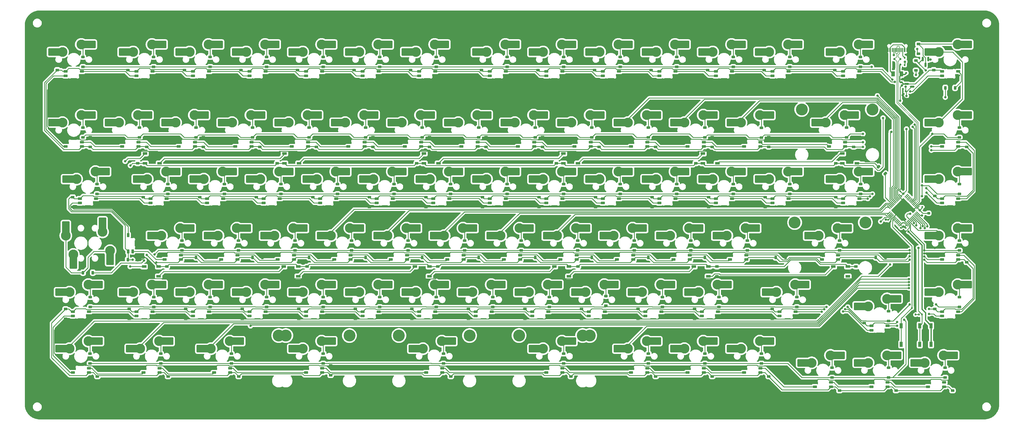
<source format=gbr>
%TF.GenerationSoftware,KiCad,Pcbnew,8.0.4*%
%TF.CreationDate,2024-09-06T17:25:15+02:00*%
%TF.ProjectId,kicad8,6b696361-6438-42e6-9b69-6361645f7063,rev?*%
%TF.SameCoordinates,Original*%
%TF.FileFunction,Copper,L2,Bot*%
%TF.FilePolarity,Positive*%
%FSLAX46Y46*%
G04 Gerber Fmt 4.6, Leading zero omitted, Abs format (unit mm)*
G04 Created by KiCad (PCBNEW 8.0.4) date 2024-09-06 17:25:15*
%MOMM*%
%LPD*%
G01*
G04 APERTURE LIST*
G04 Aperture macros list*
%AMRoundRect*
0 Rectangle with rounded corners*
0 $1 Rounding radius*
0 $2 $3 $4 $5 $6 $7 $8 $9 X,Y pos of 4 corners*
0 Add a 4 corners polygon primitive as box body*
4,1,4,$2,$3,$4,$5,$6,$7,$8,$9,$2,$3,0*
0 Add four circle primitives for the rounded corners*
1,1,$1+$1,$2,$3*
1,1,$1+$1,$4,$5*
1,1,$1+$1,$6,$7*
1,1,$1+$1,$8,$9*
0 Add four rect primitives between the rounded corners*
20,1,$1+$1,$2,$3,$4,$5,0*
20,1,$1+$1,$4,$5,$6,$7,0*
20,1,$1+$1,$6,$7,$8,$9,0*
20,1,$1+$1,$8,$9,$2,$3,0*%
%AMFreePoly0*
4,1,18,-0.410000,0.593000,-0.403758,0.624380,-0.385983,0.650983,-0.359380,0.668758,-0.328000,0.675000,0.328000,0.675000,0.359380,0.668758,0.385983,0.650983,0.403758,0.624380,0.410000,0.593000,0.410000,-0.593000,0.403758,-0.624380,0.385983,-0.650983,0.359380,-0.668758,0.328000,-0.675000,0.000000,-0.675000,-0.410000,-0.265000,-0.410000,0.593000,-0.410000,0.593000,$1*%
G04 Aperture macros list end*
%TA.AperFunction,ComponentPad*%
%ADD10C,4.000000*%
%TD*%
%TA.AperFunction,SMDPad,CuDef*%
%ADD11RoundRect,0.225000X0.375000X-0.225000X0.375000X0.225000X-0.375000X0.225000X-0.375000X-0.225000X0*%
%TD*%
%TA.AperFunction,SMDPad,CuDef*%
%ADD12RoundRect,0.082000X0.593000X-0.328000X0.593000X0.328000X-0.593000X0.328000X-0.593000X-0.328000X0*%
%TD*%
%TA.AperFunction,SMDPad,CuDef*%
%ADD13FreePoly0,90.000000*%
%TD*%
%TA.AperFunction,SMDPad,CuDef*%
%ADD14RoundRect,0.140000X0.140000X0.170000X-0.140000X0.170000X-0.140000X-0.170000X0.140000X-0.170000X0*%
%TD*%
%TA.AperFunction,SMDPad,CuDef*%
%ADD15RoundRect,0.225000X-0.375000X0.225000X-0.375000X-0.225000X0.375000X-0.225000X0.375000X0.225000X0*%
%TD*%
%TA.AperFunction,SMDPad,CuDef*%
%ADD16RoundRect,0.225000X-0.225000X-0.375000X0.225000X-0.375000X0.225000X0.375000X-0.225000X0.375000X0*%
%TD*%
%TA.AperFunction,ComponentPad*%
%ADD17C,3.300000*%
%TD*%
%TA.AperFunction,SMDPad,CuDef*%
%ADD18R,1.650000X2.500000*%
%TD*%
%TA.AperFunction,SMDPad,CuDef*%
%ADD19RoundRect,0.250000X1.025000X1.000000X-1.025000X1.000000X-1.025000X-1.000000X1.025000X-1.000000X0*%
%TD*%
%TA.AperFunction,SMDPad,CuDef*%
%ADD20RoundRect,0.082000X-0.593000X0.328000X-0.593000X-0.328000X0.593000X-0.328000X0.593000X0.328000X0*%
%TD*%
%TA.AperFunction,SMDPad,CuDef*%
%ADD21FreePoly0,270.000000*%
%TD*%
%TA.AperFunction,SMDPad,CuDef*%
%ADD22R,1.500000X0.900000*%
%TD*%
%TA.AperFunction,SMDPad,CuDef*%
%ADD23RoundRect,0.140000X0.170000X-0.140000X0.170000X0.140000X-0.170000X0.140000X-0.170000X-0.140000X0*%
%TD*%
%TA.AperFunction,SMDPad,CuDef*%
%ADD24RoundRect,0.225000X0.225000X0.375000X-0.225000X0.375000X-0.225000X-0.375000X0.225000X-0.375000X0*%
%TD*%
%TA.AperFunction,SMDPad,CuDef*%
%ADD25RoundRect,0.140000X-0.219203X-0.021213X-0.021213X-0.219203X0.219203X0.021213X0.021213X0.219203X0*%
%TD*%
%TA.AperFunction,SMDPad,CuDef*%
%ADD26RoundRect,0.225000X0.250000X-0.225000X0.250000X0.225000X-0.250000X0.225000X-0.250000X-0.225000X0*%
%TD*%
%TA.AperFunction,SMDPad,CuDef*%
%ADD27RoundRect,0.175000X-0.175000X-0.325000X0.175000X-0.325000X0.175000X0.325000X-0.175000X0.325000X0*%
%TD*%
%TA.AperFunction,SMDPad,CuDef*%
%ADD28RoundRect,0.150000X-0.200000X-0.150000X0.200000X-0.150000X0.200000X0.150000X-0.200000X0.150000X0*%
%TD*%
%TA.AperFunction,SMDPad,CuDef*%
%ADD29RoundRect,0.140000X-0.140000X-0.170000X0.140000X-0.170000X0.140000X0.170000X-0.140000X0.170000X0*%
%TD*%
%TA.AperFunction,SMDPad,CuDef*%
%ADD30RoundRect,0.082000X0.328000X0.593000X-0.328000X0.593000X-0.328000X-0.593000X0.328000X-0.593000X0*%
%TD*%
%TA.AperFunction,SMDPad,CuDef*%
%ADD31FreePoly0,180.000000*%
%TD*%
%TA.AperFunction,SMDPad,CuDef*%
%ADD32R,0.600000X1.450000*%
%TD*%
%TA.AperFunction,SMDPad,CuDef*%
%ADD33R,0.300000X1.450000*%
%TD*%
%TA.AperFunction,ComponentPad*%
%ADD34O,1.000000X1.600000*%
%TD*%
%TA.AperFunction,ComponentPad*%
%ADD35O,1.000000X2.100000*%
%TD*%
%TA.AperFunction,SMDPad,CuDef*%
%ADD36R,2.500000X1.650000*%
%TD*%
%TA.AperFunction,SMDPad,CuDef*%
%ADD37RoundRect,0.250000X-1.000000X1.025000X-1.000000X-1.025000X1.000000X-1.025000X1.000000X1.025000X0*%
%TD*%
%TA.AperFunction,SMDPad,CuDef*%
%ADD38RoundRect,0.225000X0.424264X0.106066X0.106066X0.424264X-0.424264X-0.106066X-0.106066X-0.424264X0*%
%TD*%
%TA.AperFunction,SMDPad,CuDef*%
%ADD39RoundRect,0.135000X0.135000X0.185000X-0.135000X0.185000X-0.135000X-0.185000X0.135000X-0.185000X0*%
%TD*%
%TA.AperFunction,SMDPad,CuDef*%
%ADD40RoundRect,0.150000X0.587500X0.150000X-0.587500X0.150000X-0.587500X-0.150000X0.587500X-0.150000X0*%
%TD*%
%TA.AperFunction,SMDPad,CuDef*%
%ADD41RoundRect,0.250000X-0.375000X-0.625000X0.375000X-0.625000X0.375000X0.625000X-0.375000X0.625000X0*%
%TD*%
%TA.AperFunction,SMDPad,CuDef*%
%ADD42R,1.000000X1.700000*%
%TD*%
%TA.AperFunction,SMDPad,CuDef*%
%ADD43RoundRect,0.140000X0.021213X-0.219203X0.219203X-0.021213X-0.021213X0.219203X-0.219203X0.021213X0*%
%TD*%
%TA.AperFunction,SMDPad,CuDef*%
%ADD44RoundRect,0.150000X-0.150000X0.587500X-0.150000X-0.587500X0.150000X-0.587500X0.150000X0.587500X0*%
%TD*%
%TA.AperFunction,SMDPad,CuDef*%
%ADD45RoundRect,0.135000X-0.135000X-0.185000X0.135000X-0.185000X0.135000X0.185000X-0.135000X0.185000X0*%
%TD*%
%TA.AperFunction,SMDPad,CuDef*%
%ADD46RoundRect,0.140000X-0.021213X0.219203X-0.219203X0.021213X0.021213X-0.219203X0.219203X-0.021213X0*%
%TD*%
%TA.AperFunction,SMDPad,CuDef*%
%ADD47RoundRect,0.075000X-0.415425X-0.521491X0.521491X0.415425X0.415425X0.521491X-0.521491X-0.415425X0*%
%TD*%
%TA.AperFunction,SMDPad,CuDef*%
%ADD48RoundRect,0.075000X0.415425X-0.521491X0.521491X-0.415425X-0.415425X0.521491X-0.521491X0.415425X0*%
%TD*%
%TA.AperFunction,SMDPad,CuDef*%
%ADD49RoundRect,0.250000X1.000000X-1.025000X1.000000X1.025000X-1.000000X1.025000X-1.000000X-1.025000X0*%
%TD*%
%TA.AperFunction,ViaPad*%
%ADD50C,0.800000*%
%TD*%
%TA.AperFunction,Conductor*%
%ADD51C,0.250000*%
%TD*%
%TA.AperFunction,Conductor*%
%ADD52C,0.400000*%
%TD*%
%TA.AperFunction,Conductor*%
%ADD53C,0.300000*%
%TD*%
%TA.AperFunction,Conductor*%
%ADD54C,0.350000*%
%TD*%
%TA.AperFunction,Conductor*%
%ADD55C,0.200000*%
%TD*%
G04 APERTURE END LIST*
D10*
%TO.P,S1,*%
%TO.N,*%
X269930477Y-41600725D03*
X293742977Y-41600725D03*
%TD*%
%TO.P,S3,*%
%TO.N,*%
X96099227Y-117800725D03*
X196111727Y-117800725D03*
%TD*%
%TO.P,S5,*%
%TO.N,*%
X134199227Y-117800725D03*
X158011727Y-117800725D03*
%TD*%
%TO.P,S4,*%
%TO.N,*%
X93717977Y-117800725D03*
X117530477Y-117800725D03*
%TD*%
%TO.P,S6,*%
%TO.N,*%
X174680477Y-117800725D03*
X198492977Y-117800725D03*
%TD*%
%TO.P,S2,*%
%TO.N,*%
X267549227Y-79700725D03*
X291361727Y-79700725D03*
%TD*%
D11*
%TO.P,D68,1,K*%
%TO.N,row4*%
X203969852Y-107782600D03*
%TO.P,D68,2,A*%
%TO.N,Net-(D68-A)*%
X203969852Y-104482600D03*
%TD*%
D12*
%TO.P,LED32,1,VDD*%
%TO.N,+5V*%
X283874227Y-71648225D03*
%TO.P,LED32,2,DOUT*%
%TO.N,Net-(LED32-DOUT)*%
X283874227Y-73148225D03*
%TO.P,LED32,3,DIN*%
%TO.N,Net-(LED31-DOUT)*%
X289324227Y-71648225D03*
D13*
%TO.P,LED32,4,VSS*%
%TO.N,GND*%
X289324227Y-73148225D03*
%TD*%
D14*
%TO.P,C10,1*%
%TO.N,+3V3*%
X304941727Y-35398226D03*
%TO.P,C10,2*%
%TO.N,GND*%
X303981727Y-35398226D03*
%TD*%
D15*
%TO.P,C33,1*%
%TO.N,+5V*%
X100067977Y-28282600D03*
%TO.P,C33,2*%
%TO.N,GND*%
X100067977Y-31582600D03*
%TD*%
D11*
%TO.P,C103,1*%
%TO.N,+5V*%
X220717977Y-131595100D03*
%TO.P,C103,2*%
%TO.N,GND*%
X220717977Y-128295100D03*
%TD*%
%TO.P,D35,1,K*%
%TO.N,row2*%
X132532352Y-70079475D03*
%TO.P,D35,2,A*%
%TO.N,Net-(D35-A)*%
X132532352Y-66779475D03*
%TD*%
D16*
%TO.P,C72,1*%
%TO.N,+5V*%
X123024227Y-91448225D03*
%TO.P,C72,2*%
%TO.N,GND*%
X126324227Y-91448225D03*
%TD*%
D17*
%TO.P,${VALUE},1,1*%
%TO.N,col10*%
X220876727Y-65095725D03*
D18*
X219051727Y-65095725D03*
D19*
X217326727Y-65095725D03*
%TO.P,${VALUE},2,2*%
%TO.N,Net-(D40-A)*%
X230776727Y-62555725D03*
D18*
X229026727Y-62555725D03*
D17*
X227226727Y-62555725D03*
%TD*%
D20*
%TO.P,LED59,1,VDD*%
%TO.N,+5V*%
X322661727Y-92198225D03*
%TO.P,LED59,2,DOUT*%
%TO.N,Net-(LED59-DOUT)*%
X322661727Y-90698225D03*
%TO.P,LED59,3,DIN*%
%TO.N,Net-(LED58-DOUT)*%
X317211727Y-92198225D03*
D21*
%TO.P,LED59,4,VSS*%
%TO.N,GND*%
X317211727Y-90698225D03*
%TD*%
D11*
%TO.P,D71,1,K*%
%TO.N,row4*%
X268263602Y-108179475D03*
%TO.P,D71,2,A*%
%TO.N,Net-(D71-A)*%
X268263602Y-104879475D03*
%TD*%
D17*
%TO.P,${VALUE},1,1*%
%TO.N,col9*%
X201826727Y-65095725D03*
D18*
X200001727Y-65095725D03*
D19*
X198276727Y-65095725D03*
%TO.P,${VALUE},2,2*%
%TO.N,Net-(D39-A)*%
X211726727Y-62555725D03*
D18*
X209976727Y-62555725D03*
D17*
X208176727Y-62555725D03*
%TD*%
D11*
%TO.P,D11,1,K*%
%TO.N,row0*%
X227782352Y-27216975D03*
%TO.P,D11,2,A*%
%TO.N,Net-(D11-A)*%
X227782352Y-23916975D03*
%TD*%
D15*
%TO.P,C90,1*%
%TO.N,+5V*%
X138564852Y-108848225D03*
%TO.P,C90,2*%
%TO.N,GND*%
X138564852Y-112148225D03*
%TD*%
%TO.P,C37,1*%
%TO.N,+5V*%
X19105477Y-28282600D03*
%TO.P,C37,2*%
%TO.N,GND*%
X19105477Y-31582600D03*
%TD*%
D20*
%TO.P,LED16,1,VDD*%
%TO.N,+5V*%
X27386727Y-54098225D03*
%TO.P,LED16,2,DOUT*%
%TO.N,Net-(LED16-DOUT)*%
X27386727Y-52598225D03*
%TO.P,LED16,3,DIN*%
%TO.N,Net-(LED15-DOUT)*%
X21936727Y-54098225D03*
D21*
%TO.P,LED16,4,VSS*%
%TO.N,GND*%
X21936727Y-52598225D03*
%TD*%
D11*
%TO.P,C99,1*%
%TO.N,+5V*%
X80224227Y-131595100D03*
%TO.P,C99,2*%
%TO.N,GND*%
X80224227Y-128295100D03*
%TD*%
D16*
%TO.P,C74,1*%
%TO.N,+5V*%
X161124227Y-91448225D03*
%TO.P,C74,2*%
%TO.N,GND*%
X164424227Y-91448225D03*
%TD*%
D11*
%TO.P,C52,1*%
%TO.N,+5V*%
X325492977Y-54204475D03*
%TO.P,C52,2*%
%TO.N,GND*%
X325492977Y-50904475D03*
%TD*%
D15*
%TO.P,C61,1*%
%TO.N,+5V*%
X143327352Y-71145100D03*
%TO.P,C61,2*%
%TO.N,GND*%
X143327352Y-74445100D03*
%TD*%
D20*
%TO.P,LED80,1,VDD*%
%TO.N,+5V*%
X189311727Y-130298225D03*
%TO.P,LED80,2,DOUT*%
%TO.N,Net-(LED80-DOUT)*%
X189311727Y-128798225D03*
%TO.P,LED80,3,DIN*%
%TO.N,Net-(LED79-DOUT)*%
X183861727Y-130298225D03*
D21*
%TO.P,LED80,4,VSS*%
%TO.N,GND*%
X183861727Y-128798225D03*
%TD*%
D12*
%TO.P,LED31,1,VDD*%
%TO.N,+5V*%
X317211727Y-71648225D03*
%TO.P,LED31,2,DOUT*%
%TO.N,Net-(LED31-DOUT)*%
X317211727Y-73148225D03*
%TO.P,LED31,3,DIN*%
%TO.N,Net-(LED30-DOUT)*%
X322661727Y-71648225D03*
D13*
%TO.P,LED31,4,VSS*%
%TO.N,GND*%
X322661727Y-73148225D03*
%TD*%
D12*
%TO.P,LED2,1,VDD*%
%TO.N,+5V*%
X283874227Y-28785725D03*
%TO.P,LED2,2,DOUT*%
%TO.N,Net-(LED2-DOUT)*%
X283874227Y-30285725D03*
%TO.P,LED2,3,DIN*%
%TO.N,Net-(LED1-DOUT)*%
X289324227Y-28785725D03*
D13*
%TO.P,LED2,4,VSS*%
%TO.N,GND*%
X289324227Y-30285725D03*
%TD*%
D12*
%TO.P,LED39,1,VDD*%
%TO.N,+5V*%
X145761727Y-71648225D03*
%TO.P,LED39,2,DOUT*%
%TO.N,Net-(LED39-DOUT)*%
X145761727Y-73148225D03*
%TO.P,LED39,3,DIN*%
%TO.N,Net-(LED38-DOUT)*%
X151211727Y-71648225D03*
D13*
%TO.P,LED39,4,VSS*%
%TO.N,GND*%
X151211727Y-73148225D03*
%TD*%
D11*
%TO.P,C41,1*%
%TO.N,+5V*%
X87367977Y-54204475D03*
%TO.P,C41,2*%
%TO.N,GND*%
X87367977Y-50904475D03*
%TD*%
D17*
%TO.P,${VALUE},1,1*%
%TO.N,col13*%
X282789227Y-65095725D03*
D18*
X280964227Y-65095725D03*
D19*
X279239227Y-65095725D03*
%TO.P,${VALUE},2,2*%
%TO.N,Net-(D43-A)*%
X292689227Y-62555725D03*
D18*
X290939227Y-62555725D03*
D17*
X289139227Y-62555725D03*
%TD*%
D11*
%TO.P,D13,1,K*%
%TO.N,row0*%
X265882352Y-27216975D03*
%TO.P,D13,2,A*%
%TO.N,Net-(D13-A)*%
X265882352Y-23916975D03*
%TD*%
%TO.P,C43,1*%
%TO.N,+5V*%
X125467977Y-54204475D03*
%TO.P,C43,2*%
%TO.N,GND*%
X125467977Y-50904475D03*
%TD*%
%TO.P,D77,1,K*%
%TO.N,row5*%
X108705724Y-127229475D03*
%TO.P,D77,2,A*%
%TO.N,Net-(D77-A)*%
X108705724Y-123929475D03*
%TD*%
D12*
%TO.P,LED10,1,VDD*%
%TO.N,+5V*%
X121949227Y-28785725D03*
%TO.P,LED10,2,DOUT*%
%TO.N,Net-(LED10-DOUT)*%
X121949227Y-30285725D03*
%TO.P,LED10,3,DIN*%
%TO.N,Net-(LED10-DIN)*%
X127399227Y-28785725D03*
D13*
%TO.P,LED10,4,VSS*%
%TO.N,GND*%
X127399227Y-30285725D03*
%TD*%
D11*
%TO.P,D17,1,K*%
%TO.N,row1*%
X65857352Y-51029475D03*
%TO.P,D17,2,A*%
%TO.N,Net-(D17-A)*%
X65857352Y-47729475D03*
%TD*%
%TO.P,C11,1*%
%TO.N,+5V*%
X281439852Y-59760725D03*
%TO.P,C11,2*%
%TO.N,GND*%
X281439852Y-56460725D03*
%TD*%
D16*
%TO.P,C69,1*%
%TO.N,+5V*%
X65874227Y-91448225D03*
%TO.P,C69,2*%
%TO.N,GND*%
X69174227Y-91448225D03*
%TD*%
D15*
%TO.P,C56,1*%
%TO.N,+5V*%
X238577352Y-71145100D03*
%TO.P,C56,2*%
%TO.N,GND*%
X238577352Y-74445100D03*
%TD*%
D11*
%TO.P,D64,1,K*%
%TO.N,row4*%
X127769852Y-108179475D03*
%TO.P,D64,2,A*%
%TO.N,Net-(D64-A)*%
X127769852Y-104879475D03*
%TD*%
%TO.P,D39,1,K*%
%TO.N,row2*%
X208732352Y-70079475D03*
%TO.P,D39,2,A*%
%TO.N,Net-(D39-A)*%
X208732352Y-66779475D03*
%TD*%
%TO.P,C98,1*%
%TO.N,+5V*%
X56411727Y-131595100D03*
%TO.P,C98,2*%
%TO.N,GND*%
X56411727Y-128295100D03*
%TD*%
D15*
%TO.P,C55,1*%
%TO.N,+5V*%
X257627352Y-71145100D03*
%TO.P,C55,2*%
%TO.N,GND*%
X257627352Y-74445100D03*
%TD*%
D17*
%TO.P,${VALUE},1,1*%
%TO.N,col8*%
X182776727Y-65095725D03*
D18*
X180951727Y-65095725D03*
D19*
X179226727Y-65095725D03*
%TO.P,${VALUE},2,2*%
%TO.N,Net-(D38-A)*%
X192676727Y-62555725D03*
D18*
X190926727Y-62555725D03*
D17*
X189126727Y-62555725D03*
%TD*%
%TO.P,${VALUE},1,1*%
%TO.N,col14*%
X316126727Y-22233225D03*
D18*
X314301727Y-22233225D03*
D19*
X312576727Y-22233225D03*
%TO.P,${VALUE},2,2*%
%TO.N,Net-(D86-A)*%
X326026727Y-19693225D03*
D18*
X324276727Y-19693225D03*
D17*
X322476727Y-19693225D03*
%TD*%
%TO.P,${VALUE},1,1*%
%TO.N,col7*%
X168489227Y-84145725D03*
D18*
X166664227Y-84145725D03*
D19*
X164939227Y-84145725D03*
%TO.P,${VALUE},2,2*%
%TO.N,Net-(D52-A)*%
X178389227Y-81605725D03*
D18*
X176639227Y-81605725D03*
D17*
X174839227Y-81605725D03*
%TD*%
D11*
%TO.P,D84,1,K*%
%TO.N,row5*%
X299219852Y-131991975D03*
%TO.P,D84,2,A*%
%TO.N,Net-(D84-A)*%
X299219852Y-128691975D03*
%TD*%
D22*
%TO.P,UL_LED_8,1,VDD*%
%TO.N,+5V*%
X100255477Y-94560725D03*
%TO.P,UL_LED_8,2,DOUT*%
%TO.N,Net-(UL_LED_8-DOUT)*%
X100255477Y-97860725D03*
%TO.P,UL_LED_8,3,VSS*%
%TO.N,GND*%
X95355477Y-97860725D03*
%TO.P,UL_LED_8,4,DIN*%
%TO.N,Net-(UL_LED_7-DOUT)*%
X95355477Y-94560725D03*
%TD*%
D20*
%TO.P,LED20,1,VDD*%
%TO.N,+5V*%
X103586727Y-54098225D03*
%TO.P,LED20,2,DOUT*%
%TO.N,Net-(LED20-DOUT)*%
X103586727Y-52598225D03*
%TO.P,LED20,3,DIN*%
%TO.N,Net-(LED19-DOUT)*%
X98136727Y-54098225D03*
D21*
%TO.P,LED20,4,VSS*%
%TO.N,GND*%
X98136727Y-52598225D03*
%TD*%
D17*
%TO.P,${VALUE},1,1*%
%TO.N,col3*%
X78001727Y-46045725D03*
D18*
X76176727Y-46045725D03*
D19*
X74451727Y-46045725D03*
%TO.P,${VALUE},2,2*%
%TO.N,Net-(D18-A)*%
X87901727Y-43505725D03*
D18*
X86151727Y-43505725D03*
D17*
X84351727Y-43505725D03*
%TD*%
D11*
%TO.P,D50,1,K*%
%TO.N,row3*%
X137294852Y-89129475D03*
%TO.P,D50,2,A*%
%TO.N,Net-(D50-A)*%
X137294852Y-85829475D03*
%TD*%
%TO.P,D56,1,K*%
%TO.N,row3*%
X251594852Y-89129475D03*
%TO.P,D56,2,A*%
%TO.N,Net-(D56-A)*%
X251594852Y-85829475D03*
%TD*%
D16*
%TO.P,C71,1*%
%TO.N,+5V*%
X103974227Y-91448225D03*
%TO.P,C71,2*%
%TO.N,GND*%
X107274227Y-91448225D03*
%TD*%
D11*
%TO.P,D52,1,K*%
%TO.N,row3*%
X175394852Y-89129475D03*
%TO.P,D52,2,A*%
%TO.N,Net-(D52-A)*%
X175394852Y-85829475D03*
%TD*%
D17*
%TO.P,${VALUE},1,1*%
%TO.N,col11*%
X230401727Y-46045725D03*
D18*
X228576727Y-46045725D03*
D19*
X226851727Y-46045725D03*
%TO.P,${VALUE},2,2*%
%TO.N,Net-(D26-A)*%
X240301727Y-43505725D03*
D18*
X238551727Y-43505725D03*
D17*
X236751727Y-43505725D03*
%TD*%
D11*
%TO.P,C46,1*%
%TO.N,+5V*%
X182617977Y-54204475D03*
%TO.P,C46,2*%
%TO.N,GND*%
X182617977Y-50904475D03*
%TD*%
D15*
%TO.P,C57,1*%
%TO.N,+5V*%
X219527352Y-71145100D03*
%TO.P,C57,2*%
%TO.N,GND*%
X219527352Y-74445100D03*
%TD*%
D17*
%TO.P,${VALUE},1,1*%
%TO.N,col10*%
X225639227Y-84145725D03*
D18*
X223814227Y-84145725D03*
D19*
X222089227Y-84145725D03*
%TO.P,${VALUE},2,2*%
%TO.N,Net-(D55-A)*%
X235539227Y-81605725D03*
D18*
X233789227Y-81605725D03*
D17*
X231989227Y-81605725D03*
%TD*%
%TO.P,${VALUE},1,1*%
%TO.N,col9*%
X197064227Y-103195725D03*
D18*
X195239227Y-103195725D03*
D19*
X193514227Y-103195725D03*
%TO.P,${VALUE},2,2*%
%TO.N,Net-(D68-A)*%
X206964227Y-100655725D03*
D18*
X205214227Y-100655725D03*
D17*
X203414227Y-100655725D03*
%TD*%
D15*
%TO.P,C35,1*%
%TO.N,+5V*%
X61967977Y-28282600D03*
%TO.P,C35,2*%
%TO.N,GND*%
X61967977Y-31582600D03*
%TD*%
D11*
%TO.P,C48,1*%
%TO.N,+5V*%
X220717977Y-54204475D03*
%TO.P,C48,2*%
%TO.N,GND*%
X220717977Y-50904475D03*
%TD*%
%TO.P,D26,1,K*%
%TO.N,row1*%
X237307352Y-51029475D03*
%TO.P,D26,2,A*%
%TO.N,Net-(D26-A)*%
X237307352Y-47729475D03*
%TD*%
%TO.P,D36,1,K*%
%TO.N,row2*%
X151582352Y-70079475D03*
%TO.P,D36,2,A*%
%TO.N,Net-(D36-A)*%
X151582352Y-66779475D03*
%TD*%
D20*
%TO.P,LED54,1,VDD*%
%TO.N,+5V*%
X194074227Y-92198225D03*
%TO.P,LED54,2,DOUT*%
%TO.N,Net-(LED54-DOUT)*%
X194074227Y-90698225D03*
%TO.P,LED54,3,DIN*%
%TO.N,Net-(LED53-DOUT)*%
X188624227Y-92198225D03*
D21*
%TO.P,LED54,4,VSS*%
%TO.N,GND*%
X188624227Y-90698225D03*
%TD*%
D20*
%TO.P,LED56,1,VDD*%
%TO.N,+5V*%
X232174227Y-92198225D03*
%TO.P,LED56,2,DOUT*%
%TO.N,Net-(LED56-DOUT)*%
X232174227Y-90698225D03*
%TO.P,LED56,3,DIN*%
%TO.N,Net-(LED55-DOUT)*%
X226724227Y-92198225D03*
D21*
%TO.P,LED56,4,VSS*%
%TO.N,GND*%
X226724227Y-90698225D03*
%TD*%
D16*
%TO.P,C79,1*%
%TO.N,+5V*%
X261136727Y-91448225D03*
%TO.P,C79,2*%
%TO.N,GND*%
X264436727Y-91448225D03*
%TD*%
D15*
%TO.P,C83,1*%
%TO.N,+5V*%
X290964852Y-113610725D03*
%TO.P,C83,2*%
%TO.N,GND*%
X290964852Y-116910725D03*
%TD*%
D22*
%TO.P,UL_LED_2,1,VDD*%
%TO.N,+5V*%
X236633602Y-59760725D03*
%TO.P,UL_LED_2,2,DOUT*%
%TO.N,Net-(UL_LED_2-DOUT)*%
X236633602Y-56460725D03*
%TO.P,UL_LED_2,3,VSS*%
%TO.N,GND*%
X241533602Y-56460725D03*
%TO.P,UL_LED_2,4,DIN*%
%TO.N,Net-(UL_LED_1-DOUT)*%
X241533602Y-59760725D03*
%TD*%
D12*
%TO.P,LED72,1,VDD*%
%TO.N,+5V*%
X64799227Y-109748225D03*
%TO.P,LED72,2,DOUT*%
%TO.N,Net-(LED72-DOUT)*%
X64799227Y-111248225D03*
%TO.P,LED72,3,DIN*%
%TO.N,Net-(LED71-DOUT)*%
X70249227Y-109748225D03*
D13*
%TO.P,LED72,4,VSS*%
%TO.N,GND*%
X70249227Y-111248225D03*
%TD*%
D15*
%TO.P,C89,1*%
%TO.N,+5V*%
X157614852Y-108848225D03*
%TO.P,C89,2*%
%TO.N,GND*%
X157614852Y-112148225D03*
%TD*%
D23*
%TO.P,C8,1*%
%TO.N,+5V*%
X305131727Y-29278226D03*
%TO.P,C8,2*%
%TO.N,GND*%
X305131727Y-28318226D03*
%TD*%
D11*
%TO.P,D73,1,K*%
%TO.N,row4*%
X299219852Y-112941975D03*
%TO.P,D73,2,A*%
%TO.N,Net-(D73-A)*%
X299219852Y-109641975D03*
%TD*%
D17*
%TO.P,${VALUE},1,1*%
%TO.N,col2*%
X58951727Y-46045725D03*
D18*
X57126727Y-46045725D03*
D19*
X55401727Y-46045725D03*
%TO.P,${VALUE},2,2*%
%TO.N,Net-(D17-A)*%
X68851727Y-43505725D03*
D18*
X67101727Y-43505725D03*
D17*
X65301727Y-43505725D03*
%TD*%
D24*
%TO.P,R7,1*%
%TO.N,Net-(LED1-DIN)*%
X321586727Y-34298225D03*
%TO.P,R7,2*%
%TO.N,PerKey_RGB*%
X318286727Y-34298225D03*
%TD*%
D17*
%TO.P,${VALUE},1,1*%
%TO.N,col6*%
X139914227Y-103195725D03*
D18*
X138089227Y-103195725D03*
D19*
X136364227Y-103195725D03*
%TO.P,${VALUE},2,2*%
%TO.N,Net-(D65-A)*%
X149814227Y-100655725D03*
D18*
X148064227Y-100655725D03*
D17*
X146264227Y-100655725D03*
%TD*%
%TO.P,${VALUE},1,1*%
%TO.N,col1*%
X39901727Y-46045725D03*
D18*
X38076727Y-46045725D03*
D19*
X36351727Y-46045725D03*
%TO.P,${VALUE},2,2*%
%TO.N,Net-(D16-A)*%
X49801727Y-43505725D03*
D18*
X48051727Y-43505725D03*
D17*
X46251727Y-43505725D03*
%TD*%
D15*
%TO.P,C28,1*%
%TO.N,+5V*%
X200080477Y-28282600D03*
%TO.P,C28,2*%
%TO.N,GND*%
X200080477Y-31582600D03*
%TD*%
D11*
%TO.P,D58,1,K*%
%TO.N,row3*%
X323032352Y-89129475D03*
%TO.P,D58,2,A*%
%TO.N,Net-(D58-A)*%
X323032352Y-85829475D03*
%TD*%
D15*
%TO.P,C59,1*%
%TO.N,+5V*%
X181427352Y-71145100D03*
%TO.P,C59,2*%
%TO.N,GND*%
X181427352Y-74445100D03*
%TD*%
D17*
%TO.P,${VALUE},1,1*%
%TO.N,col1*%
X47045477Y-122245725D03*
D18*
X45220477Y-122245725D03*
D19*
X43495477Y-122245725D03*
%TO.P,${VALUE},2,2*%
%TO.N,Net-(D75-A)*%
X56945477Y-119705725D03*
D18*
X55195477Y-119705725D03*
D17*
X53395477Y-119705725D03*
%TD*%
D22*
%TO.P,UL_LED_10,1,VDD*%
%TO.N,+5V*%
X191477352Y-94560725D03*
%TO.P,UL_LED_10,2,DOUT*%
%TO.N,Net-(UL_LED_10-DOUT)*%
X191477352Y-97860725D03*
%TO.P,UL_LED_10,3,VSS*%
%TO.N,GND*%
X186577352Y-97860725D03*
%TO.P,UL_LED_10,4,DIN*%
%TO.N,Net-(UL_LED_10-DIN)*%
X186577352Y-94560725D03*
%TD*%
D12*
%TO.P,LED73,1,VDD*%
%TO.N,+5V*%
X45749227Y-109748225D03*
%TO.P,LED73,2,DOUT*%
%TO.N,Net-(LED73-DOUT)*%
X45749227Y-111248225D03*
%TO.P,LED73,3,DIN*%
%TO.N,Net-(LED72-DOUT)*%
X51199227Y-109748225D03*
D13*
%TO.P,LED73,4,VSS*%
%TO.N,GND*%
X51199227Y-111248225D03*
%TD*%
D11*
%TO.P,D25,1,K*%
%TO.N,row1*%
X218257352Y-51029475D03*
%TO.P,D25,2,A*%
%TO.N,Net-(D25-A)*%
X218257352Y-47729475D03*
%TD*%
D17*
%TO.P,${VALUE},1,1*%
%TO.N,col12*%
X273264227Y-127008225D03*
D18*
X271439227Y-127008225D03*
D19*
X269714227Y-127008225D03*
%TO.P,${VALUE},2,2*%
%TO.N,Net-(D83-A)*%
X283164227Y-124468225D03*
D18*
X281414227Y-124468225D03*
D17*
X279614227Y-124468225D03*
%TD*%
D20*
%TO.P,LED48,1,VDD*%
%TO.N,+5V*%
X79774227Y-92198225D03*
%TO.P,LED48,2,DOUT*%
%TO.N,Net-(LED48-DOUT)*%
X79774227Y-90698225D03*
%TO.P,LED48,3,DIN*%
%TO.N,Net-(LED47-DOUT)*%
X74324227Y-92198225D03*
D21*
%TO.P,LED48,4,VSS*%
%TO.N,GND*%
X74324227Y-90698225D03*
%TD*%
D11*
%TO.P,D9,1,K*%
%TO.N,row0*%
X189682352Y-27216975D03*
%TO.P,D9,2,A*%
%TO.N,Net-(D9-A)*%
X189682352Y-23916975D03*
%TD*%
%TO.P,D86,1,K*%
%TO.N,row0*%
X309221102Y-22851350D03*
%TO.P,D86,2,A*%
%TO.N,Net-(D86-A)*%
X309221102Y-19551350D03*
%TD*%
D25*
%TO.P,C7,1*%
%TO.N,+3V3*%
X299084200Y-78821253D03*
%TO.P,C7,2*%
%TO.N,GND*%
X299763022Y-79500075D03*
%TD*%
D11*
%TO.P,D75,1,K*%
%TO.N,row5*%
X53951102Y-127229475D03*
%TO.P,D75,2,A*%
%TO.N,Net-(D75-A)*%
X53951102Y-123929475D03*
%TD*%
D20*
%TO.P,LED57,1,VDD*%
%TO.N,+5V*%
X251224227Y-92198225D03*
%TO.P,LED57,2,DOUT*%
%TO.N,Net-(LED57-DOUT)*%
X251224227Y-90698225D03*
%TO.P,LED57,3,DIN*%
%TO.N,Net-(LED56-DOUT)*%
X245774227Y-92198225D03*
D21*
%TO.P,LED57,4,VSS*%
%TO.N,GND*%
X245774227Y-90698225D03*
%TD*%
D15*
%TO.P,C22,1*%
%TO.N,+5V*%
X288186727Y-94560725D03*
%TO.P,C22,2*%
%TO.N,GND*%
X288186727Y-97860725D03*
%TD*%
%TO.P,C96,1*%
%TO.N,+5V*%
X21883602Y-108848225D03*
%TO.P,C96,2*%
%TO.N,GND*%
X21883602Y-112148225D03*
%TD*%
D12*
%TO.P,LED70,1,VDD*%
%TO.N,+5V*%
X102899227Y-109748225D03*
%TO.P,LED70,2,DOUT*%
%TO.N,Net-(LED70-DOUT)*%
X102899227Y-111248225D03*
%TO.P,LED70,3,DIN*%
%TO.N,Net-(LED69-DOUT)*%
X108349227Y-109748225D03*
D13*
%TO.P,LED70,4,VSS*%
%TO.N,GND*%
X108349227Y-111248225D03*
%TD*%
D22*
%TO.P,UL_LED_4,1,VDD*%
%TO.N,+5V*%
X142633602Y-59760725D03*
%TO.P,UL_LED_4,2,DOUT*%
%TO.N,Net-(UL_LED_4-DOUT)*%
X142633602Y-56460725D03*
%TO.P,UL_LED_4,3,VSS*%
%TO.N,GND*%
X147533602Y-56460725D03*
%TO.P,UL_LED_4,4,DIN*%
%TO.N,Net-(UL_LED_3-DOUT)*%
X147533602Y-59760725D03*
%TD*%
D11*
%TO.P,D34,1,K*%
%TO.N,row2*%
X113482352Y-70079475D03*
%TO.P,D34,2,A*%
%TO.N,Net-(D34-A)*%
X113482352Y-66779475D03*
%TD*%
D15*
%TO.P,C26,1*%
%TO.N,+5V*%
X238180477Y-28282600D03*
%TO.P,C26,2*%
%TO.N,GND*%
X238180477Y-31582600D03*
%TD*%
D12*
%TO.P,LED35,1,VDD*%
%TO.N,+5V*%
X221961727Y-71648225D03*
%TO.P,LED35,2,DOUT*%
%TO.N,Net-(LED35-DOUT)*%
X221961727Y-73148225D03*
%TO.P,LED35,3,DIN*%
%TO.N,Net-(LED34-DOUT)*%
X227411727Y-71648225D03*
D13*
%TO.P,LED35,4,VSS*%
%TO.N,GND*%
X227411727Y-73148225D03*
%TD*%
D17*
%TO.P,${VALUE},1,1*%
%TO.N,col14*%
X311364227Y-127008225D03*
D18*
X309539227Y-127008225D03*
D19*
X307814227Y-127008225D03*
%TO.P,${VALUE},2,2*%
%TO.N,Net-(D85-A)*%
X321264227Y-124468225D03*
D18*
X319514227Y-124468225D03*
D17*
X317714227Y-124468225D03*
%TD*%
D22*
%TO.P,UL_LED_1,1,VDD*%
%TO.N,+5V*%
X283633602Y-59760725D03*
%TO.P,UL_LED_1,2,DOUT*%
%TO.N,Net-(UL_LED_1-DOUT)*%
X283633602Y-56460725D03*
%TO.P,UL_LED_1,3,VSS*%
%TO.N,GND*%
X288533602Y-56460725D03*
%TO.P,UL_LED_1,4,DIN*%
%TO.N,Net-(UL_LED_1-DIN)*%
X288533602Y-59760725D03*
%TD*%
D12*
%TO.P,LED60,1,VDD*%
%TO.N,+5V*%
X317211727Y-109748225D03*
%TO.P,LED60,2,DOUT*%
%TO.N,Net-(LED60-DOUT)*%
X317211727Y-111248225D03*
%TO.P,LED60,3,DIN*%
%TO.N,Net-(LED59-DOUT)*%
X322661727Y-109748225D03*
D13*
%TO.P,LED60,4,VSS*%
%TO.N,GND*%
X322661727Y-111248225D03*
%TD*%
D15*
%TO.P,C18,1*%
%TO.N,+5V*%
X103242977Y-94560725D03*
%TO.P,C18,2*%
%TO.N,GND*%
X103242977Y-97860725D03*
%TD*%
D12*
%TO.P,LED38,1,VDD*%
%TO.N,+5V*%
X164811727Y-71648225D03*
%TO.P,LED38,2,DOUT*%
%TO.N,Net-(LED38-DOUT)*%
X164811727Y-73148225D03*
%TO.P,LED38,3,DIN*%
%TO.N,Net-(LED37-DOUT)*%
X170261727Y-71648225D03*
D13*
%TO.P,LED38,4,VSS*%
%TO.N,GND*%
X170261727Y-73148225D03*
%TD*%
D11*
%TO.P,C15,1*%
%TO.N,+5V*%
X93211727Y-59760725D03*
%TO.P,C15,2*%
%TO.N,GND*%
X93211727Y-56460725D03*
%TD*%
%TO.P,C49,1*%
%TO.N,+5V*%
X239767977Y-54204475D03*
%TO.P,C49,2*%
%TO.N,GND*%
X239767977Y-50904475D03*
%TD*%
D17*
%TO.P,${VALUE},1,1*%
%TO.N,col13*%
X282789227Y-22233225D03*
D18*
X280964227Y-22233225D03*
D19*
X279239227Y-22233225D03*
%TO.P,${VALUE},2,2*%
%TO.N,Net-(D14-A)*%
X292689227Y-19693225D03*
D18*
X290939227Y-19693225D03*
D17*
X289139227Y-19693225D03*
%TD*%
D16*
%TO.P,C77,1*%
%TO.N,+5V*%
X218274227Y-91448225D03*
%TO.P,C77,2*%
%TO.N,GND*%
X221574227Y-91448225D03*
%TD*%
D11*
%TO.P,D65,1,K*%
%TO.N,row4*%
X146819852Y-108179475D03*
%TO.P,D65,2,A*%
%TO.N,Net-(D65-A)*%
X146819852Y-104879475D03*
%TD*%
D12*
%TO.P,LED40,1,VDD*%
%TO.N,+5V*%
X126711727Y-71648225D03*
%TO.P,LED40,2,DOUT*%
%TO.N,Net-(LED40-DOUT)*%
X126711727Y-73148225D03*
%TO.P,LED40,3,DIN*%
%TO.N,Net-(LED39-DOUT)*%
X132161727Y-71648225D03*
D13*
%TO.P,LED40,4,VSS*%
%TO.N,GND*%
X132161727Y-73148225D03*
%TD*%
D12*
%TO.P,LED8,1,VDD*%
%TO.N,+5V*%
X164811727Y-28785725D03*
%TO.P,LED8,2,DOUT*%
%TO.N,Net-(LED8-DOUT)*%
X164811727Y-30285725D03*
%TO.P,LED8,3,DIN*%
%TO.N,Net-(LED7-DOUT)*%
X170261727Y-28785725D03*
D13*
%TO.P,LED8,4,VSS*%
%TO.N,GND*%
X170261727Y-30285725D03*
%TD*%
D11*
%TO.P,D49,1,K*%
%TO.N,row3*%
X118244852Y-89129475D03*
%TO.P,D49,2,A*%
%TO.N,Net-(D49-A)*%
X118244852Y-85829475D03*
%TD*%
D17*
%TO.P,${VALUE},1,1*%
%TO.N,col13*%
X292314227Y-127008225D03*
D18*
X290489227Y-127008225D03*
D19*
X288764227Y-127008225D03*
%TO.P,${VALUE},2,2*%
%TO.N,Net-(D84-A)*%
X302214227Y-124468225D03*
D18*
X300464227Y-124468225D03*
D17*
X298664227Y-124468225D03*
%TD*%
D26*
%TO.P,C2,1*%
%TO.N,+3V3*%
X312689183Y-76579124D03*
%TO.P,C2,2*%
%TO.N,GND*%
X312689183Y-75029124D03*
%TD*%
D12*
%TO.P,LED43,1,VDD*%
%TO.N,+5V*%
X69561727Y-71648225D03*
%TO.P,LED43,2,DOUT*%
%TO.N,Net-(LED43-DOUT)*%
X69561727Y-73148225D03*
%TO.P,LED43,3,DIN*%
%TO.N,Net-(LED42-DOUT)*%
X75011727Y-71648225D03*
D13*
%TO.P,LED43,4,VSS*%
%TO.N,GND*%
X75011727Y-73148225D03*
%TD*%
D15*
%TO.P,C95,1*%
%TO.N,+5V*%
X43314852Y-108848225D03*
%TO.P,C95,2*%
%TO.N,GND*%
X43314852Y-112148225D03*
%TD*%
D17*
%TO.P,${VALUE},1,1*%
%TO.N,col14*%
X316126727Y-65095725D03*
D18*
X314301727Y-65095725D03*
D19*
X312576727Y-65095725D03*
%TO.P,${VALUE},2,2*%
%TO.N,Net-(D44-A)*%
X326026727Y-62555725D03*
D18*
X324276727Y-62555725D03*
D17*
X322476727Y-62555725D03*
%TD*%
%TO.P,${VALUE},1,1*%
%TO.N,col9*%
X211351727Y-122245725D03*
D18*
X209526727Y-122245725D03*
D19*
X207801727Y-122245725D03*
%TO.P,${VALUE},2,2*%
%TO.N,Net-(D80-A)*%
X221251727Y-119705725D03*
D18*
X219501727Y-119705725D03*
D17*
X217701727Y-119705725D03*
%TD*%
D11*
%TO.P,D33,1,K*%
%TO.N,row2*%
X94432352Y-70079475D03*
%TO.P,D33,2,A*%
%TO.N,Net-(D33-A)*%
X94432352Y-66779475D03*
%TD*%
D20*
%TO.P,LED83,1,VDD*%
%TO.N,+5V*%
X255986727Y-130298225D03*
%TO.P,LED83,2,DOUT*%
%TO.N,Net-(LED83-DOUT)*%
X255986727Y-128798225D03*
%TO.P,LED83,3,DIN*%
%TO.N,Net-(LED82-DOUT)*%
X250536727Y-130298225D03*
D21*
%TO.P,LED83,4,VSS*%
%TO.N,GND*%
X250536727Y-128798225D03*
%TD*%
D11*
%TO.P,D63,1,K*%
%TO.N,row4*%
X108719852Y-108179475D03*
%TO.P,D63,2,A*%
%TO.N,Net-(D63-A)*%
X108719852Y-104879475D03*
%TD*%
D22*
%TO.P,UL_LED_7,1,VDD*%
%TO.N,+5V*%
X53255477Y-94560725D03*
%TO.P,UL_LED_7,2,DOUT*%
%TO.N,Net-(UL_LED_7-DOUT)*%
X53255477Y-97860725D03*
%TO.P,UL_LED_7,3,VSS*%
%TO.N,GND*%
X48355477Y-97860725D03*
%TO.P,UL_LED_7,4,DIN*%
%TO.N,Net-(UL_LED_6-DOUT)*%
X48355477Y-94560725D03*
%TD*%
D11*
%TO.P,D59,1,K*%
%TO.N,row4*%
X30217977Y-108179475D03*
%TO.P,D59,2,A*%
%TO.N,Net-(D59-A)*%
X30217977Y-104879475D03*
%TD*%
%TO.P,C97,1*%
%TO.N,+5V*%
X32599227Y-131595100D03*
%TO.P,C97,2*%
%TO.N,GND*%
X32599227Y-128295100D03*
%TD*%
%TO.P,D10,1,K*%
%TO.N,row0*%
X208732352Y-27216975D03*
%TO.P,D10,2,A*%
%TO.N,Net-(D10-A)*%
X208732352Y-23916975D03*
%TD*%
%TO.P,D19,1,K*%
%TO.N,row1*%
X103957352Y-51029475D03*
%TO.P,D19,2,A*%
%TO.N,Net-(D19-A)*%
X103957352Y-47729475D03*
%TD*%
%TO.P,C47,1*%
%TO.N,+5V*%
X201667977Y-54204475D03*
%TO.P,C47,2*%
%TO.N,GND*%
X201667977Y-50904475D03*
%TD*%
D24*
%TO.P,D45,1,K*%
%TO.N,row3*%
X31074227Y-96607600D03*
%TO.P,D45,2,A*%
%TO.N,Net-(D45-A)*%
X27774227Y-96607600D03*
%TD*%
D17*
%TO.P,${VALUE},1,1*%
%TO.N,col13*%
X292314227Y-107958225D03*
D18*
X290489227Y-107958225D03*
D19*
X288764227Y-107958225D03*
%TO.P,${VALUE},2,2*%
%TO.N,Net-(D73-A)*%
X302214227Y-105418225D03*
D18*
X300464227Y-105418225D03*
D17*
X298664227Y-105418225D03*
%TD*%
D11*
%TO.P,D20,1,K*%
%TO.N,row1*%
X123007352Y-51029475D03*
%TO.P,D20,2,A*%
%TO.N,Net-(D20-A)*%
X123007352Y-47729475D03*
%TD*%
D22*
%TO.P,UL_LED_5,1,VDD*%
%TO.N,+5V*%
X95633602Y-59760725D03*
%TO.P,UL_LED_5,2,DOUT*%
%TO.N,Net-(UL_LED_5-DOUT)*%
X95633602Y-56460725D03*
%TO.P,UL_LED_5,3,VSS*%
%TO.N,GND*%
X100533602Y-56460725D03*
%TO.P,UL_LED_5,4,DIN*%
%TO.N,Net-(UL_LED_4-DOUT)*%
X100533602Y-59760725D03*
%TD*%
D11*
%TO.P,C108,1*%
%TO.N,+5V*%
X320730477Y-136357600D03*
%TO.P,C108,2*%
%TO.N,GND*%
X320730477Y-133057600D03*
%TD*%
D27*
%TO.P,U2,1,GND*%
%TO.N,GND*%
X301131727Y-26298226D03*
D28*
%TO.P,U2,2,I/O1*%
%TO.N,D-*%
X301131727Y-24598226D03*
%TO.P,U2,3,I/O2*%
%TO.N,D+*%
X303131727Y-24598226D03*
%TO.P,U2,4,VCC*%
%TO.N,+5V*%
X303131727Y-26498226D03*
%TD*%
D11*
%TO.P,D61,1,K*%
%TO.N,row4*%
X70619852Y-108179475D03*
%TO.P,D61,2,A*%
%TO.N,Net-(D61-A)*%
X70619852Y-104879475D03*
%TD*%
D17*
%TO.P,${VALUE},1,1*%
%TO.N,col5*%
X130389227Y-84145725D03*
D18*
X128564227Y-84145725D03*
D19*
X126839227Y-84145725D03*
%TO.P,${VALUE},2,2*%
%TO.N,Net-(D50-A)*%
X140289227Y-81605725D03*
D18*
X138539227Y-81605725D03*
D17*
X136739227Y-81605725D03*
%TD*%
D12*
%TO.P,LED63,1,VDD*%
%TO.N,+5V*%
X236249227Y-109748225D03*
%TO.P,LED63,2,DOUT*%
%TO.N,Net-(LED63-DOUT)*%
X236249227Y-111248225D03*
%TO.P,LED63,3,DIN*%
%TO.N,Net-(LED62-DOUT)*%
X241699227Y-109748225D03*
D13*
%TO.P,LED63,4,VSS*%
%TO.N,GND*%
X241699227Y-111248225D03*
%TD*%
D29*
%TO.P,C1,1*%
%TO.N,NRST*%
X307009851Y-108473223D03*
%TO.P,C1,2*%
%TO.N,GND*%
X307969851Y-108473223D03*
%TD*%
D30*
%TO.P,LED46,1,VDD*%
%TO.N,+5V*%
X42961727Y-89410725D03*
%TO.P,LED46,2,DOUT*%
%TO.N,Net-(LED46-DOUT)*%
X44461727Y-89410725D03*
%TO.P,LED46,3,DIN*%
%TO.N,Net-(LED45-DOUT)*%
X42961727Y-83960725D03*
D31*
%TO.P,LED46,4,VSS*%
%TO.N,GND*%
X44461727Y-83960725D03*
%TD*%
D32*
%TO.P,J1,A1,GND*%
%TO.N,GND*%
X298922204Y-21559766D03*
%TO.P,J1,A4,VBUS*%
%TO.N,VBUS*%
X299722204Y-21559766D03*
D33*
%TO.P,J1,A5,CC1*%
%TO.N,Net-(J1-CC1)*%
X300922204Y-21559766D03*
%TO.P,J1,A6,D+*%
%TO.N,D+*%
X301922204Y-21559766D03*
%TO.P,J1,A7,D-*%
%TO.N,D-*%
X302422204Y-21559766D03*
%TO.P,J1,A8,SBU1*%
%TO.N,unconnected-(J1-SBU1-PadA8)*%
X303422204Y-21559766D03*
D32*
%TO.P,J1,A9,VBUS*%
%TO.N,VBUS*%
X304622204Y-21559766D03*
%TO.P,J1,A12,GND*%
%TO.N,GND*%
X305422204Y-21559766D03*
%TO.P,J1,B1,GND*%
X305422204Y-21559766D03*
%TO.P,J1,B4,VBUS*%
%TO.N,VBUS*%
X304622204Y-21559766D03*
D33*
%TO.P,J1,B5,CC2*%
%TO.N,Net-(J1-CC2)*%
X303922204Y-21559766D03*
%TO.P,J1,B6,D+*%
%TO.N,D+*%
X302922204Y-21559766D03*
%TO.P,J1,B7,D-*%
%TO.N,D-*%
X301422204Y-21559766D03*
%TO.P,J1,B8,SBU2*%
%TO.N,unconnected-(J1-SBU2-PadB8)*%
X300422204Y-21559766D03*
D32*
%TO.P,J1,B9,VBUS*%
%TO.N,VBUS*%
X299722204Y-21559766D03*
%TO.P,J1,B12,GND*%
%TO.N,GND*%
X298922204Y-21559766D03*
D34*
%TO.P,J1,S1,SHIELD*%
X297852204Y-16464766D03*
D35*
X297852204Y-20644766D03*
D34*
X306492204Y-16464766D03*
D35*
X306492204Y-20644766D03*
%TD*%
D17*
%TO.P,${VALUE},1,1*%
%TO.N,col12*%
X258976727Y-65095725D03*
D18*
X257151727Y-65095725D03*
D19*
X255426727Y-65095725D03*
%TO.P,${VALUE},2,2*%
%TO.N,Net-(D42-A)*%
X268876727Y-62555725D03*
D18*
X267126727Y-62555725D03*
D17*
X265326727Y-62555725D03*
%TD*%
D15*
%TO.P,C31,1*%
%TO.N,+5V*%
X138167977Y-28282600D03*
%TO.P,C31,2*%
%TO.N,GND*%
X138167977Y-31582600D03*
%TD*%
D11*
%TO.P,D1,1,K*%
%TO.N,row0*%
X27757352Y-27216975D03*
%TO.P,D1,2,A*%
%TO.N,Net-(D1-A)*%
X27757352Y-23916975D03*
%TD*%
D17*
%TO.P,${VALUE},1,1*%
%TO.N,col0*%
X24515477Y-90495725D03*
D36*
X24515477Y-92320725D03*
D37*
X24515477Y-94045725D03*
%TO.P,${VALUE},2,2*%
%TO.N,Net-(D45-A)*%
X21975477Y-80595725D03*
D36*
X21975477Y-82345725D03*
D17*
X21975477Y-84145725D03*
%TD*%
D11*
%TO.P,D7,1,K*%
%TO.N,row0*%
X146819852Y-27216975D03*
%TO.P,D7,2,A*%
%TO.N,Net-(D7-A)*%
X146819852Y-23916975D03*
%TD*%
%TO.P,D83,1,K*%
%TO.N,row5*%
X280169852Y-131991975D03*
%TO.P,D83,2,A*%
%TO.N,Net-(D83-A)*%
X280169852Y-128691975D03*
%TD*%
%TO.P,D79,1,K*%
%TO.N,row5*%
X189680800Y-127229475D03*
%TO.P,D79,2,A*%
%TO.N,Net-(D79-A)*%
X189680800Y-123929475D03*
%TD*%
D20*
%TO.P,LED55,1,VDD*%
%TO.N,+5V*%
X213124227Y-92198225D03*
%TO.P,LED55,2,DOUT*%
%TO.N,Net-(LED55-DOUT)*%
X213124227Y-90698225D03*
%TO.P,LED55,3,DIN*%
%TO.N,Net-(LED54-DOUT)*%
X207674227Y-92198225D03*
D21*
%TO.P,LED55,4,VSS*%
%TO.N,GND*%
X207674227Y-90698225D03*
%TD*%
D11*
%TO.P,D28,1,K*%
%TO.N,row1*%
X285011727Y-51029475D03*
%TO.P,D28,2,A*%
%TO.N,Net-(D28-A)*%
X285011727Y-47729475D03*
%TD*%
%TO.P,D3,1,K*%
%TO.N,row0*%
X70619852Y-27216975D03*
%TO.P,D3,2,A*%
%TO.N,Net-(D3-A)*%
X70619852Y-23916975D03*
%TD*%
D38*
%TO.P,R6,1*%
%TO.N,Underglow*%
X298084703Y-63246201D03*
%TO.P,R6,2*%
%TO.N,Net-(UL_LED_1-DIN)*%
X295751251Y-60912749D03*
%TD*%
D17*
%TO.P,${VALUE},1,1*%
%TO.N,col0*%
X23232977Y-122245725D03*
D18*
X21407977Y-122245725D03*
D19*
X19682977Y-122245725D03*
%TO.P,${VALUE},2,2*%
%TO.N,Net-(D74-A)*%
X33132977Y-119705725D03*
D18*
X31382977Y-119705725D03*
D17*
X29582977Y-119705725D03*
%TD*%
D15*
%TO.P,C63,1*%
%TO.N,+5V*%
X105227352Y-71145100D03*
%TO.P,C63,2*%
%TO.N,GND*%
X105227352Y-74445100D03*
%TD*%
D20*
%TO.P,LED52,1,VDD*%
%TO.N,+5V*%
X155974227Y-92198225D03*
%TO.P,LED52,2,DOUT*%
%TO.N,Net-(LED52-DOUT)*%
X155974227Y-90698225D03*
%TO.P,LED52,3,DIN*%
%TO.N,Net-(LED51-DOUT)*%
X150524227Y-92198225D03*
D21*
%TO.P,LED52,4,VSS*%
%TO.N,GND*%
X150524227Y-90698225D03*
%TD*%
D11*
%TO.P,D70,1,K*%
%TO.N,row4*%
X242069852Y-108179475D03*
%TO.P,D70,2,A*%
%TO.N,Net-(D70-A)*%
X242069852Y-104879475D03*
%TD*%
%TO.P,D41,1,K*%
%TO.N,row2*%
X246832352Y-70079475D03*
%TO.P,D41,2,A*%
%TO.N,Net-(D41-A)*%
X246832352Y-66779475D03*
%TD*%
%TO.P,D55,1,K*%
%TO.N,row3*%
X232544852Y-89129475D03*
%TO.P,D55,2,A*%
%TO.N,Net-(D55-A)*%
X232544852Y-85829475D03*
%TD*%
D12*
%TO.P,LED62,1,VDD*%
%TO.N,+5V*%
X262442977Y-109748225D03*
%TO.P,LED62,2,DOUT*%
%TO.N,Net-(LED62-DOUT)*%
X262442977Y-111248225D03*
%TO.P,LED62,3,DIN*%
%TO.N,Net-(LED61-DOUT)*%
X267892977Y-109748225D03*
D13*
%TO.P,LED62,4,VSS*%
%TO.N,GND*%
X267892977Y-111248225D03*
%TD*%
D11*
%TO.P,D22,1,K*%
%TO.N,row1*%
X161107352Y-51029475D03*
%TO.P,D22,2,A*%
%TO.N,Net-(D22-A)*%
X161107352Y-47729475D03*
%TD*%
%TO.P,C13,1*%
%TO.N,+5V*%
X187211727Y-59760725D03*
%TO.P,C13,2*%
%TO.N,GND*%
X187211727Y-56460725D03*
%TD*%
D15*
%TO.P,C67,1*%
%TO.N,+5V*%
X24264852Y-71145100D03*
%TO.P,C67,2*%
%TO.N,GND*%
X24264852Y-74445100D03*
%TD*%
D12*
%TO.P,LED74,1,VDD*%
%TO.N,+5V*%
X24317977Y-109748225D03*
%TO.P,LED74,2,DOUT*%
%TO.N,Net-(LED74-DOUT)*%
X24317977Y-111248225D03*
%TO.P,LED74,3,DIN*%
%TO.N,Net-(LED73-DOUT)*%
X29767977Y-109748225D03*
D13*
%TO.P,LED74,4,VSS*%
%TO.N,GND*%
X29767977Y-111248225D03*
%TD*%
D15*
%TO.P,C29,1*%
%TO.N,+5V*%
X181030477Y-28282600D03*
%TO.P,C29,2*%
%TO.N,GND*%
X181030477Y-31582600D03*
%TD*%
D17*
%TO.P,${VALUE},1,1*%
%TO.N,col4*%
X101814227Y-103195725D03*
D18*
X99989227Y-103195725D03*
D19*
X98264227Y-103195725D03*
%TO.P,${VALUE},2,2*%
%TO.N,Net-(D63-A)*%
X111714227Y-100655725D03*
D18*
X109964227Y-100655725D03*
D17*
X108164227Y-100655725D03*
%TD*%
D11*
%TO.P,C12,1*%
%TO.N,+5V*%
X234211727Y-59760725D03*
%TO.P,C12,2*%
%TO.N,GND*%
X234211727Y-56460725D03*
%TD*%
D17*
%TO.P,${VALUE},1,1*%
%TO.N,col11*%
X239926727Y-22233225D03*
D18*
X238101727Y-22233225D03*
D19*
X236376727Y-22233225D03*
%TO.P,${VALUE},2,2*%
%TO.N,Net-(D12-A)*%
X249826727Y-19693225D03*
D18*
X248076727Y-19693225D03*
D17*
X246276727Y-19693225D03*
%TD*%
D20*
%TO.P,LED27,1,VDD*%
%TO.N,+5V*%
X236936727Y-54098225D03*
%TO.P,LED27,2,DOUT*%
%TO.N,Net-(LED27-DOUT)*%
X236936727Y-52598225D03*
%TO.P,LED27,3,DIN*%
%TO.N,Net-(LED26-DOUT)*%
X231486727Y-54098225D03*
D21*
%TO.P,LED27,4,VSS*%
%TO.N,GND*%
X231486727Y-52598225D03*
%TD*%
D39*
%TO.P,R1,1*%
%TO.N,GND*%
X305641727Y-26598226D03*
%TO.P,R1,2*%
%TO.N,Net-(J1-CC1)*%
X304621727Y-26598226D03*
%TD*%
D15*
%TO.P,R5,1*%
%TO.N,Net-(Qe1-G)*%
X308427352Y-25107600D03*
%TO.P,R5,2*%
%TO.N,+3V3*%
X308427352Y-28407600D03*
%TD*%
D20*
%TO.P,LED21,1,VDD*%
%TO.N,+5V*%
X122636727Y-54098225D03*
%TO.P,LED21,2,DOUT*%
%TO.N,Net-(LED21-DOUT)*%
X122636727Y-52598225D03*
%TO.P,LED21,3,DIN*%
%TO.N,Net-(LED20-DOUT)*%
X117186727Y-54098225D03*
D21*
%TO.P,LED21,4,VSS*%
%TO.N,GND*%
X117186727Y-52598225D03*
%TD*%
D12*
%TO.P,LED69,1,VDD*%
%TO.N,+5V*%
X121949227Y-109748225D03*
%TO.P,LED69,2,DOUT*%
%TO.N,Net-(LED69-DOUT)*%
X121949227Y-111248225D03*
%TO.P,LED69,3,DIN*%
%TO.N,Net-(LED68-DOUT)*%
X127399227Y-109748225D03*
D13*
%TO.P,LED69,4,VSS*%
%TO.N,GND*%
X127399227Y-111248225D03*
%TD*%
D17*
%TO.P,${VALUE},1,1*%
%TO.N,col4*%
X101814227Y-22233225D03*
D18*
X99989227Y-22233225D03*
D19*
X98264227Y-22233225D03*
%TO.P,${VALUE},2,2*%
%TO.N,Net-(D5-A)*%
X111714227Y-19693225D03*
D18*
X109964227Y-19693225D03*
D17*
X108164227Y-19693225D03*
%TD*%
D12*
%TO.P,LED34,1,VDD*%
%TO.N,+5V*%
X241011727Y-71648225D03*
%TO.P,LED34,2,DOUT*%
%TO.N,Net-(LED34-DOUT)*%
X241011727Y-73148225D03*
%TO.P,LED34,3,DIN*%
%TO.N,Net-(LED33-DOUT)*%
X246461727Y-71648225D03*
D13*
%TO.P,LED34,4,VSS*%
%TO.N,GND*%
X246461727Y-73148225D03*
%TD*%
D17*
%TO.P,${VALUE},1,1*%
%TO.N,col9*%
X201826727Y-22233225D03*
D18*
X200001727Y-22233225D03*
D19*
X198276727Y-22233225D03*
%TO.P,${VALUE},2,2*%
%TO.N,Net-(D10-A)*%
X211726727Y-19693225D03*
D18*
X209976727Y-19693225D03*
D17*
X208176727Y-19693225D03*
%TD*%
D15*
%TO.P,C19,1*%
%TO.N,+5V*%
X147296102Y-94560725D03*
%TO.P,C19,2*%
%TO.N,GND*%
X147296102Y-97860725D03*
%TD*%
D11*
%TO.P,D72,1,K*%
%TO.N,row4*%
X323032352Y-108179475D03*
%TO.P,D72,2,A*%
%TO.N,Net-(D72-A)*%
X323032352Y-104879475D03*
%TD*%
%TO.P,D2,1,K*%
%TO.N,row0*%
X51569852Y-27216975D03*
%TO.P,D2,2,A*%
%TO.N,Net-(D2-A)*%
X51569852Y-23916975D03*
%TD*%
D15*
%TO.P,C91,1*%
%TO.N,+5V*%
X119514852Y-108848225D03*
%TO.P,C91,2*%
%TO.N,GND*%
X119514852Y-112148225D03*
%TD*%
D20*
%TO.P,LED50,1,VDD*%
%TO.N,+5V*%
X117874227Y-92198225D03*
%TO.P,LED50,2,DOUT*%
%TO.N,Net-(LED50-DOUT)*%
X117874227Y-90698225D03*
%TO.P,LED50,3,DIN*%
%TO.N,Net-(LED49-DOUT)*%
X112424227Y-92198225D03*
D21*
%TO.P,LED50,4,VSS*%
%TO.N,GND*%
X112424227Y-90698225D03*
%TD*%
D12*
%TO.P,LED36,1,VDD*%
%TO.N,+5V*%
X202911727Y-71648225D03*
%TO.P,LED36,2,DOUT*%
%TO.N,Net-(LED36-DOUT)*%
X202911727Y-73148225D03*
%TO.P,LED36,3,DIN*%
%TO.N,Net-(LED35-DOUT)*%
X208361727Y-71648225D03*
D13*
%TO.P,LED36,4,VSS*%
%TO.N,GND*%
X208361727Y-73148225D03*
%TD*%
D12*
%TO.P,LED66,1,VDD*%
%TO.N,+5V*%
X179099227Y-109748225D03*
%TO.P,LED66,2,DOUT*%
%TO.N,Net-(LED66-DOUT)*%
X179099227Y-111248225D03*
%TO.P,LED66,3,DIN*%
%TO.N,Net-(LED65-DOUT)*%
X184549227Y-109748225D03*
D13*
%TO.P,LED66,4,VSS*%
%TO.N,GND*%
X184549227Y-111248225D03*
%TD*%
D40*
%TO.P,U3,1,GND*%
%TO.N,GND*%
X307131727Y-32048226D03*
%TO.P,U3,2,VO*%
%TO.N,+3V3*%
X307131727Y-33948226D03*
%TO.P,U3,3,VI*%
%TO.N,+5V*%
X305256727Y-32998226D03*
%TD*%
D17*
%TO.P,${VALUE},1,1*%
%TO.N,col2*%
X68476727Y-65095725D03*
D18*
X66651727Y-65095725D03*
D19*
X64926727Y-65095725D03*
%TO.P,${VALUE},2,2*%
%TO.N,Net-(D32-A)*%
X78376727Y-62555725D03*
D18*
X76626727Y-62555725D03*
D17*
X74826727Y-62555725D03*
%TD*%
D20*
%TO.P,LED25,1,VDD*%
%TO.N,+5V*%
X198836727Y-54098225D03*
%TO.P,LED25,2,DOUT*%
%TO.N,Net-(LED25-DOUT)*%
X198836727Y-52598225D03*
%TO.P,LED25,3,DIN*%
%TO.N,Net-(LED24-DOUT)*%
X193386727Y-54098225D03*
D21*
%TO.P,LED25,4,VSS*%
%TO.N,GND*%
X193386727Y-52598225D03*
%TD*%
D11*
%TO.P,D67,1,K*%
%TO.N,row4*%
X184919852Y-108179475D03*
%TO.P,D67,2,A*%
%TO.N,Net-(D67-A)*%
X184919852Y-104879475D03*
%TD*%
D17*
%TO.P,${VALUE},1,1*%
%TO.N,col3*%
X92289227Y-84145725D03*
D18*
X90464227Y-84145725D03*
D19*
X88739227Y-84145725D03*
%TO.P,${VALUE},2,2*%
%TO.N,Net-(D48-A)*%
X102189227Y-81605725D03*
D18*
X100439227Y-81605725D03*
D17*
X98639227Y-81605725D03*
%TD*%
D11*
%TO.P,D21,1,K*%
%TO.N,row1*%
X142057352Y-51029475D03*
%TO.P,D21,2,A*%
%TO.N,Net-(D21-A)*%
X142057352Y-47729475D03*
%TD*%
%TO.P,D23,1,K*%
%TO.N,row1*%
X180157352Y-51029475D03*
%TO.P,D23,2,A*%
%TO.N,Net-(D23-A)*%
X180157352Y-47729475D03*
%TD*%
D16*
%TO.P,C76,1*%
%TO.N,+5V*%
X199224227Y-91448225D03*
%TO.P,C76,2*%
%TO.N,GND*%
X202524227Y-91448225D03*
%TD*%
D15*
%TO.P,C86,1*%
%TO.N,+5V*%
X214764852Y-108848225D03*
%TO.P,C86,2*%
%TO.N,GND*%
X214764852Y-112148225D03*
%TD*%
D20*
%TO.P,LED19,1,VDD*%
%TO.N,+5V*%
X84536727Y-54098225D03*
%TO.P,LED19,2,DOUT*%
%TO.N,Net-(LED19-DOUT)*%
X84536727Y-52598225D03*
%TO.P,LED19,3,DIN*%
%TO.N,Net-(LED18-DOUT)*%
X79086727Y-54098225D03*
D21*
%TO.P,LED19,4,VSS*%
%TO.N,GND*%
X79086727Y-52598225D03*
%TD*%
D11*
%TO.P,D51,1,K*%
%TO.N,row3*%
X156344852Y-89129475D03*
%TO.P,D51,2,A*%
%TO.N,Net-(D51-A)*%
X156344852Y-85829475D03*
%TD*%
D17*
%TO.P,${VALUE},1,1*%
%TO.N,col12*%
X249451727Y-46045725D03*
D18*
X247626727Y-46045725D03*
D19*
X245901727Y-46045725D03*
%TO.P,${VALUE},2,2*%
%TO.N,Net-(D27-A)*%
X259351727Y-43505725D03*
D18*
X257601727Y-43505725D03*
D17*
X255801727Y-43505725D03*
%TD*%
D11*
%TO.P,C107,1*%
%TO.N,+5V*%
X301680477Y-136357600D03*
%TO.P,C107,2*%
%TO.N,GND*%
X301680477Y-133057600D03*
%TD*%
D17*
%TO.P,${VALUE},1,1*%
%TO.N,col1*%
X44664227Y-22233225D03*
D18*
X42839227Y-22233225D03*
D19*
X41114227Y-22233225D03*
%TO.P,${VALUE},2,2*%
%TO.N,Net-(D2-A)*%
X54564227Y-19693225D03*
D18*
X52814227Y-19693225D03*
D17*
X51014227Y-19693225D03*
%TD*%
%TO.P,${VALUE},1,1*%
%TO.N,col11*%
X249451727Y-122245725D03*
D18*
X247626727Y-122245725D03*
D19*
X245901727Y-122245725D03*
%TO.P,${VALUE},2,2*%
%TO.N,Net-(D82-A)*%
X259351727Y-119705725D03*
D18*
X257601727Y-119705725D03*
D17*
X255801727Y-119705725D03*
%TD*%
D20*
%TO.P,LED79,1,VDD*%
%TO.N,+5V*%
X148830477Y-130298225D03*
%TO.P,LED79,2,DOUT*%
%TO.N,Net-(LED79-DOUT)*%
X148830477Y-128798225D03*
%TO.P,LED79,3,DIN*%
%TO.N,Net-(LED78-DOUT)*%
X143380477Y-130298225D03*
D21*
%TO.P,LED79,4,VSS*%
%TO.N,GND*%
X143380477Y-128798225D03*
%TD*%
D17*
%TO.P,${VALUE},1,1*%
%TO.N,col3*%
X87526727Y-65095725D03*
D18*
X85701727Y-65095725D03*
D19*
X83976727Y-65095725D03*
%TO.P,${VALUE},2,2*%
%TO.N,Net-(D33-A)*%
X97426727Y-62555725D03*
D18*
X95676727Y-62555725D03*
D17*
X93876727Y-62555725D03*
%TD*%
D11*
%TO.P,D32,1,K*%
%TO.N,row2*%
X75382352Y-70079475D03*
%TO.P,D32,2,A*%
%TO.N,Net-(D32-A)*%
X75382352Y-66779475D03*
%TD*%
%TO.P,D42,1,K*%
%TO.N,row2*%
X265882352Y-70079475D03*
%TO.P,D42,2,A*%
%TO.N,Net-(D42-A)*%
X265882352Y-66779475D03*
%TD*%
%TO.P,D54,1,K*%
%TO.N,row3*%
X213494852Y-89129475D03*
%TO.P,D54,2,A*%
%TO.N,Net-(D54-A)*%
X213494852Y-85829475D03*
%TD*%
D17*
%TO.P,${VALUE},1,1*%
%TO.N,col5*%
X116101727Y-46045725D03*
D18*
X114276727Y-46045725D03*
D19*
X112551727Y-46045725D03*
%TO.P,${VALUE},2,2*%
%TO.N,Net-(D20-A)*%
X126001727Y-43505725D03*
D18*
X124251727Y-43505725D03*
D17*
X122451727Y-43505725D03*
%TD*%
D15*
%TO.P,C25,1*%
%TO.N,+5V*%
X257230477Y-28282600D03*
%TO.P,C25,2*%
%TO.N,GND*%
X257230477Y-31582600D03*
%TD*%
D11*
%TO.P,D4,1,K*%
%TO.N,row0*%
X89669852Y-27216975D03*
%TO.P,D4,2,A*%
%TO.N,Net-(D4-A)*%
X89669852Y-23916975D03*
%TD*%
%TO.P,C45,1*%
%TO.N,+5V*%
X163567977Y-54204475D03*
%TO.P,C45,2*%
%TO.N,GND*%
X163567977Y-50904475D03*
%TD*%
D12*
%TO.P,LED68,1,VDD*%
%TO.N,+5V*%
X140999227Y-109748225D03*
%TO.P,LED68,2,DOUT*%
%TO.N,Net-(LED68-DOUT)*%
X140999227Y-111248225D03*
%TO.P,LED68,3,DIN*%
%TO.N,Net-(LED67-DOUT)*%
X146449227Y-109748225D03*
D13*
%TO.P,LED68,4,VSS*%
%TO.N,GND*%
X146449227Y-111248225D03*
%TD*%
D15*
%TO.P,C93,1*%
%TO.N,+5V*%
X81414852Y-108848225D03*
%TO.P,C93,2*%
%TO.N,GND*%
X81414852Y-112148225D03*
%TD*%
D11*
%TO.P,D8,1,K*%
%TO.N,row0*%
X170632352Y-27216975D03*
%TO.P,D8,2,A*%
%TO.N,Net-(D8-A)*%
X170632352Y-23916975D03*
%TD*%
D17*
%TO.P,${VALUE},1,1*%
%TO.N,col10*%
X211351727Y-46045725D03*
D18*
X209526727Y-46045725D03*
D19*
X207801727Y-46045725D03*
%TO.P,${VALUE},2,2*%
%TO.N,Net-(D25-A)*%
X221251727Y-43505725D03*
D18*
X219501727Y-43505725D03*
D17*
X217701727Y-43505725D03*
%TD*%
D12*
%TO.P,LED42,1,VDD*%
%TO.N,+5V*%
X88611727Y-71648225D03*
%TO.P,LED42,2,DOUT*%
%TO.N,Net-(LED42-DOUT)*%
X88611727Y-73148225D03*
%TO.P,LED42,3,DIN*%
%TO.N,Net-(LED41-DOUT)*%
X94061727Y-71648225D03*
D13*
%TO.P,LED42,4,VSS*%
%TO.N,GND*%
X94061727Y-73148225D03*
%TD*%
D17*
%TO.P,${VALUE},1,1*%
%TO.N,col8*%
X173251727Y-46045725D03*
D18*
X171426727Y-46045725D03*
D19*
X169701727Y-46045725D03*
%TO.P,${VALUE},2,2*%
%TO.N,Net-(D23-A)*%
X183151727Y-43505725D03*
D18*
X181401727Y-43505725D03*
D17*
X179601727Y-43505725D03*
%TD*%
D11*
%TO.P,D16,1,K*%
%TO.N,row1*%
X46807352Y-51029475D03*
%TO.P,D16,2,A*%
%TO.N,Net-(D16-A)*%
X46807352Y-47729475D03*
%TD*%
D20*
%TO.P,LED23,1,VDD*%
%TO.N,+5V*%
X160736727Y-54098225D03*
%TO.P,LED23,2,DOUT*%
%TO.N,Net-(LED23-DOUT)*%
X160736727Y-52598225D03*
%TO.P,LED23,3,DIN*%
%TO.N,Net-(LED22-DOUT)*%
X155286727Y-54098225D03*
D21*
%TO.P,LED23,4,VSS*%
%TO.N,GND*%
X155286727Y-52598225D03*
%TD*%
D11*
%TO.P,C51,1*%
%TO.N,+5V*%
X287392977Y-54204475D03*
%TO.P,C51,2*%
%TO.N,GND*%
X287392977Y-50904475D03*
%TD*%
D12*
%TO.P,LED37,1,VDD*%
%TO.N,+5V*%
X183861727Y-71648225D03*
%TO.P,LED37,2,DOUT*%
%TO.N,Net-(LED37-DOUT)*%
X183861727Y-73148225D03*
%TO.P,LED37,3,DIN*%
%TO.N,Net-(LED36-DOUT)*%
X189311727Y-71648225D03*
D13*
%TO.P,LED37,4,VSS*%
%TO.N,GND*%
X189311727Y-73148225D03*
%TD*%
D15*
%TO.P,C65,1*%
%TO.N,+5V*%
X67127352Y-71145100D03*
%TO.P,C65,2*%
%TO.N,GND*%
X67127352Y-74445100D03*
%TD*%
D11*
%TO.P,D47,1,K*%
%TO.N,row3*%
X80144852Y-89129475D03*
%TO.P,D47,2,A*%
%TO.N,Net-(D47-A)*%
X80144852Y-85829475D03*
%TD*%
D23*
%TO.P,C9,1*%
%TO.N,+5V*%
X303611727Y-32398226D03*
%TO.P,C9,2*%
%TO.N,GND*%
X303611727Y-31438226D03*
%TD*%
D22*
%TO.P,UL_LED_3,1,VDD*%
%TO.N,+5V*%
X189633602Y-59760725D03*
%TO.P,UL_LED_3,2,DOUT*%
%TO.N,Net-(UL_LED_3-DOUT)*%
X189633602Y-56460725D03*
%TO.P,UL_LED_3,3,VSS*%
%TO.N,GND*%
X194533602Y-56460725D03*
%TO.P,UL_LED_3,4,DIN*%
%TO.N,Net-(UL_LED_2-DOUT)*%
X194533602Y-59760725D03*
%TD*%
D17*
%TO.P,${VALUE},1,1*%
%TO.N,col4*%
X101814227Y-122245725D03*
D18*
X99989227Y-122245725D03*
D19*
X98264227Y-122245725D03*
%TO.P,${VALUE},2,2*%
%TO.N,Net-(D77-A)*%
X111714227Y-119705725D03*
D18*
X109964227Y-119705725D03*
D17*
X108164227Y-119705725D03*
%TD*%
D11*
%TO.P,C42,1*%
%TO.N,+5V*%
X106417977Y-54204475D03*
%TO.P,C42,2*%
%TO.N,GND*%
X106417977Y-50904475D03*
%TD*%
D12*
%TO.P,LED44,1,VDD*%
%TO.N,+5V*%
X50511727Y-71648225D03*
%TO.P,LED44,2,DOUT*%
%TO.N,Net-(LED44-DOUT)*%
X50511727Y-73148225D03*
%TO.P,LED44,3,DIN*%
%TO.N,Net-(LED43-DOUT)*%
X55961727Y-71648225D03*
D13*
%TO.P,LED44,4,VSS*%
%TO.N,GND*%
X55961727Y-73148225D03*
%TD*%
D17*
%TO.P,${VALUE},1,1*%
%TO.N,col0*%
X20851727Y-46045725D03*
D18*
X19026727Y-46045725D03*
D19*
X17301727Y-46045725D03*
%TO.P,${VALUE},2,2*%
%TO.N,Net-(D15-A)*%
X30751727Y-43505725D03*
D18*
X29001727Y-43505725D03*
D17*
X27201727Y-43505725D03*
%TD*%
D11*
%TO.P,D57,1,K*%
%TO.N,row3*%
X282630477Y-89129475D03*
%TO.P,D57,2,A*%
%TO.N,Net-(D57-A)*%
X282630477Y-85829475D03*
%TD*%
%TO.P,C81,1*%
%TO.N,+5V*%
X325492977Y-93098225D03*
%TO.P,C81,2*%
%TO.N,GND*%
X325492977Y-89798225D03*
%TD*%
D17*
%TO.P,${VALUE},1,1*%
%TO.N,col7*%
X154201727Y-46045725D03*
D18*
X152376727Y-46045725D03*
D19*
X150651727Y-46045725D03*
%TO.P,${VALUE},2,2*%
%TO.N,Net-(D22-A)*%
X164101727Y-43505725D03*
D18*
X162351727Y-43505725D03*
D17*
X160551727Y-43505725D03*
%TD*%
D12*
%TO.P,LED61,1,VDD*%
%TO.N,+5V*%
X293399227Y-114510725D03*
%TO.P,LED61,2,DOUT*%
%TO.N,Net-(LED61-DOUT)*%
X293399227Y-116010725D03*
%TO.P,LED61,3,DIN*%
%TO.N,Net-(LED60-DOUT)*%
X298849227Y-114510725D03*
D13*
%TO.P,LED61,4,VSS*%
%TO.N,GND*%
X298849227Y-116010725D03*
%TD*%
D17*
%TO.P,${VALUE},1,1*%
%TO.N,col14*%
X316126727Y-46045725D03*
D18*
X314301727Y-46045725D03*
D19*
X312576727Y-46045725D03*
%TO.P,${VALUE},2,2*%
%TO.N,Net-(D29-A)*%
X326026727Y-43505725D03*
D18*
X324276727Y-43505725D03*
D17*
X322476727Y-43505725D03*
%TD*%
D22*
%TO.P,UL_LED_11,1,VDD*%
%TO.N,+5V*%
X238477352Y-94560725D03*
%TO.P,UL_LED_11,2,DOUT*%
%TO.N,Net-(UL_LED_11-DOUT)*%
X238477352Y-97860725D03*
%TO.P,UL_LED_11,3,VSS*%
%TO.N,GND*%
X233577352Y-97860725D03*
%TO.P,UL_LED_11,4,DIN*%
%TO.N,Net-(UL_LED_10-DOUT)*%
X233577352Y-94560725D03*
%TD*%
D17*
%TO.P,${VALUE},1,1*%
%TO.N,col1*%
X44664227Y-103195725D03*
D18*
X42839227Y-103195725D03*
D19*
X41114227Y-103195725D03*
%TO.P,${VALUE},2,2*%
%TO.N,Net-(D60-A)*%
X54564227Y-100655725D03*
D18*
X52814227Y-100655725D03*
D17*
X51014227Y-100655725D03*
%TD*%
%TO.P,${VALUE},1,1*%
%TO.N,col4*%
X106576727Y-65095725D03*
D18*
X104751727Y-65095725D03*
D19*
X103026727Y-65095725D03*
%TO.P,${VALUE},2,2*%
%TO.N,Net-(D34-A)*%
X116476727Y-62555725D03*
D18*
X114726727Y-62555725D03*
D17*
X112926727Y-62555725D03*
%TD*%
D12*
%TO.P,LED64,1,VDD*%
%TO.N,+5V*%
X217199227Y-109748225D03*
%TO.P,LED64,2,DOUT*%
%TO.N,Net-(LED64-DOUT)*%
X217199227Y-111248225D03*
%TO.P,LED64,3,DIN*%
%TO.N,Net-(LED63-DOUT)*%
X222649227Y-109748225D03*
D13*
%TO.P,LED64,4,VSS*%
%TO.N,GND*%
X222649227Y-111248225D03*
%TD*%
D17*
%TO.P,${VALUE},1,1*%
%TO.N,col12*%
X258976727Y-22233225D03*
D18*
X257151727Y-22233225D03*
D19*
X255426727Y-22233225D03*
%TO.P,${VALUE},2,2*%
%TO.N,Net-(D13-A)*%
X268876727Y-19693225D03*
D18*
X267126727Y-19693225D03*
D17*
X265326727Y-19693225D03*
%TD*%
D11*
%TO.P,D74,1,K*%
%TO.N,row5*%
X30138602Y-127229475D03*
%TO.P,D74,2,A*%
%TO.N,Net-(D74-A)*%
X30138602Y-123929475D03*
%TD*%
%TO.P,C105,1*%
%TO.N,+5V*%
X258817977Y-131595100D03*
%TO.P,C105,2*%
%TO.N,GND*%
X258817977Y-128295100D03*
%TD*%
D17*
%TO.P,${VALUE},1,1*%
%TO.N,col5*%
X120864227Y-103195725D03*
D18*
X119039227Y-103195725D03*
D19*
X117314227Y-103195725D03*
%TO.P,${VALUE},2,2*%
%TO.N,Net-(D64-A)*%
X130764227Y-100655725D03*
D18*
X129014227Y-100655725D03*
D17*
X127214227Y-100655725D03*
%TD*%
D12*
%TO.P,LED1,1,VDD*%
%TO.N,+5V*%
X317211727Y-28785725D03*
%TO.P,LED1,2,DOUT*%
%TO.N,Net-(LED1-DOUT)*%
X317211727Y-30285725D03*
%TO.P,LED1,3,DIN*%
%TO.N,Net-(LED1-DIN)*%
X322661727Y-28785725D03*
D13*
%TO.P,LED1,4,VSS*%
%TO.N,GND*%
X322661727Y-30285725D03*
%TD*%
D11*
%TO.P,D29,1,K*%
%TO.N,row1*%
X323032352Y-51029475D03*
%TO.P,D29,2,A*%
%TO.N,Net-(D29-A)*%
X323032352Y-47729475D03*
%TD*%
D17*
%TO.P,${VALUE},1,1*%
%TO.N,col14*%
X316126727Y-84145725D03*
D18*
X314301727Y-84145725D03*
D19*
X312576727Y-84145725D03*
%TO.P,${VALUE},2,2*%
%TO.N,Net-(D58-A)*%
X326026727Y-81605725D03*
D18*
X324276727Y-81605725D03*
D17*
X322476727Y-81605725D03*
%TD*%
D41*
%TO.P,F1,1*%
%TO.N,VBUS*%
X300731727Y-29598226D03*
%TO.P,F1,2*%
%TO.N,+5V*%
X303531727Y-29598226D03*
%TD*%
D20*
%TO.P,LED26,1,VDD*%
%TO.N,+5V*%
X217886727Y-54098225D03*
%TO.P,LED26,2,DOUT*%
%TO.N,Net-(LED26-DOUT)*%
X217886727Y-52598225D03*
%TO.P,LED26,3,DIN*%
%TO.N,Net-(LED25-DOUT)*%
X212436727Y-54098225D03*
D21*
%TO.P,LED26,4,VSS*%
%TO.N,GND*%
X212436727Y-52598225D03*
%TD*%
D11*
%TO.P,C50,1*%
%TO.N,+5V*%
X258817977Y-54204475D03*
%TO.P,C50,2*%
%TO.N,GND*%
X258817977Y-50904475D03*
%TD*%
%TO.P,C100,1*%
%TO.N,+5V*%
X111180477Y-131198225D03*
%TO.P,C100,2*%
%TO.N,GND*%
X111180477Y-127898225D03*
%TD*%
D20*
%TO.P,LED76,1,VDD*%
%TO.N,+5V*%
X53580477Y-130298225D03*
%TO.P,LED76,2,DOUT*%
%TO.N,Net-(LED76-DOUT)*%
X53580477Y-128798225D03*
%TO.P,LED76,3,DIN*%
%TO.N,Net-(LED75-DOUT)*%
X48130477Y-130298225D03*
D21*
%TO.P,LED76,4,VSS*%
%TO.N,GND*%
X48130477Y-128798225D03*
%TD*%
D20*
%TO.P,LED53,1,VDD*%
%TO.N,+5V*%
X175024227Y-92198225D03*
%TO.P,LED53,2,DOUT*%
%TO.N,Net-(LED53-DOUT)*%
X175024227Y-90698225D03*
%TO.P,LED53,3,DIN*%
%TO.N,Net-(LED52-DOUT)*%
X169574227Y-92198225D03*
D21*
%TO.P,LED53,4,VSS*%
%TO.N,GND*%
X169574227Y-90698225D03*
%TD*%
D17*
%TO.P,${VALUE},1,1*%
%TO.N,col12*%
X261357977Y-103195725D03*
D18*
X259532977Y-103195725D03*
D19*
X257807977Y-103195725D03*
%TO.P,${VALUE},2,2*%
%TO.N,Net-(D71-A)*%
X271257977Y-100655725D03*
D18*
X269507977Y-100655725D03*
D17*
X267707977Y-100655725D03*
%TD*%
D11*
%TO.P,D82,1,K*%
%TO.N,row5*%
X256357352Y-127229475D03*
%TO.P,D82,2,A*%
%TO.N,Net-(D82-A)*%
X256357352Y-123929475D03*
%TD*%
%TO.P,D85,1,K*%
%TO.N,row5*%
X318269852Y-131991975D03*
%TO.P,D85,2,A*%
%TO.N,Net-(D85-A)*%
X318269852Y-128691975D03*
%TD*%
D42*
%TO.P,BOOT1,1,A*%
%TO.N,+3V3*%
X313502352Y-120791975D03*
X313502352Y-114491975D03*
%TO.P,BOOT1,2,B*%
%TO.N,BOOT0*%
X309702352Y-120791975D03*
X309702352Y-114491975D03*
%TD*%
D17*
%TO.P,${VALUE},1,1*%
%TO.N,col11*%
X244689227Y-84145725D03*
D18*
X242864227Y-84145725D03*
D19*
X241139227Y-84145725D03*
%TO.P,${VALUE},2,2*%
%TO.N,Net-(D56-A)*%
X254589227Y-81605725D03*
D18*
X252839227Y-81605725D03*
D17*
X251039227Y-81605725D03*
%TD*%
%TO.P,${VALUE},1,1*%
%TO.N,col10*%
X216114227Y-103195725D03*
D18*
X214289227Y-103195725D03*
D19*
X212564227Y-103195725D03*
%TO.P,${VALUE},2,2*%
%TO.N,Net-(D69-A)*%
X226014227Y-100655725D03*
D18*
X224264227Y-100655725D03*
D17*
X222464227Y-100655725D03*
%TD*%
D15*
%TO.P,C66,1*%
%TO.N,+5V*%
X48077352Y-71145100D03*
%TO.P,C66,2*%
%TO.N,GND*%
X48077352Y-74445100D03*
%TD*%
D11*
%TO.P,D66,1,K*%
%TO.N,row4*%
X165869852Y-108179475D03*
%TO.P,D66,2,A*%
%TO.N,Net-(D66-A)*%
X165869852Y-104879475D03*
%TD*%
%TO.P,D44,1,K*%
%TO.N,row2*%
X323032352Y-70079475D03*
%TO.P,D44,2,A*%
%TO.N,Net-(D44-A)*%
X323032352Y-66779475D03*
%TD*%
D20*
%TO.P,LED58,1,VDD*%
%TO.N,+5V*%
X282180477Y-92198225D03*
%TO.P,LED58,2,DOUT*%
%TO.N,Net-(LED58-DOUT)*%
X282180477Y-90698225D03*
%TO.P,LED58,3,DIN*%
%TO.N,Net-(LED57-DOUT)*%
X276730477Y-92198225D03*
D21*
%TO.P,LED58,4,VSS*%
%TO.N,GND*%
X276730477Y-90698225D03*
%TD*%
D15*
%TO.P,C84,1*%
%TO.N,+5V*%
X260008602Y-108848225D03*
%TO.P,C84,2*%
%TO.N,GND*%
X260008602Y-112148225D03*
%TD*%
D20*
%TO.P,LED49,1,VDD*%
%TO.N,+5V*%
X98824227Y-92198225D03*
%TO.P,LED49,2,DOUT*%
%TO.N,Net-(LED49-DOUT)*%
X98824227Y-90698225D03*
%TO.P,LED49,3,DIN*%
%TO.N,Net-(LED48-DOUT)*%
X93374227Y-92198225D03*
D21*
%TO.P,LED49,4,VSS*%
%TO.N,GND*%
X93374227Y-90698225D03*
%TD*%
D11*
%TO.P,C16,1*%
%TO.N,+5V*%
X46211727Y-59760725D03*
%TO.P,C16,2*%
%TO.N,GND*%
X46211727Y-56460725D03*
%TD*%
D17*
%TO.P,${VALUE},1,1*%
%TO.N,col3*%
X82764227Y-22233225D03*
D18*
X80939227Y-22233225D03*
D19*
X79214227Y-22233225D03*
%TO.P,${VALUE},2,2*%
%TO.N,Net-(D4-A)*%
X92664227Y-19693225D03*
D18*
X90914227Y-19693225D03*
D17*
X89114227Y-19693225D03*
%TD*%
D11*
%TO.P,D76,1,K*%
%TO.N,row5*%
X77763602Y-127229475D03*
%TO.P,D76,2,A*%
%TO.N,Net-(D76-A)*%
X77763602Y-123929475D03*
%TD*%
%TO.P,C40,1*%
%TO.N,+5V*%
X68317977Y-54204475D03*
%TO.P,C40,2*%
%TO.N,GND*%
X68317977Y-50904475D03*
%TD*%
D39*
%TO.P,R3,1*%
%TO.N,BOOT0*%
X310456102Y-110723223D03*
%TO.P,R3,2*%
%TO.N,Net-(R3-Pad2)*%
X309436102Y-110723223D03*
%TD*%
D12*
%TO.P,LED14,1,VDD*%
%TO.N,+5V*%
X45749227Y-28785725D03*
%TO.P,LED14,2,DOUT*%
%TO.N,Net-(LED14-DOUT)*%
X45749227Y-30285725D03*
%TO.P,LED14,3,DIN*%
%TO.N,Net-(LED13-DOUT)*%
X51199227Y-28785725D03*
D13*
%TO.P,LED14,4,VSS*%
%TO.N,GND*%
X51199227Y-30285725D03*
%TD*%
D17*
%TO.P,${VALUE},1,1*%
%TO.N,col2*%
X63714227Y-22233225D03*
D18*
X61889227Y-22233225D03*
D19*
X60164227Y-22233225D03*
%TO.P,${VALUE},2,2*%
%TO.N,Net-(D3-A)*%
X73614227Y-19693225D03*
D18*
X71864227Y-19693225D03*
D17*
X70064227Y-19693225D03*
%TD*%
D20*
%TO.P,LED86,1,VDD*%
%TO.N,+5V*%
X317899227Y-135060725D03*
%TO.P,LED86,2,DOUT*%
%TO.N,unconnected-(LED86-DOUT-Pad2)*%
X317899227Y-133560725D03*
%TO.P,LED86,3,DIN*%
%TO.N,Net-(LED85-DOUT)*%
X312449227Y-135060725D03*
D21*
%TO.P,LED86,4,VSS*%
%TO.N,GND*%
X312449227Y-133560725D03*
%TD*%
D11*
%TO.P,D12,1,K*%
%TO.N,row0*%
X246832352Y-27216975D03*
%TO.P,D12,2,A*%
%TO.N,Net-(D12-A)*%
X246832352Y-23916975D03*
%TD*%
D22*
%TO.P,UL_LED_9,1,VDD*%
%TO.N,+5V*%
X144477352Y-94560725D03*
%TO.P,UL_LED_9,2,DOUT*%
%TO.N,Net-(UL_LED_10-DIN)*%
X144477352Y-97860725D03*
%TO.P,UL_LED_9,3,VSS*%
%TO.N,GND*%
X139577352Y-97860725D03*
%TO.P,UL_LED_9,4,DIN*%
%TO.N,Net-(UL_LED_8-DOUT)*%
X139577352Y-94560725D03*
%TD*%
D17*
%TO.P,${VALUE},1,1*%
%TO.N,col8*%
X182776727Y-122245725D03*
D18*
X180951727Y-122245725D03*
D19*
X179226727Y-122245725D03*
%TO.P,${VALUE},2,2*%
%TO.N,Net-(D79-A)*%
X192676727Y-119705725D03*
D18*
X190926727Y-119705725D03*
D17*
X189126727Y-119705725D03*
%TD*%
%TO.P,${VALUE},1,1*%
%TO.N,col2*%
X70857977Y-122245725D03*
D18*
X69032977Y-122245725D03*
D19*
X67307977Y-122245725D03*
%TO.P,${VALUE},2,2*%
%TO.N,Net-(D76-A)*%
X80757977Y-119705725D03*
D18*
X79007977Y-119705725D03*
D17*
X77207977Y-119705725D03*
%TD*%
D20*
%TO.P,LED78,1,VDD*%
%TO.N,+5V*%
X108349227Y-130298225D03*
%TO.P,LED78,2,DOUT*%
%TO.N,Net-(LED78-DOUT)*%
X108349227Y-128798225D03*
%TO.P,LED78,3,DIN*%
%TO.N,Net-(LED77-DOUT)*%
X102899227Y-130298225D03*
D21*
%TO.P,LED78,4,VSS*%
%TO.N,GND*%
X102899227Y-128798225D03*
%TD*%
D16*
%TO.P,C80,1*%
%TO.N,+5V*%
X294871102Y-91448225D03*
%TO.P,C80,2*%
%TO.N,GND*%
X298171102Y-91448225D03*
%TD*%
D17*
%TO.P,${VALUE},1,1*%
%TO.N,col8*%
X178014227Y-103195725D03*
D18*
X176189227Y-103195725D03*
D19*
X174464227Y-103195725D03*
%TO.P,${VALUE},2,2*%
%TO.N,Net-(D67-A)*%
X187914227Y-100655725D03*
D18*
X186164227Y-100655725D03*
D17*
X184364227Y-100655725D03*
%TD*%
D15*
%TO.P,C32,1*%
%TO.N,+5V*%
X119117977Y-28282600D03*
%TO.P,C32,2*%
%TO.N,GND*%
X119117977Y-31582600D03*
%TD*%
D20*
%TO.P,LED30,1,VDD*%
%TO.N,+5V*%
X322661727Y-54098225D03*
%TO.P,LED30,2,DOUT*%
%TO.N,Net-(LED30-DOUT)*%
X322661727Y-52598225D03*
%TO.P,LED30,3,DIN*%
%TO.N,Net-(LED29-DOUT)*%
X317211727Y-54098225D03*
D21*
%TO.P,LED30,4,VSS*%
%TO.N,GND*%
X317211727Y-52598225D03*
%TD*%
D15*
%TO.P,C85,1*%
%TO.N,+5V*%
X233814852Y-108848225D03*
%TO.P,C85,2*%
%TO.N,GND*%
X233814852Y-112148225D03*
%TD*%
D12*
%TO.P,LED4,1,VDD*%
%TO.N,+5V*%
X241011727Y-28785725D03*
%TO.P,LED4,2,DOUT*%
%TO.N,Net-(LED4-DOUT)*%
X241011727Y-30285725D03*
%TO.P,LED4,3,DIN*%
%TO.N,Net-(LED3-DOUT)*%
X246461727Y-28785725D03*
D13*
%TO.P,LED4,4,VSS*%
%TO.N,GND*%
X246461727Y-30285725D03*
%TD*%
D20*
%TO.P,LED81,1,VDD*%
%TO.N,+5V*%
X217886727Y-130298225D03*
%TO.P,LED81,2,DOUT*%
%TO.N,Net-(LED81-DOUT)*%
X217886727Y-128798225D03*
%TO.P,LED81,3,DIN*%
%TO.N,Net-(LED80-DOUT)*%
X212436727Y-130298225D03*
D21*
%TO.P,LED81,4,VSS*%
%TO.N,GND*%
X212436727Y-128798225D03*
%TD*%
D20*
%TO.P,LED82,1,VDD*%
%TO.N,+5V*%
X236936727Y-130298225D03*
%TO.P,LED82,2,DOUT*%
%TO.N,Net-(LED82-DOUT)*%
X236936727Y-128798225D03*
%TO.P,LED82,3,DIN*%
%TO.N,Net-(LED81-DOUT)*%
X231486727Y-130298225D03*
D21*
%TO.P,LED82,4,VSS*%
%TO.N,GND*%
X231486727Y-128798225D03*
%TD*%
D17*
%TO.P,${VALUE},1,1*%
%TO.N,col1*%
X49426727Y-65095725D03*
D18*
X47601727Y-65095725D03*
D19*
X45876727Y-65095725D03*
%TO.P,${VALUE},2,2*%
%TO.N,Net-(D31-A)*%
X59326727Y-62555725D03*
D18*
X57576727Y-62555725D03*
D17*
X55776727Y-62555725D03*
%TD*%
D15*
%TO.P,C17,1*%
%TO.N,+5V*%
X56014852Y-94560725D03*
%TO.P,C17,2*%
%TO.N,GND*%
X56014852Y-97860725D03*
%TD*%
D16*
%TO.P,C73,1*%
%TO.N,+5V*%
X142074227Y-91448225D03*
%TO.P,C73,2*%
%TO.N,GND*%
X145374227Y-91448225D03*
%TD*%
D11*
%TO.P,C102,1*%
%TO.N,+5V*%
X192142977Y-131595100D03*
%TO.P,C102,2*%
%TO.N,GND*%
X192142977Y-128295100D03*
%TD*%
D17*
%TO.P,${VALUE},1,1*%
%TO.N,col8*%
X182776727Y-22233225D03*
D18*
X180951727Y-22233225D03*
D19*
X179226727Y-22233225D03*
%TO.P,${VALUE},2,2*%
%TO.N,Net-(D9-A)*%
X192676727Y-19693225D03*
D18*
X190926727Y-19693225D03*
D17*
X189126727Y-19693225D03*
%TD*%
D12*
%TO.P,LED7,1,VDD*%
%TO.N,+5V*%
X183861727Y-28785725D03*
%TO.P,LED7,2,DOUT*%
%TO.N,Net-(LED7-DOUT)*%
X183861727Y-30285725D03*
%TO.P,LED7,3,DIN*%
%TO.N,Net-(LED6-DOUT)*%
X189311727Y-28785725D03*
D13*
%TO.P,LED7,4,VSS*%
%TO.N,GND*%
X189311727Y-30285725D03*
%TD*%
D15*
%TO.P,C30,1*%
%TO.N,+5V*%
X161980477Y-28282600D03*
%TO.P,C30,2*%
%TO.N,GND*%
X161980477Y-31582600D03*
%TD*%
D17*
%TO.P,${VALUE},1,1*%
%TO.N,col4*%
X97051727Y-46045725D03*
D18*
X95226727Y-46045725D03*
D19*
X93501727Y-46045725D03*
%TO.P,${VALUE},2,2*%
%TO.N,Net-(D19-A)*%
X106951727Y-43505725D03*
D18*
X105201727Y-43505725D03*
D17*
X103401727Y-43505725D03*
%TD*%
%TO.P,${VALUE},1,1*%
%TO.N,col1*%
X54189227Y-84145725D03*
D18*
X52364227Y-84145725D03*
D19*
X50639227Y-84145725D03*
%TO.P,${VALUE},2,2*%
%TO.N,Net-(D46-A)*%
X64089227Y-81605725D03*
D18*
X62339227Y-81605725D03*
D17*
X60539227Y-81605725D03*
%TD*%
D12*
%TO.P,LED13,1,VDD*%
%TO.N,+5V*%
X64799227Y-28785725D03*
%TO.P,LED13,2,DOUT*%
%TO.N,Net-(LED13-DOUT)*%
X64799227Y-30285725D03*
%TO.P,LED13,3,DIN*%
%TO.N,Net-(LED12-DOUT)*%
X70249227Y-28785725D03*
D13*
%TO.P,LED13,4,VSS*%
%TO.N,GND*%
X70249227Y-30285725D03*
%TD*%
D17*
%TO.P,${VALUE},1,1*%
%TO.N,col13*%
X278026727Y-46045725D03*
D18*
X276201727Y-46045725D03*
D19*
X274476727Y-46045725D03*
%TO.P,${VALUE},2,2*%
%TO.N,Net-(D28-A)*%
X287926727Y-43505725D03*
D18*
X286176727Y-43505725D03*
D17*
X284376727Y-43505725D03*
%TD*%
D12*
%TO.P,LED65,1,VDD*%
%TO.N,+5V*%
X198149227Y-109748225D03*
%TO.P,LED65,2,DOUT*%
%TO.N,Net-(LED65-DOUT)*%
X198149227Y-111248225D03*
%TO.P,LED65,3,DIN*%
%TO.N,Net-(LED64-DOUT)*%
X203599227Y-109748225D03*
D13*
%TO.P,LED65,4,VSS*%
%TO.N,GND*%
X203599227Y-111248225D03*
%TD*%
D20*
%TO.P,LED22,1,VDD*%
%TO.N,+5V*%
X141686727Y-54098225D03*
%TO.P,LED22,2,DOUT*%
%TO.N,Net-(LED22-DOUT)*%
X141686727Y-52598225D03*
%TO.P,LED22,3,DIN*%
%TO.N,Net-(LED21-DOUT)*%
X136236727Y-54098225D03*
D21*
%TO.P,LED22,4,VSS*%
%TO.N,GND*%
X136236727Y-52598225D03*
%TD*%
D15*
%TO.P,C36,1*%
%TO.N,+5V*%
X42917977Y-28282600D03*
%TO.P,C36,2*%
%TO.N,GND*%
X42917977Y-31582600D03*
%TD*%
D17*
%TO.P,${VALUE},1,1*%
%TO.N,col10*%
X220876727Y-22233225D03*
D18*
X219051727Y-22233225D03*
D19*
X217326727Y-22233225D03*
%TO.P,${VALUE},2,2*%
%TO.N,Net-(D11-A)*%
X230776727Y-19693225D03*
D18*
X229026727Y-19693225D03*
D17*
X227226727Y-19693225D03*
%TD*%
D11*
%TO.P,D24,1,K*%
%TO.N,row1*%
X199207352Y-51029475D03*
%TO.P,D24,2,A*%
%TO.N,Net-(D24-A)*%
X199207352Y-47729475D03*
%TD*%
D17*
%TO.P,${VALUE},1,1*%
%TO.N,col6*%
X142295477Y-122245725D03*
D18*
X140470477Y-122245725D03*
D19*
X138745477Y-122245725D03*
%TO.P,${VALUE},2,2*%
%TO.N,Net-(D78-A)*%
X152195477Y-119705725D03*
D18*
X150445477Y-119705725D03*
D17*
X148645477Y-119705725D03*
%TD*%
D15*
%TO.P,C24,1*%
%TO.N,+5V*%
X281042977Y-28282600D03*
%TO.P,C24,2*%
%TO.N,GND*%
X281042977Y-31582600D03*
%TD*%
D25*
%TO.P,C3,1*%
%TO.N,+3V3*%
X310539511Y-74437342D03*
%TO.P,C3,2*%
%TO.N,GND*%
X311218333Y-75116164D03*
%TD*%
D11*
%TO.P,D40,1,K*%
%TO.N,row2*%
X227782352Y-70079475D03*
%TO.P,D40,2,A*%
%TO.N,Net-(D40-A)*%
X227782352Y-66779475D03*
%TD*%
D20*
%TO.P,LED47,1,VDD*%
%TO.N,+5V*%
X60724227Y-92198225D03*
%TO.P,LED47,2,DOUT*%
%TO.N,Net-(LED47-DOUT)*%
X60724227Y-90698225D03*
%TO.P,LED47,3,DIN*%
%TO.N,Net-(LED46-DOUT)*%
X55274227Y-92198225D03*
D21*
%TO.P,LED47,4,VSS*%
%TO.N,GND*%
X55274227Y-90698225D03*
%TD*%
D17*
%TO.P,${VALUE},1,1*%
%TO.N,col7*%
X163726727Y-22233225D03*
D18*
X161901727Y-22233225D03*
D19*
X160176727Y-22233225D03*
%TO.P,${VALUE},2,2*%
%TO.N,Net-(D8-A)*%
X173626727Y-19693225D03*
D18*
X171876727Y-19693225D03*
D17*
X170076727Y-19693225D03*
%TD*%
D11*
%TO.P,C44,1*%
%TO.N,+5V*%
X144517977Y-54204475D03*
%TO.P,C44,2*%
%TO.N,GND*%
X144517977Y-50904475D03*
%TD*%
D17*
%TO.P,${VALUE},1,1*%
%TO.N,col6*%
X144676727Y-65095725D03*
D18*
X142851727Y-65095725D03*
D19*
X141126727Y-65095725D03*
%TO.P,${VALUE},2,2*%
%TO.N,Net-(D36-A)*%
X154576727Y-62555725D03*
D18*
X152826727Y-62555725D03*
D17*
X151026727Y-62555725D03*
%TD*%
%TO.P,${VALUE},1,1*%
%TO.N,col5*%
X125626727Y-65095725D03*
D18*
X123801727Y-65095725D03*
D19*
X122076727Y-65095725D03*
%TO.P,${VALUE},2,2*%
%TO.N,Net-(D35-A)*%
X135526727Y-62555725D03*
D18*
X133776727Y-62555725D03*
D17*
X131976727Y-62555725D03*
%TD*%
D20*
%TO.P,LED85,1,VDD*%
%TO.N,+5V*%
X298849227Y-135060725D03*
%TO.P,LED85,2,DOUT*%
%TO.N,Net-(LED85-DOUT)*%
X298849227Y-133560725D03*
%TO.P,LED85,3,DIN*%
%TO.N,Net-(LED84-DOUT)*%
X293399227Y-135060725D03*
D21*
%TO.P,LED85,4,VSS*%
%TO.N,GND*%
X293399227Y-133560725D03*
%TD*%
D17*
%TO.P,${VALUE},1,1*%
%TO.N,col10*%
X230401727Y-122245725D03*
D18*
X228576727Y-122245725D03*
D19*
X226851727Y-122245725D03*
%TO.P,${VALUE},2,2*%
%TO.N,Net-(D81-A)*%
X240301727Y-119705725D03*
D18*
X238551727Y-119705725D03*
D17*
X236751727Y-119705725D03*
%TD*%
D15*
%TO.P,C88,1*%
%TO.N,+5V*%
X176664852Y-108848225D03*
%TO.P,C88,2*%
%TO.N,GND*%
X176664852Y-112148225D03*
%TD*%
D17*
%TO.P,${VALUE},1,1*%
%TO.N,col13*%
X275645477Y-84145725D03*
D18*
X273820477Y-84145725D03*
D19*
X272095477Y-84145725D03*
%TO.P,${VALUE},2,2*%
%TO.N,Net-(D57-A)*%
X285545477Y-81605725D03*
D18*
X283795477Y-81605725D03*
D17*
X281995477Y-81605725D03*
%TD*%
%TO.P,${VALUE},1,1*%
%TO.N,col8*%
X187539227Y-84145725D03*
D18*
X185714227Y-84145725D03*
D19*
X183989227Y-84145725D03*
%TO.P,${VALUE},2,2*%
%TO.N,Net-(D53-A)*%
X197439227Y-81605725D03*
D18*
X195689227Y-81605725D03*
D17*
X193889227Y-81605725D03*
%TD*%
D15*
%TO.P,C54,1*%
%TO.N,+5V*%
X281439852Y-71145100D03*
%TO.P,C54,2*%
%TO.N,GND*%
X281439852Y-74445100D03*
%TD*%
D11*
%TO.P,D53,1,K*%
%TO.N,row3*%
X194444852Y-89129475D03*
%TO.P,D53,2,A*%
%TO.N,Net-(D53-A)*%
X194444852Y-85829475D03*
%TD*%
D20*
%TO.P,LED77,1,VDD*%
%TO.N,+5V*%
X77392977Y-130298225D03*
%TO.P,LED77,2,DOUT*%
%TO.N,Net-(LED77-DOUT)*%
X77392977Y-128798225D03*
%TO.P,LED77,3,DIN*%
%TO.N,Net-(LED76-DOUT)*%
X71942977Y-130298225D03*
D21*
%TO.P,LED77,4,VSS*%
%TO.N,GND*%
X71942977Y-128798225D03*
%TD*%
D11*
%TO.P,D31,1,K*%
%TO.N,row2*%
X56332352Y-70079475D03*
%TO.P,D31,2,A*%
%TO.N,Net-(D31-A)*%
X56332352Y-66779475D03*
%TD*%
%TO.P,D81,1,K*%
%TO.N,row5*%
X237307352Y-127229475D03*
%TO.P,D81,2,A*%
%TO.N,Net-(D81-A)*%
X237307352Y-123929475D03*
%TD*%
%TO.P,C14,1*%
%TO.N,+5V*%
X140211727Y-59760725D03*
%TO.P,C14,2*%
%TO.N,GND*%
X140211727Y-56460725D03*
%TD*%
D17*
%TO.P,${VALUE},1,1*%
%TO.N,col7*%
X158964227Y-103195725D03*
D18*
X157139227Y-103195725D03*
D19*
X155414227Y-103195725D03*
%TO.P,${VALUE},2,2*%
%TO.N,Net-(D66-A)*%
X168864227Y-100655725D03*
D18*
X167114227Y-100655725D03*
D17*
X165314227Y-100655725D03*
%TD*%
D20*
%TO.P,LED17,1,VDD*%
%TO.N,+5V*%
X46436727Y-54098225D03*
%TO.P,LED17,2,DOUT*%
%TO.N,Net-(LED17-DOUT)*%
X46436727Y-52598225D03*
%TO.P,LED17,3,DIN*%
%TO.N,Net-(LED16-DOUT)*%
X40986727Y-54098225D03*
D21*
%TO.P,LED17,4,VSS*%
%TO.N,GND*%
X40986727Y-52598225D03*
%TD*%
D43*
%TO.P,C4,1*%
%TO.N,+3V3*%
X303052950Y-69165761D03*
%TO.P,C4,2*%
%TO.N,GND*%
X303731772Y-68486939D03*
%TD*%
D16*
%TO.P,C78,1*%
%TO.N,+5V*%
X237324227Y-91448225D03*
%TO.P,C78,2*%
%TO.N,GND*%
X240624227Y-91448225D03*
%TD*%
D17*
%TO.P,${VALUE},1,1*%
%TO.N,col11*%
X235164227Y-103195725D03*
D18*
X233339227Y-103195725D03*
D19*
X231614227Y-103195725D03*
%TO.P,${VALUE},2,2*%
%TO.N,Net-(D70-A)*%
X245064227Y-100655725D03*
D18*
X243314227Y-100655725D03*
D17*
X241514227Y-100655725D03*
%TD*%
%TO.P,${VALUE},1,1*%
%TO.N,col9*%
X192301727Y-46045725D03*
D18*
X190476727Y-46045725D03*
D19*
X188751727Y-46045725D03*
%TO.P,${VALUE},2,2*%
%TO.N,Net-(D24-A)*%
X202201727Y-43505725D03*
D18*
X200451727Y-43505725D03*
D17*
X198651727Y-43505725D03*
%TD*%
%TO.P,${VALUE},1,1*%
%TO.N,col11*%
X239926727Y-65095725D03*
D18*
X238101727Y-65095725D03*
D19*
X236376727Y-65095725D03*
%TO.P,${VALUE},2,2*%
%TO.N,Net-(D41-A)*%
X249826727Y-62555725D03*
D18*
X248076727Y-62555725D03*
D17*
X246276727Y-62555725D03*
%TD*%
D11*
%TO.P,D30,1,K*%
%TO.N,row2*%
X32519852Y-70079475D03*
%TO.P,D30,2,A*%
%TO.N,Net-(D30-A)*%
X32519852Y-66779475D03*
%TD*%
D12*
%TO.P,LED33,1,VDD*%
%TO.N,+5V*%
X260061727Y-71648225D03*
%TO.P,LED33,2,DOUT*%
%TO.N,Net-(LED33-DOUT)*%
X260061727Y-73148225D03*
%TO.P,LED33,3,DIN*%
%TO.N,Net-(LED32-DOUT)*%
X265511727Y-71648225D03*
D13*
%TO.P,LED33,4,VSS*%
%TO.N,GND*%
X265511727Y-73148225D03*
%TD*%
D12*
%TO.P,LED11,1,VDD*%
%TO.N,+5V*%
X102899227Y-28785725D03*
%TO.P,LED11,2,DOUT*%
%TO.N,Net-(LED11-DOUT)*%
X102899227Y-30285725D03*
%TO.P,LED11,3,DIN*%
%TO.N,Net-(LED10-DOUT)*%
X108349227Y-28785725D03*
D13*
%TO.P,LED11,4,VSS*%
%TO.N,GND*%
X108349227Y-30285725D03*
%TD*%
D22*
%TO.P,UL_LED_6,1,VDD*%
%TO.N,+5V*%
X48633602Y-59760725D03*
%TO.P,UL_LED_6,2,DOUT*%
%TO.N,Net-(UL_LED_6-DOUT)*%
X48633602Y-56460725D03*
%TO.P,UL_LED_6,3,VSS*%
%TO.N,GND*%
X53533602Y-56460725D03*
%TO.P,UL_LED_6,4,DIN*%
%TO.N,Net-(UL_LED_5-DOUT)*%
X53533602Y-59760725D03*
%TD*%
D17*
%TO.P,${VALUE},1,1*%
%TO.N,col6*%
X135151727Y-46045725D03*
D18*
X133326727Y-46045725D03*
D19*
X131601727Y-46045725D03*
%TO.P,${VALUE},2,2*%
%TO.N,Net-(D21-A)*%
X145051727Y-43505725D03*
D18*
X143301727Y-43505725D03*
D17*
X141501727Y-43505725D03*
%TD*%
D12*
%TO.P,LED6,1,VDD*%
%TO.N,+5V*%
X202911727Y-28785725D03*
%TO.P,LED6,2,DOUT*%
%TO.N,Net-(LED6-DOUT)*%
X202911727Y-30285725D03*
%TO.P,LED6,3,DIN*%
%TO.N,Net-(LED5-DOUT)*%
X208361727Y-28785725D03*
D13*
%TO.P,LED6,4,VSS*%
%TO.N,GND*%
X208361727Y-30285725D03*
%TD*%
D15*
%TO.P,C20,1*%
%TO.N,+5V*%
X194524227Y-94560725D03*
%TO.P,C20,2*%
%TO.N,GND*%
X194524227Y-97860725D03*
%TD*%
D17*
%TO.P,${VALUE},1,1*%
%TO.N,col5*%
X120864227Y-22233225D03*
D18*
X119039227Y-22233225D03*
D19*
X117314227Y-22233225D03*
%TO.P,${VALUE},2,2*%
%TO.N,Net-(D6-A)*%
X130764227Y-19693225D03*
D18*
X129014227Y-19693225D03*
D17*
X127214227Y-19693225D03*
%TD*%
D11*
%TO.P,D62,1,K*%
%TO.N,row4*%
X89669852Y-108179475D03*
%TO.P,D62,2,A*%
%TO.N,Net-(D62-A)*%
X89669852Y-104879475D03*
%TD*%
D12*
%TO.P,LED5,1,VDD*%
%TO.N,+5V*%
X221961727Y-28785725D03*
%TO.P,LED5,2,DOUT*%
%TO.N,Net-(LED5-DOUT)*%
X221961727Y-30285725D03*
%TO.P,LED5,3,DIN*%
%TO.N,Net-(LED4-DOUT)*%
X227411727Y-28785725D03*
D13*
%TO.P,LED5,4,VSS*%
%TO.N,GND*%
X227411727Y-30285725D03*
%TD*%
D42*
%TO.P,RST1,1,A*%
%TO.N,NRST*%
X303452351Y-114491975D03*
X303452351Y-120791975D03*
%TO.P,RST1,2,B*%
%TO.N,GND*%
X307252351Y-114491975D03*
X307252351Y-120791975D03*
%TD*%
D44*
%TO.P,Qe1,1,G*%
%TO.N,Net-(Qe1-G)*%
X310652352Y-24629475D03*
%TO.P,Qe1,2,S*%
%TO.N,col14*%
X312552352Y-24629475D03*
%TO.P,Qe1,3,D*%
%TO.N,Net-(D86-A)*%
X311602352Y-26504475D03*
%TD*%
D22*
%TO.P,UL_LED_12,1,VDD*%
%TO.N,+5V*%
X285477352Y-94560725D03*
%TO.P,UL_LED_12,2,DOUT*%
%TO.N,unconnected-(UL_LED_12-DOUT-Pad2)*%
X285477352Y-97860725D03*
%TO.P,UL_LED_12,3,VSS*%
%TO.N,GND*%
X280577352Y-97860725D03*
%TO.P,UL_LED_12,4,DIN*%
%TO.N,Net-(UL_LED_11-DOUT)*%
X280577352Y-94560725D03*
%TD*%
D11*
%TO.P,C104,1*%
%TO.N,+5V*%
X239767977Y-131595100D03*
%TO.P,C104,2*%
%TO.N,GND*%
X239767977Y-128295100D03*
%TD*%
%TO.P,D18,1,K*%
%TO.N,row1*%
X84907352Y-51029475D03*
%TO.P,D18,2,A*%
%TO.N,Net-(D18-A)*%
X84907352Y-47729475D03*
%TD*%
%TO.P,D60,1,K*%
%TO.N,row4*%
X51649227Y-108179475D03*
%TO.P,D60,2,A*%
%TO.N,Net-(D60-A)*%
X51649227Y-104879475D03*
%TD*%
D12*
%TO.P,LED71,1,VDD*%
%TO.N,+5V*%
X83849227Y-109748225D03*
%TO.P,LED71,2,DOUT*%
%TO.N,Net-(LED71-DOUT)*%
X83849227Y-111248225D03*
%TO.P,LED71,3,DIN*%
%TO.N,Net-(LED70-DOUT)*%
X89299227Y-109748225D03*
D13*
%TO.P,LED71,4,VSS*%
%TO.N,GND*%
X89299227Y-111248225D03*
%TD*%
D39*
%TO.P,R4,1*%
%TO.N,Net-(R3-Pad2)*%
X308249851Y-110723223D03*
%TO.P,R4,2*%
%TO.N,GND*%
X307229851Y-110723223D03*
%TD*%
D11*
%TO.P,C106,1*%
%TO.N,+5V*%
X282630477Y-136357600D03*
%TO.P,C106,2*%
%TO.N,GND*%
X282630477Y-133057600D03*
%TD*%
D16*
%TO.P,C68,1*%
%TO.N,+5V*%
X42855477Y-92241975D03*
%TO.P,C68,2*%
%TO.N,GND*%
X46155477Y-92241975D03*
%TD*%
D11*
%TO.P,C39,1*%
%TO.N,+5V*%
X49267977Y-54204475D03*
%TO.P,C39,2*%
%TO.N,GND*%
X49267977Y-50904475D03*
%TD*%
D15*
%TO.P,C60,1*%
%TO.N,+5V*%
X162377352Y-71145100D03*
%TO.P,C60,2*%
%TO.N,GND*%
X162377352Y-74445100D03*
%TD*%
D12*
%TO.P,LED3,1,VDD*%
%TO.N,+5V*%
X260061727Y-28785725D03*
%TO.P,LED3,2,DOUT*%
%TO.N,Net-(LED3-DOUT)*%
X260061727Y-30285725D03*
%TO.P,LED3,3,DIN*%
%TO.N,Net-(LED2-DOUT)*%
X265511727Y-28785725D03*
D13*
%TO.P,LED3,4,VSS*%
%TO.N,GND*%
X265511727Y-30285725D03*
%TD*%
D11*
%TO.P,D27,1,K*%
%TO.N,row1*%
X256357352Y-51085725D03*
%TO.P,D27,2,A*%
%TO.N,Net-(D27-A)*%
X256357352Y-47785725D03*
%TD*%
D12*
%TO.P,LED41,1,VDD*%
%TO.N,+5V*%
X107661727Y-71648225D03*
%TO.P,LED41,2,DOUT*%
%TO.N,Net-(LED41-DOUT)*%
X107661727Y-73148225D03*
%TO.P,LED41,3,DIN*%
%TO.N,Net-(LED40-DOUT)*%
X113111727Y-71648225D03*
D13*
%TO.P,LED41,4,VSS*%
%TO.N,GND*%
X113111727Y-73148225D03*
%TD*%
D17*
%TO.P,${VALUE},1,1*%
%TO.N,col0*%
X23232977Y-103195725D03*
D18*
X21407977Y-103195725D03*
D19*
X19682977Y-103195725D03*
%TO.P,${VALUE},2,2*%
%TO.N,Net-(D59-A)*%
X33132977Y-100655725D03*
D18*
X31382977Y-100655725D03*
D17*
X29582977Y-100655725D03*
%TD*%
%TO.P,${VALUE},1,1*%
%TO.N,col0*%
X25614227Y-65095725D03*
D18*
X23789227Y-65095725D03*
D19*
X22064227Y-65095725D03*
%TO.P,${VALUE},2,2*%
%TO.N,Net-(D30-A)*%
X35514227Y-62555725D03*
D18*
X33764227Y-62555725D03*
D17*
X31964227Y-62555725D03*
%TD*%
D20*
%TO.P,LED51,1,VDD*%
%TO.N,+5V*%
X136924227Y-92198225D03*
%TO.P,LED51,2,DOUT*%
%TO.N,Net-(LED51-DOUT)*%
X136924227Y-90698225D03*
%TO.P,LED51,3,DIN*%
%TO.N,Net-(LED50-DOUT)*%
X131474227Y-92198225D03*
D21*
%TO.P,LED51,4,VSS*%
%TO.N,GND*%
X131474227Y-90698225D03*
%TD*%
D45*
%TO.P,R2,1*%
%TO.N,Net-(J1-CC2)*%
X304621727Y-24198226D03*
%TO.P,R2,2*%
%TO.N,GND*%
X305641727Y-24198226D03*
%TD*%
D17*
%TO.P,${VALUE},1,1*%
%TO.N,col9*%
X206589227Y-84145725D03*
D18*
X204764227Y-84145725D03*
D19*
X203039227Y-84145725D03*
%TO.P,${VALUE},2,2*%
%TO.N,Net-(D54-A)*%
X216489227Y-81605725D03*
D18*
X214739227Y-81605725D03*
D17*
X212939227Y-81605725D03*
%TD*%
D11*
%TO.P,C38,1*%
%TO.N,+5V*%
X30217977Y-54204475D03*
%TO.P,C38,2*%
%TO.N,GND*%
X30217977Y-50904475D03*
%TD*%
D15*
%TO.P,C21,1*%
%TO.N,+5V*%
X241355477Y-94560725D03*
%TO.P,C21,2*%
%TO.N,GND*%
X241355477Y-97860725D03*
%TD*%
D17*
%TO.P,${VALUE},1,1*%
%TO.N,col2*%
X63714227Y-103195725D03*
D18*
X61889227Y-103195725D03*
D19*
X60164227Y-103195725D03*
%TO.P,${VALUE},2,2*%
%TO.N,Net-(D61-A)*%
X73614227Y-100655725D03*
D18*
X71864227Y-100655725D03*
D17*
X70064227Y-100655725D03*
%TD*%
D11*
%TO.P,D69,1,K*%
%TO.N,row4*%
X223019852Y-108179475D03*
%TO.P,D69,2,A*%
%TO.N,Net-(D69-A)*%
X223019852Y-104879475D03*
%TD*%
%TO.P,D37,1,K*%
%TO.N,row2*%
X170632352Y-70079475D03*
%TO.P,D37,2,A*%
%TO.N,Net-(D37-A)*%
X170632352Y-66779475D03*
%TD*%
D16*
%TO.P,C75,1*%
%TO.N,+5V*%
X180174227Y-91448225D03*
%TO.P,C75,2*%
%TO.N,GND*%
X183474227Y-91448225D03*
%TD*%
D17*
%TO.P,${VALUE},1,1*%
%TO.N,col6*%
X149439227Y-84145725D03*
D18*
X147614227Y-84145725D03*
D19*
X145889227Y-84145725D03*
%TO.P,${VALUE},2,2*%
%TO.N,Net-(D51-A)*%
X159339227Y-81605725D03*
D18*
X157589227Y-81605725D03*
D17*
X155789227Y-81605725D03*
%TD*%
D15*
%TO.P,C53,1*%
%TO.N,+5V*%
X314777352Y-70748225D03*
%TO.P,C53,2*%
%TO.N,GND*%
X314777352Y-74048225D03*
%TD*%
%TO.P,C82,1*%
%TO.N,+5V*%
X314777352Y-108848225D03*
%TO.P,C82,2*%
%TO.N,GND*%
X314777352Y-112148225D03*
%TD*%
D16*
%TO.P,C70,1*%
%TO.N,+5V*%
X84924227Y-91448225D03*
%TO.P,C70,2*%
%TO.N,GND*%
X88224227Y-91448225D03*
%TD*%
D20*
%TO.P,LED18,1,VDD*%
%TO.N,+5V*%
X65486727Y-54098225D03*
%TO.P,LED18,2,DOUT*%
%TO.N,Net-(LED18-DOUT)*%
X65486727Y-52598225D03*
%TO.P,LED18,3,DIN*%
%TO.N,Net-(LED17-DOUT)*%
X60036727Y-54098225D03*
D21*
%TO.P,LED18,4,VSS*%
%TO.N,GND*%
X60036727Y-52598225D03*
%TD*%
D20*
%TO.P,LED75,1,VDD*%
%TO.N,+5V*%
X29767977Y-130298225D03*
%TO.P,LED75,2,DOUT*%
%TO.N,Net-(LED75-DOUT)*%
X29767977Y-128798225D03*
%TO.P,LED75,3,DIN*%
%TO.N,Net-(LED74-DOUT)*%
X24317977Y-130298225D03*
D21*
%TO.P,LED75,4,VSS*%
%TO.N,GND*%
X24317977Y-128798225D03*
%TD*%
D11*
%TO.P,D15,1,K*%
%TO.N,row1*%
X27757352Y-51029475D03*
%TO.P,D15,2,A*%
%TO.N,Net-(D15-A)*%
X27757352Y-47729475D03*
%TD*%
D17*
%TO.P,${VALUE},1,1*%
%TO.N,col3*%
X82764227Y-103195725D03*
D18*
X80939227Y-103195725D03*
D19*
X79214227Y-103195725D03*
%TO.P,${VALUE},2,2*%
%TO.N,Net-(D62-A)*%
X92664227Y-100655725D03*
D18*
X90914227Y-100655725D03*
D17*
X89114227Y-100655725D03*
%TD*%
D11*
%TO.P,D43,1,K*%
%TO.N,row2*%
X289774227Y-70079475D03*
%TO.P,D43,2,A*%
%TO.N,Net-(D43-A)*%
X289774227Y-66779475D03*
%TD*%
D17*
%TO.P,${VALUE},1,1*%
%TO.N,col2*%
X73239227Y-84145725D03*
D18*
X71414227Y-84145725D03*
D19*
X69689227Y-84145725D03*
%TO.P,${VALUE},2,2*%
%TO.N,Net-(D47-A)*%
X83139227Y-81605725D03*
D18*
X81389227Y-81605725D03*
D17*
X79589227Y-81605725D03*
%TD*%
D15*
%TO.P,C92,1*%
%TO.N,+5V*%
X100464852Y-108848225D03*
%TO.P,C92,2*%
%TO.N,GND*%
X100464852Y-112148225D03*
%TD*%
D20*
%TO.P,LED84,1,VDD*%
%TO.N,+5V*%
X279799227Y-135060725D03*
%TO.P,LED84,2,DOUT*%
%TO.N,Net-(LED84-DOUT)*%
X279799227Y-133560725D03*
%TO.P,LED84,3,DIN*%
%TO.N,Net-(LED83-DOUT)*%
X274349227Y-135060725D03*
D21*
%TO.P,LED84,4,VSS*%
%TO.N,GND*%
X274349227Y-133560725D03*
%TD*%
D12*
%TO.P,LED67,1,VDD*%
%TO.N,+5V*%
X160049227Y-109748225D03*
%TO.P,LED67,2,DOUT*%
%TO.N,Net-(LED67-DOUT)*%
X160049227Y-111248225D03*
%TO.P,LED67,3,DIN*%
%TO.N,Net-(LED66-DOUT)*%
X165499227Y-109748225D03*
D13*
%TO.P,LED67,4,VSS*%
%TO.N,GND*%
X165499227Y-111248225D03*
%TD*%
D11*
%TO.P,D38,1,K*%
%TO.N,row2*%
X189682352Y-70079475D03*
%TO.P,D38,2,A*%
%TO.N,Net-(D38-A)*%
X189682352Y-66779475D03*
%TD*%
D12*
%TO.P,LED15,1,VDD*%
%TO.N,+5V*%
X21936727Y-28785725D03*
%TO.P,LED15,2,DOUT*%
%TO.N,Net-(LED15-DOUT)*%
X21936727Y-30285725D03*
%TO.P,LED15,3,DIN*%
%TO.N,Net-(LED14-DOUT)*%
X27386727Y-28785725D03*
D13*
%TO.P,LED15,4,VSS*%
%TO.N,GND*%
X27386727Y-30285725D03*
%TD*%
D15*
%TO.P,C87,1*%
%TO.N,+5V*%
X195714852Y-108848225D03*
%TO.P,C87,2*%
%TO.N,GND*%
X195714852Y-112148225D03*
%TD*%
D17*
%TO.P,${VALUE},1,1*%
%TO.N,col4*%
X111339227Y-84145725D03*
D18*
X109514227Y-84145725D03*
D19*
X107789227Y-84145725D03*
%TO.P,${VALUE},2,2*%
%TO.N,Net-(D49-A)*%
X121239227Y-81605725D03*
D18*
X119489227Y-81605725D03*
D17*
X117689227Y-81605725D03*
%TD*%
D12*
%TO.P,LED9,1,VDD*%
%TO.N,+5V*%
X140999227Y-28785725D03*
%TO.P,LED9,2,DOUT*%
%TO.N,Net-(LED10-DIN)*%
X140999227Y-30285725D03*
%TO.P,LED9,3,DIN*%
%TO.N,Net-(LED8-DOUT)*%
X146449227Y-28785725D03*
D13*
%TO.P,LED9,4,VSS*%
%TO.N,GND*%
X146449227Y-30285725D03*
%TD*%
D46*
%TO.P,C5,1*%
%TO.N,+3V3*%
X304922397Y-81527028D03*
%TO.P,C5,2*%
%TO.N,GND*%
X304243575Y-82205850D03*
%TD*%
D17*
%TO.P,${VALUE},1,1*%
%TO.N,col0*%
X20851727Y-22233225D03*
D18*
X19026727Y-22233225D03*
D19*
X17301727Y-22233225D03*
%TO.P,${VALUE},2,2*%
%TO.N,Net-(D1-A)*%
X30751727Y-19693225D03*
D18*
X29001727Y-19693225D03*
D17*
X27201727Y-19693225D03*
%TD*%
D11*
%TO.P,D48,1,K*%
%TO.N,row3*%
X99194852Y-89129475D03*
%TO.P,D48,2,A*%
%TO.N,Net-(D48-A)*%
X99194852Y-85829475D03*
%TD*%
%TO.P,D14,1,K*%
%TO.N,row0*%
X289694852Y-27216975D03*
%TO.P,D14,2,A*%
%TO.N,Net-(D14-A)*%
X289694852Y-23916975D03*
%TD*%
%TO.P,D6,1,K*%
%TO.N,row0*%
X127769852Y-27216975D03*
%TO.P,D6,2,A*%
%TO.N,Net-(D6-A)*%
X127769852Y-23916975D03*
%TD*%
D12*
%TO.P,LED12,1,VDD*%
%TO.N,+5V*%
X83849227Y-28785725D03*
%TO.P,LED12,2,DOUT*%
%TO.N,Net-(LED12-DOUT)*%
X83849227Y-30285725D03*
%TO.P,LED12,3,DIN*%
%TO.N,Net-(LED11-DOUT)*%
X89299227Y-28785725D03*
D13*
%TO.P,LED12,4,VSS*%
%TO.N,GND*%
X89299227Y-30285725D03*
%TD*%
D20*
%TO.P,LED29,1,VDD*%
%TO.N,+5V*%
X284561727Y-54098225D03*
%TO.P,LED29,2,DOUT*%
%TO.N,Net-(LED29-DOUT)*%
X284561727Y-52598225D03*
%TO.P,LED29,3,DIN*%
%TO.N,Net-(LED28-DOUT)*%
X279111727Y-54098225D03*
D21*
%TO.P,LED29,4,VSS*%
%TO.N,GND*%
X279111727Y-52598225D03*
%TD*%
D15*
%TO.P,C27,1*%
%TO.N,+5V*%
X219130477Y-28282600D03*
%TO.P,C27,2*%
%TO.N,GND*%
X219130477Y-31582600D03*
%TD*%
D47*
%TO.P,U1,1,VBAT*%
%TO.N,+3V3*%
X303187323Y-80458379D03*
%TO.P,U1,2,PC13*%
%TO.N,/C13*%
X302833769Y-80104825D03*
%TO.P,U1,3,PC14*%
%TO.N,/C14*%
X302480216Y-79751272D03*
%TO.P,U1,4,PC15*%
%TO.N,/C15*%
X302126662Y-79397718D03*
%TO.P,U1,5,PF0*%
%TO.N,/F0*%
X301773109Y-79044165D03*
%TO.P,U1,6,PF1*%
%TO.N,/F1*%
X301419556Y-78690612D03*
%TO.P,U1,7,NRST*%
%TO.N,NRST*%
X301066002Y-78337058D03*
%TO.P,U1,8,VSSA*%
%TO.N,GND*%
X300712449Y-77983505D03*
%TO.P,U1,9,VDDA*%
%TO.N,+3V3*%
X300358896Y-77629952D03*
%TO.P,U1,10,PA0*%
%TO.N,col0*%
X300005342Y-77276398D03*
%TO.P,U1,11,PA1*%
%TO.N,col8*%
X299651789Y-76922845D03*
%TO.P,U1,12,PA2*%
%TO.N,col7*%
X299298235Y-76569291D03*
D48*
%TO.P,U1,13,PA3*%
%TO.N,col6*%
X299298235Y-74571715D03*
%TO.P,U1,14,PA4*%
%TO.N,col5*%
X299651789Y-74218161D03*
%TO.P,U1,15,PA5*%
%TO.N,col4*%
X300005342Y-73864608D03*
%TO.P,U1,16,PA6*%
%TO.N,Underglow*%
X300358896Y-73511054D03*
%TO.P,U1,17,PA7*%
%TO.N,PerKey_RGB*%
X300712449Y-73157501D03*
%TO.P,U1,18,PB0*%
%TO.N,col13*%
X301066002Y-72803948D03*
%TO.P,U1,19,PB1*%
%TO.N,col12*%
X301419556Y-72450394D03*
%TO.P,U1,20,PB2*%
%TO.N,col11*%
X301773109Y-72096841D03*
%TO.P,U1,21,PB10*%
%TO.N,col10*%
X302126662Y-71743288D03*
%TO.P,U1,22,PB11*%
%TO.N,row0*%
X302480216Y-71389734D03*
%TO.P,U1,23,VSS*%
%TO.N,GND*%
X302833769Y-71036181D03*
%TO.P,U1,24,VDD*%
%TO.N,+3V3*%
X303187323Y-70682627D03*
D47*
%TO.P,U1,25,PB12*%
%TO.N,/B12*%
X305184899Y-70682627D03*
%TO.P,U1,26,PB13*%
%TO.N,/B13*%
X305538453Y-71036181D03*
%TO.P,U1,27,PB14*%
%TO.N,/B14*%
X305892006Y-71389734D03*
%TO.P,U1,28,PB15*%
%TO.N,/B15*%
X306245560Y-71743288D03*
%TO.P,U1,29,PA8*%
%TO.N,/A8*%
X306599113Y-72096841D03*
%TO.P,U1,30,PA9*%
%TO.N,rot1*%
X306952666Y-72450394D03*
%TO.P,U1,31,PA10*%
%TO.N,rot0*%
X307306220Y-72803948D03*
%TO.P,U1,32,PA11*%
%TO.N,D-*%
X307659773Y-73157501D03*
%TO.P,U1,33,PA12*%
%TO.N,D+*%
X308013326Y-73511054D03*
%TO.P,U1,34,PA13*%
%TO.N,row1*%
X308366880Y-73864608D03*
%TO.P,U1,35,VSS*%
%TO.N,GND*%
X308720433Y-74218161D03*
%TO.P,U1,36,VDDIO2*%
%TO.N,+3V3*%
X309073987Y-74571715D03*
D48*
%TO.P,U1,37,PA14*%
%TO.N,row2*%
X309073987Y-76569291D03*
%TO.P,U1,38,PA15*%
%TO.N,col9*%
X308720433Y-76922845D03*
%TO.P,U1,39,PB3*%
%TO.N,col3*%
X308366880Y-77276398D03*
%TO.P,U1,40,PB4*%
%TO.N,col2*%
X308013326Y-77629952D03*
%TO.P,U1,41,PB5*%
%TO.N,col1*%
X307659773Y-77983505D03*
%TO.P,U1,42,PB6*%
%TO.N,row4*%
X307306220Y-78337058D03*
%TO.P,U1,43,PB7*%
%TO.N,row5*%
X306952666Y-78690612D03*
%TO.P,U1,44,BOOT0*%
%TO.N,BOOT0*%
X306599113Y-79044165D03*
%TO.P,U1,45,PB8*%
%TO.N,col14*%
X306245560Y-79397718D03*
%TO.P,U1,46,PB9*%
%TO.N,row3*%
X305892006Y-79751272D03*
%TO.P,U1,47,VSS*%
%TO.N,GND*%
X305538453Y-80104825D03*
%TO.P,U1,48,VDD*%
%TO.N,+3V3*%
X305184899Y-80458379D03*
%TD*%
D15*
%TO.P,C58,1*%
%TO.N,+5V*%
X200477352Y-71145100D03*
%TO.P,C58,2*%
%TO.N,GND*%
X200477352Y-74445100D03*
%TD*%
D17*
%TO.P,${VALUE},1,1*%
%TO.N,col6*%
X139914227Y-22233225D03*
D18*
X138089227Y-22233225D03*
D19*
X136364227Y-22233225D03*
%TO.P,${VALUE},2,2*%
%TO.N,Net-(D7-A)*%
X149814227Y-19693225D03*
D18*
X148064227Y-19693225D03*
D17*
X146264227Y-19693225D03*
%TD*%
D11*
%TO.P,C101,1*%
%TO.N,+5V*%
X151661727Y-131595100D03*
%TO.P,C101,2*%
%TO.N,GND*%
X151661727Y-128295100D03*
%TD*%
%TO.P,D5,1,K*%
%TO.N,row0*%
X108719852Y-27216975D03*
%TO.P,D5,2,A*%
%TO.N,Net-(D5-A)*%
X108719852Y-23916975D03*
%TD*%
D17*
%TO.P,${VALUE},1,1*%
%TO.N,col7*%
X163726727Y-65095725D03*
D18*
X161901727Y-65095725D03*
D19*
X160176727Y-65095725D03*
%TO.P,${VALUE},2,2*%
%TO.N,Net-(D37-A)*%
X173626727Y-62555725D03*
D18*
X171876727Y-62555725D03*
D17*
X170076727Y-62555725D03*
%TD*%
D11*
%TO.P,D78,1,K*%
%TO.N,row5*%
X149201102Y-127229475D03*
%TO.P,D78,2,A*%
%TO.N,Net-(D78-A)*%
X149201102Y-123929475D03*
%TD*%
D12*
%TO.P,LED45,1,VDD*%
%TO.N,+5V*%
X26699227Y-71648225D03*
%TO.P,LED45,2,DOUT*%
%TO.N,Net-(LED45-DOUT)*%
X26699227Y-73148225D03*
%TO.P,LED45,3,DIN*%
%TO.N,Net-(LED44-DOUT)*%
X32149227Y-71648225D03*
D13*
%TO.P,LED45,4,VSS*%
%TO.N,GND*%
X32149227Y-73148225D03*
%TD*%
D20*
%TO.P,LED28,1,VDD*%
%TO.N,+5V*%
X255986727Y-54098225D03*
%TO.P,LED28,2,DOUT*%
%TO.N,Net-(LED28-DOUT)*%
X255986727Y-52598225D03*
%TO.P,LED28,3,DIN*%
%TO.N,Net-(LED27-DOUT)*%
X250536727Y-54098225D03*
D21*
%TO.P,LED28,4,VSS*%
%TO.N,GND*%
X250536727Y-52598225D03*
%TD*%
D17*
%TO.P,MX45_1,1,1*%
%TO.N,col0*%
X34345477Y-82875725D03*
D36*
X34345477Y-81050725D03*
D49*
X34345477Y-79325725D03*
%TO.P,MX45_1,2,2*%
%TO.N,Net-(D45-A)*%
X36885477Y-92775725D03*
D36*
X36885477Y-91025725D03*
D17*
X36885477Y-89225725D03*
%TD*%
D11*
%TO.P,D80,1,K*%
%TO.N,row5*%
X218257352Y-127229475D03*
%TO.P,D80,2,A*%
%TO.N,Net-(D80-A)*%
X218257352Y-123929475D03*
%TD*%
D17*
%TO.P,${VALUE},1,1*%
%TO.N,col14*%
X316126727Y-103195725D03*
D18*
X314301727Y-103195725D03*
D19*
X312576727Y-103195725D03*
%TO.P,${VALUE},2,2*%
%TO.N,Net-(D72-A)*%
X326026727Y-100655725D03*
D18*
X324276727Y-100655725D03*
D17*
X322476727Y-100655725D03*
%TD*%
D20*
%TO.P,LED24,1,VDD*%
%TO.N,+5V*%
X179786727Y-54098225D03*
%TO.P,LED24,2,DOUT*%
%TO.N,Net-(LED24-DOUT)*%
X179786727Y-52598225D03*
%TO.P,LED24,3,DIN*%
%TO.N,Net-(LED23-DOUT)*%
X174336727Y-54098225D03*
D21*
%TO.P,LED24,4,VSS*%
%TO.N,GND*%
X174336727Y-52598225D03*
%TD*%
D46*
%TO.P,C6,1*%
%TO.N,+3V3*%
X303334897Y-81527028D03*
%TO.P,C6,2*%
%TO.N,GND*%
X302656075Y-82205850D03*
%TD*%
D15*
%TO.P,C34,1*%
%TO.N,+5V*%
X81017977Y-28282600D03*
%TO.P,C34,2*%
%TO.N,GND*%
X81017977Y-31582600D03*
%TD*%
%TO.P,C62,1*%
%TO.N,+5V*%
X124277352Y-71145100D03*
%TO.P,C62,2*%
%TO.N,GND*%
X124277352Y-74445100D03*
%TD*%
%TO.P,C23,1*%
%TO.N,+5V*%
X314380477Y-28282600D03*
%TO.P,C23,2*%
%TO.N,GND*%
X314380477Y-31582600D03*
%TD*%
%TO.P,C94,1*%
%TO.N,+5V*%
X62364852Y-108848225D03*
%TO.P,C94,2*%
%TO.N,GND*%
X62364852Y-112148225D03*
%TD*%
D11*
%TO.P,D46,1,K*%
%TO.N,row3*%
X61094852Y-89129475D03*
%TO.P,D46,2,A*%
%TO.N,Net-(D46-A)*%
X61094852Y-85829475D03*
%TD*%
D15*
%TO.P,C64,1*%
%TO.N,+5V*%
X86177352Y-71145100D03*
%TO.P,C64,2*%
%TO.N,GND*%
X86177352Y-74445100D03*
%TD*%
D50*
%TO.N,+5V*%
X311211727Y-92241975D03*
X290567977Y-54204475D03*
X49267977Y-90654475D03*
X297314852Y-44460725D03*
X303664852Y-33504475D03*
X292949227Y-70913225D03*
X284571102Y-108954475D03*
X277471102Y-108954475D03*
X44505477Y-92241975D03*
X302077352Y-113276350D03*
X300489852Y-31520100D03*
X306284851Y-92241975D03*
X52442977Y-93215255D03*
X303111727Y-38663850D03*
X312792977Y-108848225D03*
X43711727Y-60491975D03*
X311914539Y-68117288D03*
X313586727Y-55332600D03*
%TO.N,GND*%
X295330477Y-59209625D03*
X150471102Y-95020100D03*
X197699227Y-59301350D03*
X63555477Y-92638850D03*
X48318582Y-91453415D03*
X197699227Y-95020100D03*
X313586727Y-52598225D03*
X314777352Y-88273225D03*
X196905477Y-92638850D03*
X46092977Y-88273225D03*
X303911727Y-36829475D03*
X311211727Y-90129478D03*
X81811727Y-67635725D03*
X255642977Y-93035725D03*
X301680477Y-95020100D03*
X295330477Y-95020100D03*
X253261727Y-67635725D03*
X235005477Y-92638850D03*
X307236727Y-112482600D03*
X139755477Y-92638850D03*
X224686727Y-48585725D03*
X319936727Y-97401350D03*
X53236727Y-90257600D03*
X262786727Y-48585725D03*
X243736727Y-48585725D03*
X303931727Y-27998225D03*
X106417977Y-95020100D03*
X149677352Y-59301350D03*
X303911727Y-48188850D03*
X62761727Y-124785725D03*
X162774227Y-86685725D03*
X86574227Y-124785725D03*
X62761727Y-67635725D03*
X46155477Y-90654475D03*
X292155477Y-73148225D03*
X100861727Y-67635725D03*
X234211727Y-67635725D03*
X181824227Y-86685725D03*
X55617977Y-59301350D03*
X158805477Y-92638850D03*
X143724227Y-86685725D03*
X177855477Y-92638850D03*
X177061727Y-67635725D03*
X215955477Y-92638850D03*
X196111727Y-67635725D03*
X158011727Y-67635725D03*
X282233602Y-111248225D03*
X306681727Y-25498225D03*
X120308602Y-92638850D03*
X290567977Y-50904475D03*
X300681727Y-27998225D03*
X272311727Y-67635725D03*
X296521102Y-30329475D03*
X317952352Y-27154475D03*
X119911727Y-67635725D03*
X102846102Y-59301350D03*
X312396102Y-105735725D03*
X101655477Y-92638850D03*
X215161727Y-67635725D03*
X59189852Y-95020100D03*
X306284851Y-90051347D03*
X42583602Y-97860725D03*
X273105477Y-95020100D03*
X311956883Y-70937757D03*
X124674227Y-86685725D03*
X302077352Y-116010725D03*
X306442977Y-41045100D03*
X40536727Y-57316975D03*
X312855477Y-112148225D03*
X275486727Y-111248225D03*
X82605477Y-92638850D03*
X303911727Y-63270100D03*
X138961727Y-67635725D03*
%TO.N,+3V3*%
X304941727Y-33898226D03*
X309688297Y-75570503D03*
X298232986Y-78691439D03*
X305207860Y-48188850D03*
X304186111Y-81072689D03*
X304186111Y-69940612D03*
X305207860Y-37064056D03*
X308427352Y-29932600D03*
X305889389Y-82775967D03*
%TO.N,Net-(J1-CC1)*%
X300931727Y-23248225D03*
X304681726Y-25498225D03*
%TO.N,BOOT0*%
X306442977Y-76763850D03*
X309221102Y-88273225D03*
%TO.N,row0*%
X308824227Y-21201350D03*
X293467977Y-27216975D03*
X295412644Y-36985725D03*
%TO.N,row1*%
X290567977Y-49835725D03*
X313867977Y-49835725D03*
%TO.N,row2*%
X310411727Y-70810725D03*
X310411727Y-77379124D03*
X293742977Y-70079475D03*
X310411727Y-67201350D03*
%TO.N,row3*%
X48316340Y-92480963D03*
X306284851Y-89051344D03*
X311211727Y-89129475D03*
X51847665Y-90456038D03*
%TO.N,row4*%
X278264852Y-108179475D03*
X315174227Y-107323225D03*
X308496103Y-80622956D03*
X306284851Y-107323225D03*
X285408602Y-108179476D03*
%TO.N,row5*%
X304458602Y-112482600D03*
X307771104Y-79897957D03*
%TO.N,col0*%
X299696102Y-93829475D03*
X296521102Y-79378018D03*
%TO.N,col1*%
X306046102Y-98798228D03*
X309946102Y-81595100D03*
%TO.N,col2*%
X310671102Y-80887991D03*
X306046102Y-99798231D03*
%TO.N,col3*%
X84192977Y-114548225D03*
X311396102Y-81595100D03*
X306046102Y-100798234D03*
%TO.N,col9*%
X312187659Y-80984001D03*
X306046102Y-101798237D03*
%TO.N,col14*%
X313331727Y-24773225D03*
%TO.N,rot1*%
X307275744Y-47434859D03*
%TO.N,Net-(LED1-DOUT)*%
X301256727Y-32320100D03*
X306442977Y-35488850D03*
%TO.N,Net-(LED29-DOUT)*%
X313586727Y-54098225D03*
X290567977Y-52598225D03*
%TO.N,Net-(LED31-DOUT)*%
X311936414Y-69682913D03*
X292155477Y-71648225D03*
%TO.N,rot0*%
X308000744Y-46737679D03*
%TO.N,Net-(Qe1-G)*%
X311685013Y-28427759D03*
%TO.N,Net-(LED58-DOUT)*%
X306284851Y-91051350D03*
X311211727Y-91129481D03*
%TO.N,Net-(LED60-DOUT)*%
X302033602Y-114510725D03*
X312792977Y-110498225D03*
%TO.N,Net-(LED61-DOUT)*%
X283821102Y-109704475D03*
X276677352Y-109748225D03*
%TO.N,Net-(UL_LED_6-DOUT)*%
X41944642Y-59084060D03*
X43649227Y-94560725D03*
%TO.N,PerKey_RGB*%
X300092977Y-49110725D03*
X318290503Y-37473225D03*
%TD*%
D51*
%TO.N,+5V*%
X262442977Y-109748225D02*
X260908602Y-109748225D01*
X298849227Y-135060725D02*
X300383602Y-135060725D01*
X241399227Y-108954475D02*
X241175847Y-108731095D01*
D52*
X304661727Y-29748225D02*
X305181727Y-29228225D01*
D51*
X290567977Y-54204475D02*
X287392977Y-54204475D01*
X182617977Y-54204475D02*
X183528757Y-55115255D01*
X107825922Y-108731170D02*
X103916282Y-108731170D01*
X181427352Y-71145100D02*
X181930477Y-71648225D01*
X207200892Y-70631095D02*
X207483022Y-70913225D01*
X50511727Y-71648225D02*
X51528857Y-70631095D01*
X219483602Y-130298225D02*
X220717977Y-131532600D01*
X64799227Y-109748225D02*
X63264852Y-109748225D01*
X297911772Y-113716975D02*
X297688467Y-113493670D01*
X311211727Y-92241975D02*
X312185007Y-93215255D01*
X106417977Y-54204475D02*
X107328757Y-55115255D01*
X88278757Y-55115255D02*
X102569697Y-55115255D01*
X257521102Y-130298225D02*
X258817977Y-131595100D01*
X274931621Y-91898225D02*
X276248672Y-93215276D01*
X22889852Y-71788850D02*
X22889852Y-75094263D01*
X142069702Y-130671825D02*
X142713165Y-131315288D01*
X135907213Y-93215239D02*
X124791241Y-93215239D01*
X67630477Y-71648225D02*
X69561727Y-71648225D01*
X266007175Y-91898225D02*
X274931621Y-91898225D01*
X169215741Y-70631095D02*
X169497871Y-70913225D01*
X255986727Y-130298225D02*
X257521102Y-130298225D01*
X131397871Y-70913225D02*
X143095477Y-70913225D01*
X46766357Y-27768595D02*
X50153241Y-27768595D01*
X278444366Y-55115239D02*
X283544713Y-55115239D01*
X226250892Y-27768595D02*
X226533022Y-28050725D01*
X160736727Y-54098225D02*
X163461727Y-54098225D01*
X30280477Y-54204475D02*
X31191241Y-55115239D01*
X50027619Y-108731170D02*
X46766282Y-108731170D01*
X59707197Y-93215255D02*
X60724227Y-92198225D01*
X281163426Y-93215276D02*
X282180477Y-92198225D01*
X103916282Y-108731170D02*
X102899227Y-109748225D01*
X315677352Y-71648225D02*
X314777352Y-70748225D01*
X150165741Y-70631095D02*
X150447871Y-70913225D01*
X284702352Y-93785725D02*
X285477352Y-94560725D01*
X175024227Y-92198225D02*
X175774227Y-91448225D01*
X86177352Y-71145100D02*
X86680477Y-71648225D01*
X165828857Y-27768595D02*
X169215741Y-27768595D01*
X279799227Y-135060725D02*
X281333602Y-135060725D01*
X264747871Y-70913225D02*
X281207977Y-70913225D01*
X283633602Y-59760725D02*
X281439852Y-59760725D01*
X186436727Y-60535725D02*
X143408602Y-60535725D01*
X100255477Y-94560725D02*
X103242977Y-94560725D01*
X188265741Y-70631095D02*
X188547871Y-70913225D01*
X239767977Y-54204475D02*
X240678757Y-55115255D01*
X284891357Y-27768595D02*
X283874227Y-28785725D01*
X323067977Y-92198225D02*
X324592977Y-92198225D01*
X20463289Y-28282600D02*
X19105477Y-28282600D01*
X107303241Y-27768595D02*
X107585371Y-28050725D01*
X95633602Y-59760725D02*
X93211727Y-59760725D01*
X261078857Y-70631095D02*
X264465741Y-70631095D01*
X296124227Y-62079475D02*
X295471425Y-62079475D01*
X202553241Y-108731095D02*
X202776621Y-108954475D01*
X69203241Y-27768595D02*
X69485371Y-28050725D01*
X239091257Y-93215255D02*
X250207197Y-93215255D01*
X31385371Y-70913225D02*
X47845477Y-70913225D01*
X300489852Y-31520100D02*
X297020477Y-28050725D01*
X107332197Y-131315255D02*
X108349227Y-130298225D01*
X124791241Y-93215239D02*
X123024227Y-91448225D01*
X164811727Y-28785725D02*
X165828857Y-27768595D01*
X221961727Y-71648225D02*
X222978857Y-70631095D01*
X140999227Y-109748225D02*
X139464852Y-109748225D01*
X139314852Y-60535725D02*
X96408602Y-60535725D01*
X238477352Y-94560725D02*
X241355477Y-94560725D01*
X78927352Y-130298225D02*
X80224227Y-131595100D01*
X220717977Y-54204475D02*
X221628757Y-55115255D01*
X259902352Y-108954475D02*
X241399227Y-108954475D01*
X26699227Y-71648225D02*
X27716357Y-70631095D01*
X31191241Y-55115239D02*
X45419713Y-55115239D01*
X316602352Y-136357600D02*
X317899227Y-135060725D01*
X136924227Y-92198225D02*
X135907213Y-93215239D01*
X162891257Y-93215255D02*
X174007197Y-93215255D01*
X56789852Y-93785725D02*
X99480477Y-93785725D01*
X317899227Y-135060725D02*
X319433602Y-135060725D01*
X28750926Y-131315276D02*
X29767977Y-130298225D01*
X23011727Y-108848225D02*
X21883602Y-108848225D01*
X276182725Y-93785725D02*
X284702352Y-93785725D01*
X125467977Y-54204475D02*
X126378741Y-55115239D01*
X318228782Y-108731170D02*
X317211727Y-109748225D01*
X258817977Y-54204475D02*
X277533602Y-54204475D01*
X266193571Y-92348225D02*
X274745225Y-92348225D01*
X183194382Y-131315255D02*
X188294697Y-131315255D01*
X281439852Y-59760725D02*
X280664852Y-60535725D01*
X140999227Y-28785725D02*
X142016357Y-27768595D01*
X277471102Y-108954475D02*
X266944593Y-108954475D01*
X62258602Y-108954475D02*
X50250924Y-108954475D01*
X69228757Y-55115255D02*
X83519697Y-55115255D01*
X119408602Y-108954475D02*
X108049227Y-108954475D01*
X245300892Y-27768595D02*
X245583022Y-28050725D01*
X93211727Y-59760725D02*
X92436727Y-60535725D01*
X233708602Y-108954475D02*
X222410800Y-108954475D01*
X301680477Y-136357600D02*
X316602352Y-136357600D01*
X83849227Y-109748225D02*
X82314852Y-109748225D01*
X121619697Y-55115255D02*
X122636727Y-54098225D01*
X325492977Y-93098225D02*
X327626727Y-95231975D01*
X158514852Y-109748225D02*
X157614852Y-108848225D01*
D52*
X303161727Y-32478225D02*
X302899856Y-32216354D01*
D51*
X107585371Y-28050725D02*
X118886102Y-28050725D01*
X183670522Y-109013225D02*
X183388392Y-108731095D01*
X169497871Y-28050725D02*
X180798602Y-28050725D01*
X239767977Y-131595100D02*
X240047822Y-131315255D01*
X260908602Y-109748225D02*
X260008602Y-108848225D01*
X296246102Y-92823225D02*
X294871102Y-91448225D01*
X122636727Y-54098225D02*
X125361727Y-54098225D01*
X112065741Y-70631095D02*
X112347871Y-70913225D01*
X221961727Y-28785725D02*
X222978857Y-27768595D01*
X103916357Y-27768595D02*
X107303241Y-27768595D01*
X67641241Y-93215239D02*
X65874227Y-91448225D01*
X81017977Y-28282600D02*
X81521102Y-28785725D01*
X37359383Y-76076350D02*
X41944642Y-80661609D01*
X203928857Y-70631095D02*
X207200892Y-70631095D01*
X196614852Y-109748225D02*
X195714852Y-108848225D01*
X88138467Y-108731170D02*
X84866282Y-108731170D01*
X56411727Y-131595100D02*
X56691550Y-131315277D01*
X211218712Y-130671825D02*
X211862126Y-131315239D01*
X288163392Y-70631095D02*
X284891357Y-70631095D01*
X321490119Y-70631170D02*
X320333602Y-70631170D01*
X164811727Y-28785725D02*
X162483602Y-28785725D01*
X46766282Y-108731170D02*
X45749227Y-109748225D01*
X198149227Y-109748225D02*
X199166357Y-108731095D01*
X234211727Y-59760725D02*
X233436727Y-60535725D01*
X222978857Y-70631095D02*
X226365741Y-70631095D01*
X314545476Y-70748225D02*
X311914539Y-68117288D01*
X297552352Y-136357600D02*
X298849227Y-135060725D01*
X103242977Y-94560725D02*
X104017977Y-93785725D01*
X284891357Y-70631095D02*
X283874227Y-71648225D01*
X80524227Y-91448225D02*
X84924227Y-91448225D01*
X237266357Y-108731095D02*
X236249227Y-109748225D01*
X148830477Y-130298225D02*
X150364852Y-130298225D01*
D52*
X303681727Y-32478225D02*
X303161727Y-32478225D01*
D51*
X108049227Y-108954475D02*
X107825922Y-108731170D01*
X69561727Y-71648225D02*
X70578857Y-70631095D01*
X82314852Y-109748225D02*
X81414852Y-108848225D01*
X127728857Y-70631095D02*
X131115741Y-70631095D01*
X316708602Y-28282600D02*
X314380477Y-28282600D01*
X45749227Y-28785725D02*
X46766357Y-27768595D01*
X288445522Y-28050725D02*
X288163392Y-27768595D01*
X46211727Y-59760725D02*
X44442977Y-59760725D01*
X101364852Y-109748225D02*
X100464852Y-108848225D01*
X86680477Y-71648225D02*
X88611727Y-71648225D01*
X145925847Y-108731095D02*
X142016357Y-108731095D01*
X312792977Y-108848225D02*
X314777352Y-108848225D01*
X263460011Y-108731191D02*
X262442977Y-109748225D01*
X220041257Y-93215255D02*
X218274227Y-91448225D01*
X26369697Y-55115255D02*
X27386727Y-54098225D01*
X238577352Y-71145100D02*
X239080477Y-71648225D01*
X305703601Y-92823225D02*
X296246102Y-92823225D01*
X251224227Y-92198225D02*
X251974227Y-91448225D01*
X202911727Y-28785725D02*
X200583602Y-28785725D01*
X146149227Y-108954475D02*
X145925847Y-108731095D01*
X126353241Y-27768595D02*
X126635371Y-28050725D01*
X236936727Y-130298225D02*
X238471102Y-130298225D01*
X317211727Y-109748225D02*
X315677352Y-109748225D01*
X188265741Y-27768595D02*
X188547871Y-28050725D01*
X163567977Y-54204475D02*
X164478741Y-55115239D01*
X258817977Y-131595100D02*
X263300632Y-136077755D01*
X107328757Y-55115255D02*
X121619697Y-55115255D01*
X126378741Y-55115239D02*
X140669713Y-55115239D01*
X183861727Y-28785725D02*
X181533602Y-28785725D01*
X312185007Y-93215255D02*
X321644697Y-93215255D01*
X126238467Y-108731170D02*
X122966282Y-108731170D01*
X238471102Y-130298225D02*
X239767977Y-131595100D01*
X23253778Y-131315276D02*
X28750926Y-131315276D01*
X52442977Y-93215255D02*
X59707197Y-93215255D01*
X147813414Y-131315288D02*
X148830477Y-130298225D01*
X104017977Y-93785725D02*
X143702352Y-93785725D01*
X280664852Y-60535725D02*
X237408602Y-60535725D01*
X178769713Y-55115239D02*
X179786727Y-54098225D01*
X213124227Y-92198225D02*
X212107197Y-93215255D01*
X28607108Y-108731145D02*
X25335057Y-108731145D01*
X119117977Y-28282600D02*
X119621102Y-28785725D01*
X14801727Y-48647600D02*
X21269382Y-55115255D01*
X201667977Y-54204475D02*
X202578757Y-55115255D01*
X102899227Y-28785725D02*
X103916357Y-27768595D01*
X222187495Y-108731170D02*
X218216282Y-108731170D01*
X179099227Y-109748225D02*
X177564852Y-109748225D01*
X191477352Y-94560725D02*
X194524227Y-94560725D01*
X255986727Y-54098225D02*
X258711727Y-54098225D01*
X241011727Y-71648225D02*
X242028857Y-70631095D01*
X137674227Y-91448225D02*
X142074227Y-91448225D01*
X321724272Y-70854475D02*
X321500967Y-70631170D01*
X80224227Y-131595100D02*
X81147502Y-130671825D01*
X263300632Y-136077755D02*
X278782197Y-136077755D01*
X99480477Y-93785725D02*
X100255477Y-94560725D01*
X321427352Y-55332600D02*
X322661727Y-54098225D01*
X237324227Y-91448225D02*
X239091257Y-93215255D01*
X140089852Y-59760725D02*
X139314852Y-60535725D01*
X203928857Y-27768595D02*
X207200892Y-27768595D01*
X92436727Y-60535725D02*
X49408602Y-60535725D01*
X321644697Y-93215255D02*
X322661727Y-92198225D01*
X112347871Y-70913225D02*
X124045477Y-70913225D01*
X220717977Y-131595100D02*
X220997822Y-131315255D01*
X14801727Y-32586350D02*
X14801727Y-48647600D01*
X321500967Y-70631170D02*
X320333602Y-70631170D01*
X192142977Y-131595100D02*
X193066252Y-130671825D01*
X184878857Y-70631095D02*
X188265741Y-70631095D01*
X190408602Y-60535725D02*
X189633602Y-59760725D01*
X285547205Y-108954475D02*
X284571102Y-108954475D01*
X193066252Y-130671825D02*
X211218712Y-130671825D01*
X50435371Y-28050725D02*
X61736102Y-28050725D01*
X86691257Y-93215255D02*
X84924227Y-91448225D01*
X177564852Y-109748225D02*
X176664852Y-108848225D01*
X83849227Y-28785725D02*
X84866357Y-27768595D01*
X100067977Y-28282600D02*
X100571102Y-28785725D01*
X193057197Y-93215255D02*
X181941257Y-93215255D01*
X142713165Y-131315288D02*
X147813414Y-131315288D01*
X138167977Y-28282600D02*
X138671102Y-28785725D01*
X53580477Y-130298225D02*
X55114852Y-130298225D01*
X103586727Y-54098225D02*
X106311727Y-54098225D01*
X152585002Y-130671825D02*
X182550952Y-130671825D01*
X55197871Y-70913225D02*
X66895477Y-70913225D01*
D52*
X304201727Y-32998225D02*
X303681727Y-32478225D01*
D51*
X160049227Y-109748225D02*
X158514852Y-109748225D01*
X142016357Y-108731095D02*
X140999227Y-109748225D01*
X93015741Y-70631095D02*
X93297871Y-70913225D01*
X303111727Y-38663850D02*
X303111727Y-34057600D01*
X159719697Y-55115255D02*
X160736727Y-54098225D01*
X81147502Y-130671825D02*
X101681212Y-130671825D01*
X138458602Y-108954475D02*
X126461772Y-108954475D01*
X181941257Y-93215255D02*
X180174227Y-91448225D01*
X242028857Y-27768595D02*
X245300892Y-27768595D01*
X198149227Y-109748225D02*
X196614852Y-109748225D01*
X162483602Y-28785725D02*
X161980477Y-28282600D01*
X207200892Y-27768595D02*
X207483022Y-28050725D01*
X282180477Y-92198225D02*
X282930477Y-91448225D01*
X157508602Y-108954475D02*
X146149227Y-108954475D01*
X102569697Y-55115255D02*
X103586727Y-54098225D01*
X293399227Y-114510725D02*
X291864852Y-114510725D01*
X22953857Y-27768595D02*
X26340741Y-27768595D01*
X302077352Y-113276350D02*
X301636727Y-113716975D01*
X83519697Y-55115255D02*
X84536727Y-54098225D01*
X260061727Y-71648225D02*
X261078857Y-70631095D01*
X297314852Y-44460725D02*
X297314852Y-60888850D01*
X183861727Y-28785725D02*
X184878857Y-27768595D01*
X257230477Y-28282600D02*
X257733602Y-28785725D01*
X176558602Y-108954475D02*
X165199227Y-108954475D01*
X56691550Y-131315277D02*
X76375925Y-131315277D01*
X180116357Y-108731095D02*
X179099227Y-109748225D01*
X70578857Y-70631095D02*
X73965741Y-70631095D01*
X284408602Y-60535725D02*
X283633602Y-59760725D01*
X219527352Y-71145100D02*
X220030477Y-71648225D01*
X327626727Y-56338225D02*
X327626727Y-68826350D01*
X195549852Y-109013225D02*
X183670522Y-109013225D01*
X120414852Y-109748225D02*
X119514852Y-108848225D01*
X62471102Y-28785725D02*
X64799227Y-28785725D01*
X245583022Y-28050725D02*
X256998602Y-28050725D01*
X187211727Y-59760725D02*
X186436727Y-60535725D01*
X42961727Y-91738850D02*
X42855477Y-91845100D01*
X308139851Y-32998226D02*
X305256727Y-32998226D01*
X121949227Y-28785725D02*
X122966357Y-27768595D01*
X200477352Y-71145100D02*
X200980477Y-71648225D01*
X143841257Y-93215255D02*
X142074227Y-91448225D01*
X232174227Y-92198225D02*
X232924227Y-91448225D01*
X67127352Y-71145100D02*
X67630477Y-71648225D01*
X194524227Y-94560725D02*
X195299227Y-93785725D01*
X28889188Y-109013225D02*
X28607108Y-108731145D01*
X23871939Y-76076350D02*
X37359383Y-76076350D01*
X45419713Y-55115239D02*
X46436727Y-54098225D01*
D52*
X303581727Y-29748225D02*
X304661727Y-29748225D01*
D51*
X21269382Y-55115255D02*
X26369697Y-55115255D01*
X22889852Y-75094263D02*
X23871939Y-76076350D01*
X49408602Y-60535725D02*
X48633602Y-59760725D01*
X323861727Y-108954475D02*
X321724272Y-108954475D01*
X252386133Y-131315255D02*
X252386149Y-131315239D01*
X24264852Y-71145100D02*
X23533602Y-71145100D01*
X317211727Y-71648225D02*
X315677352Y-71648225D01*
X155974227Y-92198225D02*
X156724227Y-91448225D01*
X324592977Y-92198225D02*
X325492977Y-93098225D01*
X147630477Y-94560725D02*
X148405477Y-93785725D01*
X145288392Y-27768595D02*
X145570522Y-28050725D01*
X188294697Y-131315255D02*
X189311727Y-130298225D01*
X217886727Y-54098225D02*
X220611727Y-54098225D01*
X46436727Y-54098225D02*
X49161727Y-54098225D01*
X161124227Y-91448225D02*
X162891257Y-93215255D01*
X200980477Y-71648225D02*
X202911727Y-71648225D01*
X190702352Y-93785725D02*
X191477352Y-94560725D01*
X226647871Y-70913225D02*
X238345477Y-70913225D01*
X42961727Y-89410725D02*
X42961727Y-91738850D01*
X321500967Y-108731170D02*
X318228782Y-108731170D01*
X226365741Y-70631095D02*
X226647871Y-70913225D01*
X88361772Y-108954475D02*
X88138467Y-108731170D01*
X250207197Y-93215255D02*
X251224227Y-92198225D01*
X31103241Y-70631095D02*
X31385371Y-70913225D01*
X211862126Y-131315239D02*
X216869713Y-131315239D01*
X262511727Y-92823225D02*
X265082175Y-92823225D01*
X293927675Y-60535725D02*
X284408602Y-60535725D01*
X234714852Y-109748225D02*
X233814852Y-108848225D01*
X88253241Y-27768595D02*
X88535371Y-28050725D01*
X26340741Y-27768595D02*
X26622871Y-28050725D01*
X51528857Y-70631095D02*
X54915741Y-70631095D01*
X63264852Y-109748225D02*
X62364852Y-108848225D01*
X183388392Y-108731095D02*
X180116357Y-108731095D01*
X236249227Y-109748225D02*
X234714852Y-109748225D01*
X124277352Y-71145100D02*
X124780477Y-71648225D01*
X65816282Y-108731170D02*
X64799227Y-109748225D01*
X108349227Y-130298225D02*
X110280477Y-130298225D01*
X111180477Y-131198225D02*
X111706877Y-130671825D01*
X183528757Y-55115255D02*
X197819697Y-55115255D01*
X136924227Y-92198225D02*
X137674227Y-91448225D01*
X81521102Y-28785725D02*
X83849227Y-28785725D01*
X44214852Y-109748225D02*
X43314852Y-108848225D01*
X189633602Y-59760725D02*
X187211727Y-59760725D01*
X321724272Y-108954475D02*
X321500967Y-108731170D01*
X31302352Y-130298225D02*
X32599227Y-131595100D01*
X216869697Y-55115255D02*
X217886727Y-54098225D01*
X281439852Y-71145100D02*
X281942977Y-71648225D01*
X68317977Y-54204475D02*
X69228757Y-55115255D01*
X155974227Y-92198225D02*
X154957197Y-93215255D01*
X222410800Y-108954475D02*
X222187495Y-108731170D01*
X194824227Y-91448225D02*
X199224227Y-91448225D01*
X283544713Y-55115239D02*
X284561727Y-54098225D01*
X118624227Y-91448225D02*
X123024227Y-91448225D01*
X49267977Y-90654475D02*
X53174227Y-94560725D01*
X197819697Y-55115255D02*
X198836727Y-54098225D01*
X105730477Y-71648225D02*
X107661727Y-71648225D01*
X117874227Y-92198225D02*
X118624227Y-91448225D01*
X182550952Y-130671825D02*
X183194382Y-131315255D01*
X291864852Y-114510725D02*
X290964852Y-113610725D01*
X165828857Y-70631095D02*
X169215741Y-70631095D01*
X263981071Y-94560725D02*
X266193571Y-92348225D01*
X327626727Y-95231975D02*
X327626727Y-105189475D01*
X252386149Y-131315239D02*
X254969713Y-131315239D01*
X164975922Y-108731170D02*
X161066282Y-108731170D01*
X111706877Y-130671825D02*
X142069702Y-130671825D01*
X102899227Y-109748225D02*
X101364852Y-109748225D01*
X144517977Y-54204475D02*
X145428757Y-55115255D01*
X213124227Y-92198225D02*
X213874227Y-91448225D01*
X325598602Y-70854475D02*
X321724272Y-70854475D01*
X312855477Y-28282600D02*
X308139851Y-32998226D01*
X169215741Y-27768595D02*
X169497871Y-28050725D01*
X226533022Y-28050725D02*
X237948602Y-28050725D01*
X122966357Y-27768595D02*
X126353241Y-27768595D01*
X327626727Y-68826350D02*
X325598602Y-70854475D01*
X100571102Y-28785725D02*
X102899227Y-28785725D01*
X142633602Y-59760725D02*
X140211727Y-59760725D01*
X207483022Y-70913225D02*
X219295477Y-70913225D01*
X198836727Y-54098225D02*
X201561727Y-54098225D01*
X319433602Y-135060725D02*
X320730477Y-136357600D01*
X146778857Y-70631095D02*
X150165741Y-70631095D01*
X314380477Y-28282600D02*
X312855477Y-28282600D01*
X175774227Y-91448225D02*
X180174227Y-91448225D01*
X154957197Y-93215255D02*
X143841257Y-93215255D01*
X110280477Y-130298225D02*
X111180477Y-131198225D01*
X318228782Y-70631170D02*
X317211727Y-71648225D01*
X156724227Y-91448225D02*
X161124227Y-91448225D01*
X122966282Y-108731170D02*
X121949227Y-109748225D01*
X281942977Y-71648225D02*
X283874227Y-71648225D01*
X304171102Y-32998225D02*
X304458602Y-32998225D01*
X78757213Y-93215239D02*
X67641241Y-93215239D01*
X265082175Y-92823225D02*
X266007175Y-91898225D01*
X295471425Y-62079475D02*
X293927675Y-60535725D01*
X142016357Y-27768595D02*
X145288392Y-27768595D01*
X235919713Y-131315239D02*
X236936727Y-130298225D01*
X64799227Y-28785725D02*
X65816357Y-27768595D01*
X50178757Y-55115255D02*
X64469697Y-55115255D01*
X288186727Y-94560725D02*
X285477352Y-94560725D01*
X164811727Y-71648225D02*
X165828857Y-70631095D01*
X131115741Y-70631095D02*
X131397871Y-70913225D01*
X105741257Y-93215255D02*
X103974227Y-91448225D01*
X241011727Y-28785725D02*
X238683602Y-28785725D01*
X148405477Y-93785725D02*
X190702352Y-93785725D01*
X124780477Y-71648225D02*
X126711727Y-71648225D01*
X50250924Y-108954475D02*
X50027619Y-108731170D01*
X219633602Y-28785725D02*
X219130477Y-28282600D01*
X41944642Y-80661609D02*
X41944642Y-88393640D01*
X222978857Y-27768595D02*
X226250892Y-27768595D01*
X217886727Y-130298225D02*
X219483602Y-130298225D01*
X143408602Y-60535725D02*
X142633602Y-59760725D01*
X89628857Y-70631095D02*
X93015741Y-70631095D01*
X55114852Y-130298225D02*
X56411727Y-131595100D01*
X231157197Y-93215255D02*
X220041257Y-93215255D01*
X32599227Y-131595100D02*
X32879050Y-131315277D01*
X48580477Y-71648225D02*
X50511727Y-71648225D01*
X325492977Y-54204475D02*
X327626727Y-56338225D01*
X126461772Y-108954475D02*
X126238467Y-108731170D01*
X150364852Y-130298225D02*
X151661727Y-131595100D01*
X145428757Y-55115255D02*
X159719697Y-55115255D01*
X97807197Y-93215255D02*
X86691257Y-93215255D01*
X43421102Y-28785725D02*
X45749227Y-28785725D01*
X161066282Y-108731170D02*
X160049227Y-109748225D01*
X278782197Y-136077755D02*
X279799227Y-135060725D01*
X315677352Y-109748225D02*
X314777352Y-108848225D01*
X240047822Y-131315255D02*
X252386133Y-131315255D01*
X61967977Y-28282600D02*
X62471102Y-28785725D01*
X69552352Y-108954475D02*
X69329047Y-108731170D01*
X143327352Y-71145100D02*
X143830477Y-71648225D01*
X297314852Y-60888850D02*
X296124227Y-62079475D01*
X317211727Y-28785725D02*
X316708602Y-28282600D01*
X238683602Y-28785725D02*
X238180477Y-28282600D01*
X61474227Y-91448225D02*
X65874227Y-91448225D01*
X73965741Y-70631095D02*
X74247871Y-70913225D01*
X188547871Y-28050725D02*
X199848602Y-28050725D01*
X29767977Y-130298225D02*
X31302352Y-130298225D01*
X235919697Y-55115255D02*
X236936727Y-54098225D01*
X199166357Y-108731095D02*
X202553241Y-108731095D01*
X99574227Y-91448225D02*
X103974227Y-91448225D01*
X282930477Y-91448225D02*
X294871102Y-91448225D01*
X27386727Y-54098225D02*
X30111727Y-54098225D01*
X300383602Y-135060725D02*
X301680477Y-136357600D01*
X98824227Y-92198225D02*
X99574227Y-91448225D01*
X264747871Y-28050725D02*
X280811102Y-28050725D01*
X200583602Y-28785725D02*
X200080477Y-28282600D01*
X181930477Y-71648225D02*
X183861727Y-71648225D01*
D52*
X305494227Y-32998226D02*
X304458602Y-32998225D01*
D51*
X143702352Y-93785725D02*
X144477352Y-94560725D01*
X236633602Y-59760725D02*
X234211727Y-59760725D01*
X290964852Y-113610725D02*
X290203455Y-113610725D01*
X79774227Y-92198225D02*
X78757213Y-93215239D01*
X49267977Y-54204475D02*
X50178757Y-55115255D01*
X207483022Y-28050725D02*
X218898602Y-28050725D01*
X241355477Y-94560725D02*
X263981071Y-94560725D01*
X281546102Y-28785725D02*
X281042977Y-28282600D01*
X119621102Y-28785725D02*
X121949227Y-28785725D01*
X303111727Y-34057600D02*
X303664852Y-33504475D01*
X254969697Y-55115255D02*
X255986727Y-54098225D01*
X21883602Y-108848225D02*
X17182977Y-113548850D01*
X87367977Y-54204475D02*
X88278757Y-55115255D01*
X322661727Y-54098225D02*
X325386727Y-54098225D01*
X181533602Y-28785725D02*
X181030477Y-28282600D01*
X220997822Y-131315255D02*
X233336133Y-131315255D01*
X52563425Y-131315277D02*
X53580477Y-130298225D01*
X48077352Y-71145100D02*
X48580477Y-71648225D01*
X254969713Y-131315239D02*
X255986727Y-130298225D01*
D52*
X302899856Y-32216354D02*
X302899856Y-30430096D01*
X302931727Y-29098225D02*
X302931727Y-26698226D01*
D51*
X276248672Y-93215276D02*
X281163426Y-93215276D01*
X241175847Y-108731095D02*
X237266357Y-108731095D01*
X240678757Y-55115255D02*
X254969697Y-55115255D01*
X320333602Y-70631170D02*
X318228782Y-70631170D01*
X164478741Y-55115239D02*
X178769713Y-55115239D01*
X81308602Y-108954475D02*
X69552352Y-108954475D01*
X145570522Y-28050725D02*
X161748602Y-28050725D01*
X202776621Y-108954475D02*
X214658602Y-108954475D01*
X303664852Y-33504475D02*
X304171102Y-32998225D01*
D52*
X303581727Y-29748225D02*
X302931727Y-29098225D01*
D51*
X282630477Y-136357600D02*
X297552352Y-136357600D01*
X237702352Y-93785725D02*
X238477352Y-94560725D01*
X102324642Y-131315255D02*
X107332197Y-131315255D01*
X42917977Y-28282600D02*
X43421102Y-28785725D01*
X126711727Y-71648225D02*
X127728857Y-70631095D01*
X45749227Y-109748225D02*
X44214852Y-109748225D01*
X261136727Y-91448225D02*
X262511727Y-92823225D01*
X292949227Y-70913225D02*
X288445522Y-70913225D01*
X297020477Y-28050725D02*
X288445522Y-28050725D01*
X169497871Y-70913225D02*
X181195477Y-70913225D01*
X297688467Y-113493670D02*
X294416282Y-113493670D01*
X257627352Y-71145100D02*
X258130477Y-71648225D01*
X44442977Y-59760725D02*
X43711727Y-60491975D01*
X145761727Y-71648225D02*
X146778857Y-70631095D01*
X200991257Y-93215255D02*
X199224227Y-91448225D01*
X69329047Y-108731170D02*
X65816282Y-108731170D01*
X84536727Y-54098225D02*
X87261727Y-54098225D01*
X140669713Y-55115239D02*
X141686727Y-54098225D01*
X220030477Y-71648225D02*
X221961727Y-71648225D01*
X54915741Y-70631095D02*
X55197871Y-70913225D01*
X139464852Y-109748225D02*
X138564852Y-108848225D01*
X77392977Y-130298225D02*
X78927352Y-130298225D01*
X162377352Y-71145100D02*
X162880477Y-71648225D01*
X60724227Y-92198225D02*
X61474227Y-91448225D01*
X108678857Y-70631095D02*
X112065741Y-70631095D01*
X23911727Y-109748225D02*
X23011727Y-108848225D01*
X245697871Y-70913225D02*
X257395477Y-70913225D01*
X48633602Y-59760725D02*
X46211727Y-59760725D01*
X217199227Y-109748225D02*
X215664852Y-109748225D01*
X150447871Y-70913225D02*
X162145477Y-70913225D01*
X257733602Y-28785725D02*
X260061727Y-28785725D01*
X53255477Y-94560725D02*
X56014852Y-94560725D01*
X306284851Y-92241975D02*
X305703601Y-92823225D01*
X301636727Y-113716975D02*
X297911772Y-113716975D01*
X236936727Y-54098225D02*
X239661727Y-54098225D01*
X26622871Y-28050725D02*
X42686102Y-28050725D01*
X151661727Y-131595100D02*
X152585002Y-130671825D01*
X17182977Y-113548850D02*
X17182977Y-125244475D01*
X215664852Y-109748225D02*
X214764852Y-108848225D01*
X88611727Y-71648225D02*
X89628857Y-70631095D01*
X221628757Y-55115255D02*
X235919697Y-55115255D01*
X264465741Y-27768595D02*
X264747871Y-28050725D01*
X288163392Y-27768595D02*
X284891357Y-27768595D01*
X232174227Y-92198225D02*
X231157197Y-93215255D01*
X24264852Y-71145100D02*
X24767977Y-71648225D01*
X260061727Y-28785725D02*
X261078857Y-27768595D01*
X56014852Y-94560725D02*
X56789852Y-93785725D01*
X23533602Y-71145100D02*
X22889852Y-71788850D01*
X93297871Y-70913225D02*
X104995477Y-70913225D01*
X21936727Y-28785725D02*
X22953857Y-27768595D01*
X79774227Y-92198225D02*
X80524227Y-91448225D01*
X121949227Y-109748225D02*
X120414852Y-109748225D01*
X266721309Y-108731191D02*
X263460011Y-108731191D01*
X165199227Y-108954475D02*
X164975922Y-108731170D01*
X64469697Y-55115255D02*
X65486727Y-54098225D01*
X96408602Y-60535725D02*
X95633602Y-59760725D01*
X233336149Y-131315239D02*
X235919713Y-131315239D01*
X274745225Y-92348225D02*
X276182725Y-93785725D01*
X288445522Y-70913225D02*
X288163392Y-70631095D01*
X202911727Y-28785725D02*
X203928857Y-27768595D01*
X88535371Y-28050725D02*
X99836102Y-28050725D01*
X216869713Y-131315239D02*
X217886727Y-130298225D01*
X107661727Y-71648225D02*
X108678857Y-70631095D01*
X116857197Y-93215255D02*
X105741257Y-93215255D01*
X194074227Y-92198225D02*
X193057197Y-93215255D01*
X84866282Y-108731170D02*
X83849227Y-109748225D01*
X184878857Y-27768595D02*
X188265741Y-27768595D01*
X174007197Y-93215255D02*
X175024227Y-92198225D01*
X245415741Y-70631095D02*
X245697871Y-70913225D01*
X233436727Y-60535725D02*
X190408602Y-60535725D01*
X241011727Y-28785725D02*
X242028857Y-27768595D01*
X179786727Y-54098225D02*
X182511727Y-54098225D01*
X17182977Y-125244475D02*
X23253778Y-131315276D01*
X183861727Y-71648225D02*
X184878857Y-70631095D01*
X218216282Y-108731170D02*
X217199227Y-109748225D01*
X242028857Y-70631095D02*
X245415741Y-70631095D01*
X313586727Y-55332600D02*
X321427352Y-55332600D01*
X239080477Y-71648225D02*
X241011727Y-71648225D01*
X284561727Y-54098225D02*
X287286727Y-54098225D01*
X188547871Y-70913225D02*
X200245477Y-70913225D01*
X24767977Y-71648225D02*
X26699227Y-71648225D01*
X74247871Y-70913225D02*
X85945477Y-70913225D01*
X44505477Y-92241975D02*
X42855477Y-92241975D01*
X202911727Y-71648225D02*
X203928857Y-70631095D01*
X212107197Y-93215255D02*
X200991257Y-93215255D01*
X283874227Y-28785725D02*
X281546102Y-28785725D01*
X221961727Y-28785725D02*
X219633602Y-28785725D01*
X202578757Y-55115255D02*
X216869697Y-55115255D01*
X266944593Y-108954475D02*
X266721309Y-108731191D01*
X162880477Y-71648225D02*
X164811727Y-71648225D01*
X138671102Y-28785725D02*
X140999227Y-28785725D01*
X41944642Y-88393640D02*
X42961727Y-89410725D01*
X232924227Y-91448225D02*
X237324227Y-91448225D01*
X43149852Y-109013225D02*
X28889188Y-109013225D01*
X101681212Y-130671825D02*
X102324642Y-131315255D01*
X20966414Y-28785725D02*
X20463289Y-28282600D01*
X141686727Y-54098225D02*
X144411727Y-54098225D01*
X117874227Y-92198225D02*
X116857197Y-93215255D01*
X100358602Y-108954475D02*
X88361772Y-108954475D01*
X258130477Y-71648225D02*
X260061727Y-71648225D01*
X27716357Y-70631095D02*
X31103241Y-70631095D01*
X65486727Y-54098225D02*
X68211727Y-54098225D01*
X195299227Y-93785725D02*
X237702352Y-93785725D01*
X98824227Y-92198225D02*
X97807197Y-93215255D01*
X25335057Y-108731145D02*
X24317977Y-109748225D01*
X84866357Y-27768595D02*
X88253241Y-27768595D01*
X294416282Y-113493670D02*
X293399227Y-114510725D01*
X261078857Y-27768595D02*
X264465741Y-27768595D01*
X190846102Y-130298225D02*
X192142977Y-131595100D01*
X21936727Y-28785725D02*
X20966414Y-28785725D01*
X251974227Y-91448225D02*
X261136727Y-91448225D01*
X69485371Y-28050725D02*
X80786102Y-28050725D01*
D52*
X304458602Y-32998225D02*
X304201727Y-32998225D01*
D51*
X233336133Y-131315255D02*
X233336149Y-131315239D01*
X19105477Y-28282600D02*
X14801727Y-32586350D01*
X50153241Y-27768595D02*
X50435371Y-28050725D01*
D52*
X302899856Y-30430096D02*
X303581727Y-29748225D01*
D51*
X277533602Y-54204475D02*
X278444366Y-55115239D01*
X144477352Y-94560725D02*
X147296102Y-94560725D01*
X126635371Y-28050725D02*
X137936102Y-28050725D01*
X281333602Y-135060725D02*
X282630477Y-136357600D01*
X194074227Y-92198225D02*
X194824227Y-91448225D01*
X327626727Y-105189475D02*
X323861727Y-108954475D01*
X105227352Y-71145100D02*
X105730477Y-71648225D01*
X213874227Y-91448225D02*
X218274227Y-91448225D01*
X290203455Y-113610725D02*
X285547205Y-108954475D01*
X189311727Y-130298225D02*
X190846102Y-130298225D01*
X65816357Y-27768595D02*
X69203241Y-27768595D01*
X264465741Y-70631095D02*
X264747871Y-70913225D01*
X321713424Y-70854475D02*
X321490119Y-70631170D01*
X76375925Y-131315277D02*
X77392977Y-130298225D01*
X237408602Y-60535725D02*
X236633602Y-59760725D01*
X32879050Y-131315277D02*
X52563425Y-131315277D01*
X143830477Y-71648225D02*
X145761727Y-71648225D01*
%TO.N,GND*%
X143617977Y-51804475D02*
X144517977Y-50904475D01*
X318228858Y-51581094D02*
X322199919Y-51581094D01*
X146124227Y-90698225D02*
X150524227Y-90698225D01*
D53*
X299763022Y-79500075D02*
X299982225Y-79280872D01*
D51*
X86177352Y-74445100D02*
X84880477Y-73148225D01*
X214881880Y-112265253D02*
X221632199Y-112265253D01*
X219130477Y-31582600D02*
X226114852Y-31582600D01*
X137253858Y-51581094D02*
X141163346Y-51581094D01*
X314527349Y-90051347D02*
X315174227Y-90698225D01*
X46092977Y-85591975D02*
X44461727Y-83960725D01*
X137664852Y-111248225D02*
X127399227Y-111248225D01*
X287758602Y-55685725D02*
X282214852Y-55685725D01*
X309682298Y-73256296D02*
X309682298Y-73584433D01*
X198598300Y-51804475D02*
X200767977Y-51804475D01*
X254825889Y-127781094D02*
X255108020Y-128063225D01*
X147669601Y-127781143D02*
X147951683Y-128063225D01*
X28750928Y-112265274D02*
X22000651Y-112265274D01*
X311672672Y-74379878D02*
X310941548Y-73648754D01*
X144397559Y-127781143D02*
X147669601Y-127781143D01*
D53*
X304024372Y-82425053D02*
X304243575Y-82205850D01*
D51*
X88974227Y-90698225D02*
X93374227Y-90698225D01*
X19105477Y-31582600D02*
X26089852Y-31582600D01*
X151211727Y-73148225D02*
X149914852Y-74445100D01*
D52*
X305691727Y-27758226D02*
X306431727Y-28498226D01*
X304911727Y-27998225D02*
X305181727Y-28268226D01*
D51*
X222649227Y-111248225D02*
X232914852Y-111248225D01*
X258817977Y-128295100D02*
X264083602Y-133560725D01*
X97663389Y-89681094D02*
X97886770Y-89904475D01*
X49267977Y-50904475D02*
X50961727Y-52598225D01*
X107188389Y-127781094D02*
X107411770Y-128004475D01*
X262951727Y-89963225D02*
X264436727Y-91448225D01*
X122980477Y-73148225D02*
X113111727Y-73148225D01*
X32149227Y-73148225D02*
X30852352Y-74445100D01*
X61464852Y-111248225D02*
X51199227Y-111248225D01*
D52*
X305431727Y-21543225D02*
X305586727Y-21543225D01*
D51*
X103242977Y-97860725D02*
X139577352Y-97860725D01*
X146211727Y-52598225D02*
X155286727Y-52598225D01*
X132491358Y-89681094D02*
X135763389Y-89681094D01*
X181717977Y-51804475D02*
X182617977Y-50904475D01*
X328526727Y-53938225D02*
X328526727Y-70131798D01*
X60036727Y-52598225D02*
X61053858Y-51581094D01*
X174336727Y-52598225D02*
X175353858Y-51581094D01*
X305538453Y-80104825D02*
X306107860Y-80674232D01*
X24661727Y-75123225D02*
X24661727Y-75176350D01*
X41392977Y-56460725D02*
X46211727Y-56460725D01*
X124567977Y-51804475D02*
X125467977Y-50904475D01*
X314380477Y-31582600D02*
X308174021Y-37789056D01*
D52*
X307252351Y-112466976D02*
X307252351Y-110745723D01*
D51*
X241699227Y-111248225D02*
X240682199Y-112265253D01*
X280577352Y-97860725D02*
X281352352Y-98635725D01*
X264436727Y-91448225D02*
X265186727Y-90698225D01*
X277417977Y-50904475D02*
X279111727Y-52598225D01*
X258817977Y-50904475D02*
X277417977Y-50904475D01*
X246461727Y-73148225D02*
X245164852Y-74445100D01*
X46155477Y-90654475D02*
X46155477Y-92241975D01*
X192142977Y-128295100D02*
X211933602Y-128295100D01*
X170591358Y-89681094D02*
X174398346Y-89681094D01*
X49902352Y-31582600D02*
X51199227Y-30285725D01*
X289324227Y-30285725D02*
X288027352Y-31582600D01*
X94391358Y-89681094D02*
X97663389Y-89681094D01*
X207674227Y-90698225D02*
X208691358Y-89681094D01*
X311211727Y-90129478D02*
X311289858Y-90051347D01*
X161080477Y-73148225D02*
X151211727Y-73148225D01*
X86467977Y-51804475D02*
X87367977Y-50904475D01*
D52*
X307236727Y-112482600D02*
X307252351Y-112466976D01*
D51*
X236114121Y-51804475D02*
X238867977Y-51804475D01*
X45913346Y-51581094D02*
X46136727Y-51804475D01*
X193386727Y-52598225D02*
X194403858Y-51581094D01*
X29244695Y-127781193D02*
X29467977Y-128004475D01*
X127074227Y-90698225D02*
X131474227Y-90698225D01*
X260008602Y-112148225D02*
X259277352Y-112148225D01*
X126102352Y-31582600D02*
X127399227Y-30285725D01*
X289324227Y-73148225D02*
X288027352Y-74445100D01*
X25335009Y-127781193D02*
X29244695Y-127781193D01*
X266875913Y-112265289D02*
X260125666Y-112265289D01*
X232914852Y-111248225D02*
X233814852Y-112148225D01*
X311218333Y-75116164D02*
X311437536Y-74896961D01*
X257861727Y-51860725D02*
X258817977Y-50904475D01*
X200477352Y-74445100D02*
X199180477Y-73148225D01*
D53*
X304855477Y-75560664D02*
X304194414Y-75560664D01*
D51*
X302077352Y-116010725D02*
X298849227Y-116010725D01*
X118203779Y-51581173D02*
X122113425Y-51581173D01*
D53*
X303810100Y-75560664D02*
X304194414Y-75176350D01*
D51*
X99153858Y-51581094D02*
X102540740Y-51581094D01*
X21936727Y-52598225D02*
X22953858Y-51581094D01*
X60262419Y-89681094D02*
X60485800Y-89904475D01*
X169574227Y-90698225D02*
X170591358Y-89681094D01*
X245164852Y-74445100D02*
X238577352Y-74445100D01*
X24317977Y-128798225D02*
X25335009Y-127781193D01*
X179733602Y-30285725D02*
X181030477Y-31582600D01*
X81531880Y-112265253D02*
X88282199Y-112265253D01*
X189311727Y-30285725D02*
X198783602Y-30285725D01*
X162880477Y-89904475D02*
X164424227Y-91448225D01*
X294416358Y-132543594D02*
X297688389Y-132543594D01*
X97886770Y-89904475D02*
X105730477Y-89904475D01*
X183474227Y-91448225D02*
X184224227Y-90698225D01*
X108111727Y-52598225D02*
X117186727Y-52598225D01*
X146758602Y-55685725D02*
X140986727Y-55685725D01*
X32599227Y-128295100D02*
X47627352Y-128295100D01*
X42583602Y-97860725D02*
X48355477Y-97860725D01*
X312449227Y-133560725D02*
X313466358Y-132543594D01*
X131474227Y-90698225D02*
X132491358Y-89681094D01*
X50182212Y-112265240D02*
X43431867Y-112265240D01*
X73714852Y-74445100D02*
X67127352Y-74445100D01*
X49130477Y-98635725D02*
X55239852Y-98635725D01*
X283400889Y-51581094D02*
X283624270Y-51804475D01*
X48077352Y-74445100D02*
X46780477Y-73148225D01*
X184224227Y-90698225D02*
X188624227Y-90698225D01*
X75341358Y-89681094D02*
X78613389Y-89681094D01*
X84236727Y-51804475D02*
X86467977Y-51804475D01*
X136871102Y-30285725D02*
X138167977Y-31582600D01*
X188014852Y-74445100D02*
X181427352Y-74445100D01*
D53*
X302875278Y-82425053D02*
X303267977Y-82425053D01*
D51*
X155571727Y-89904475D02*
X162880477Y-89904475D01*
D53*
X304194414Y-75176350D02*
X304194414Y-75560664D01*
D51*
X233877352Y-97860725D02*
X234652352Y-98635725D01*
X54664852Y-74445100D02*
X48077352Y-74445100D01*
X316738389Y-132543594D02*
X316961770Y-132766975D01*
X275366279Y-132543673D02*
X278753319Y-132543673D01*
X217833602Y-30285725D02*
X219130477Y-31582600D01*
X255933602Y-30285725D02*
X257230477Y-31582600D01*
X80514852Y-111248225D02*
X70249227Y-111248225D01*
X168964852Y-74445100D02*
X162377352Y-74445100D01*
X258377352Y-111248225D02*
X241699227Y-111248225D01*
D52*
X306431727Y-28498226D02*
X306431727Y-30768225D01*
D51*
X138564852Y-112148225D02*
X137664852Y-111248225D01*
X202524227Y-91448225D02*
X203274227Y-90698225D01*
X227411727Y-30285725D02*
X236883602Y-30285725D01*
X72960059Y-127781143D02*
X76767145Y-127781143D01*
X188265740Y-127781094D02*
X184878858Y-127781094D01*
D52*
X297861727Y-20628225D02*
X298776728Y-21543225D01*
D51*
X146449227Y-30285725D02*
X160683602Y-30285725D01*
X274349227Y-133560725D02*
X275366279Y-132543673D01*
D52*
X303911727Y-68306984D02*
X303731772Y-68486939D01*
D51*
X44461727Y-81905902D02*
X37732175Y-75176350D01*
X309617977Y-73648754D02*
X309289840Y-73648754D01*
X282233602Y-111248225D02*
X284967977Y-111248225D01*
X212498346Y-89681094D02*
X212721727Y-89904475D01*
X102396102Y-128295100D02*
X102899227Y-128798225D01*
X27386727Y-30285725D02*
X41621102Y-30285725D01*
X164424227Y-91448225D02*
X165174227Y-90698225D01*
X142480477Y-127898225D02*
X143380477Y-128798225D01*
X313586727Y-52598225D02*
X317211727Y-52598225D01*
X48130477Y-128798225D02*
X49147559Y-127781143D01*
X311437536Y-74896961D02*
X311437536Y-74615014D01*
X151541358Y-89681094D02*
X155348346Y-89681094D01*
X325492977Y-50904475D02*
X328526727Y-53938225D01*
X281042977Y-31582600D02*
X279746102Y-30285725D01*
X323846102Y-51804475D02*
X324746102Y-50904475D01*
X94061727Y-73148225D02*
X92764852Y-74445100D01*
X21883602Y-112148225D02*
X18082977Y-115948850D01*
X174398346Y-89681094D02*
X174621727Y-89904475D01*
X135986770Y-89904475D02*
X143830477Y-89904475D01*
X322317977Y-89963225D02*
X325327977Y-89963225D01*
X113441358Y-89681094D02*
X116713389Y-89681094D01*
X297688389Y-132543594D02*
X297911770Y-132766975D01*
X323336727Y-111248225D02*
X322661727Y-111248225D01*
X275486727Y-111248225D02*
X267892977Y-111248225D01*
X328526727Y-92831975D02*
X328526727Y-106058225D01*
X105730477Y-89904475D02*
X107274227Y-91448225D01*
X251553858Y-51581094D02*
X254940740Y-51581094D01*
X311437536Y-74144742D02*
X310941548Y-73648754D01*
X267892977Y-111248225D02*
X266875913Y-112265289D01*
X23117977Y-128798225D02*
X24317977Y-128798225D01*
X293399227Y-133560725D02*
X294416358Y-132543594D01*
X88282199Y-112265253D02*
X89299227Y-111248225D01*
X226114852Y-31582600D02*
X227411727Y-30285725D01*
X49147559Y-127781143D02*
X52419601Y-127781143D01*
X81017977Y-31582600D02*
X88002352Y-31582600D01*
X201039227Y-89963225D02*
X202524227Y-91448225D01*
D53*
X299982225Y-79280872D02*
X299982225Y-78713729D01*
D51*
X304979861Y-82660189D02*
X304697914Y-82660189D01*
X105227352Y-74445100D02*
X103930477Y-73148225D01*
D53*
X304194414Y-72432360D02*
X304194414Y-75176350D01*
D51*
X212436727Y-52598225D02*
X213453858Y-51581094D01*
X198374919Y-51581094D02*
X198598300Y-51804475D01*
X211933602Y-128295100D02*
X212436727Y-128798225D01*
X193749227Y-98635725D02*
X194524227Y-97860725D01*
X71942977Y-128798225D02*
X72960059Y-127781143D01*
X201667977Y-50904475D02*
X203361727Y-52598225D01*
X296686102Y-89963225D02*
X298171102Y-91448225D01*
X62364852Y-112148225D02*
X61464852Y-111248225D01*
D53*
X303664852Y-75560664D02*
X303810100Y-75560664D01*
D51*
X182617977Y-50904475D02*
X184311727Y-52598225D01*
X213453858Y-51581094D02*
X217424919Y-51581094D01*
X100581880Y-112265253D02*
X107332199Y-112265253D01*
X309682298Y-73584433D02*
X309617977Y-73648754D01*
X89061727Y-52598225D02*
X98136727Y-52598225D01*
X281352352Y-98635725D02*
X287411727Y-98635725D01*
X230983602Y-128295100D02*
X231486727Y-128798225D01*
X22953858Y-51581094D02*
X26760846Y-51581094D01*
X296521102Y-30329475D02*
X296477352Y-30285725D01*
X308174021Y-37789056D02*
X304871308Y-37789056D01*
X314777352Y-73758226D02*
X311956883Y-70937757D01*
X53533602Y-56460725D02*
X52758602Y-55685725D01*
X103916358Y-127781094D02*
X107188389Y-127781094D01*
X213864852Y-111248225D02*
X214764852Y-112148225D01*
X194403858Y-51581094D02*
X198374919Y-51581094D01*
X105459227Y-51863225D02*
X106417977Y-50904475D01*
X53633602Y-90654475D02*
X54824227Y-90654475D01*
X288027352Y-74445100D02*
X281439852Y-74445100D01*
X149914852Y-74445100D02*
X143327352Y-74445100D01*
X78613389Y-89681094D02*
X78895520Y-89963225D01*
X278976621Y-132766975D02*
X282339852Y-132766975D01*
X239767977Y-50904475D02*
X241461727Y-52598225D01*
X236883602Y-30285725D02*
X238180477Y-31582600D01*
X78895520Y-89963225D02*
X86739227Y-89963225D01*
X48318582Y-91453415D02*
X47530022Y-92241975D01*
X222411727Y-52598225D02*
X231486727Y-52598225D01*
X71439852Y-128295100D02*
X71942977Y-128798225D01*
X238867977Y-51804475D02*
X239767977Y-50904475D01*
X64963346Y-51581094D02*
X65186727Y-51804475D01*
X296477352Y-30285725D02*
X289324227Y-30285725D01*
X279746102Y-30285725D02*
X265511727Y-30285725D01*
X193195520Y-89963225D02*
X201039227Y-89963225D01*
X56411727Y-128295100D02*
X71439852Y-128295100D01*
D53*
X303267977Y-82784573D02*
X303251387Y-82801163D01*
D51*
X250536727Y-128798225D02*
X251553858Y-127781094D01*
X264214852Y-31582600D02*
X265511727Y-30285725D01*
X226724227Y-90698225D02*
X227741358Y-89681094D01*
D53*
X304578728Y-75560664D02*
X304194414Y-75176350D01*
D51*
X265511727Y-73148225D02*
X264214852Y-74445100D01*
X292155477Y-73148225D02*
X289324227Y-73148225D01*
X116713389Y-89681094D02*
X116936770Y-89904475D01*
X24264852Y-74726350D02*
X24661727Y-75123225D01*
X278753319Y-132543673D02*
X278976621Y-132766975D01*
X130864852Y-74445100D02*
X124277352Y-74445100D01*
X309289840Y-73648754D02*
X308720433Y-74218161D01*
X194533602Y-56460725D02*
X193758602Y-55685725D01*
X187986727Y-55685725D02*
X187211727Y-56460725D01*
X287411727Y-98635725D02*
X288186727Y-97860725D01*
X147951683Y-128063225D02*
X151429852Y-128063225D01*
X93374227Y-90698225D02*
X94391358Y-89681094D01*
X118614852Y-111248225D02*
X108349227Y-111248225D01*
X147296102Y-97860725D02*
X186577352Y-97860725D01*
X194814852Y-111248225D02*
X184549227Y-111248225D01*
D53*
X304603850Y-75560664D02*
X304194414Y-75970100D01*
D51*
X111814852Y-74445100D02*
X105227352Y-74445100D01*
X69232199Y-112265253D02*
X62481880Y-112265253D01*
X198783602Y-30285725D02*
X200080477Y-31582600D01*
X46136727Y-51804475D02*
X48367977Y-51804475D01*
D53*
X299982225Y-78713729D02*
X300712449Y-77983505D01*
D52*
X306501727Y-20628225D02*
X306501727Y-16448224D01*
D51*
X31911727Y-52598225D02*
X30217977Y-50904475D01*
X279111727Y-52598225D02*
X280128858Y-51581094D01*
X298849227Y-116010725D02*
X297832199Y-117027753D01*
D53*
X301354004Y-77341949D02*
X303135289Y-75560664D01*
D51*
X51199227Y-111248225D02*
X50182212Y-112265240D01*
X311289858Y-90051347D02*
X314527349Y-90051347D01*
X146476102Y-98680725D02*
X147296102Y-97860725D01*
X175353858Y-51581094D02*
X178625889Y-51581094D01*
X42917977Y-31582600D02*
X49902352Y-31582600D01*
X136236727Y-52598225D02*
X137253858Y-51581094D01*
X284967977Y-111248225D02*
X290630477Y-116910725D01*
X160436727Y-51804475D02*
X162667977Y-51804475D01*
X135763389Y-89681094D02*
X135986770Y-89904475D01*
X156303779Y-51581173D02*
X160213425Y-51581173D01*
X183532199Y-112265253D02*
X184549227Y-111248225D01*
D52*
X306681727Y-25498225D02*
X305691727Y-24508226D01*
D51*
X65830477Y-73148225D02*
X55961727Y-73148225D01*
X321644699Y-112265253D02*
X314894380Y-112265253D01*
X239767977Y-128295100D02*
X250033602Y-128295100D01*
X251553858Y-127781094D02*
X254825889Y-127781094D01*
X241533602Y-56460725D02*
X240758602Y-55685725D01*
X102899227Y-128798225D02*
X103916358Y-127781094D01*
X220717977Y-128295100D02*
X230983602Y-128295100D01*
X200767977Y-51804475D02*
X201667977Y-50904475D01*
X221574227Y-91448225D02*
X222324227Y-90698225D01*
X61053858Y-51581094D02*
X64963346Y-51581094D01*
X316961770Y-132766975D02*
X320439852Y-132766975D01*
X322035846Y-89681094D02*
X322317977Y-89963225D01*
X259277352Y-112148225D02*
X258377352Y-111248225D01*
D52*
X298776728Y-21543225D02*
X298931727Y-21543225D01*
D51*
X79086727Y-52598225D02*
X80103779Y-51581173D01*
X170261727Y-30285725D02*
X179733602Y-30285725D01*
X222324227Y-90698225D02*
X226724227Y-90698225D01*
X280142977Y-73148225D02*
X265511727Y-73148225D01*
X176664852Y-112148225D02*
X175764852Y-111248225D01*
X304871308Y-37789056D02*
X303911727Y-36829475D01*
X176781880Y-112265253D02*
X183532199Y-112265253D01*
X188624227Y-90698225D02*
X189641358Y-89681094D01*
X27042977Y-51863225D02*
X29259227Y-51863225D01*
X322661727Y-111248225D02*
X321644699Y-112265253D01*
X217648300Y-51804475D02*
X219817977Y-51804475D01*
D53*
X303267977Y-82425053D02*
X303392361Y-82425053D01*
D51*
X67630477Y-89904475D02*
X69174227Y-91448225D01*
X321644712Y-74165240D02*
X314894367Y-74165240D01*
X311437536Y-74615014D02*
X311672672Y-74379878D01*
X306107860Y-80674232D02*
X306107860Y-81532190D01*
X29767977Y-111248225D02*
X42414852Y-111248225D01*
X238180477Y-31582600D02*
X245164852Y-31582600D01*
X89299227Y-30285725D02*
X98771102Y-30285725D01*
X193758602Y-55685725D02*
X187986727Y-55685725D01*
X140397352Y-98680725D02*
X146476102Y-98680725D01*
X99564852Y-111248225D02*
X100464852Y-112148225D01*
X184878858Y-127781094D02*
X183861727Y-128798225D01*
X235999270Y-128004475D02*
X239477352Y-128004475D01*
X21009127Y-52598225D02*
X15701727Y-47290825D01*
D52*
X307969851Y-87519626D02*
X303251387Y-82801163D01*
D51*
X322661727Y-30285725D02*
X321364852Y-31582600D01*
X139577352Y-97860725D02*
X140397352Y-98680725D01*
X24661727Y-75176350D02*
X37732175Y-75176350D01*
X310014852Y-73648754D02*
X309617977Y-73648754D01*
D53*
X307377931Y-75560663D02*
X307952666Y-74985928D01*
D51*
X126324227Y-91448225D02*
X127074227Y-90698225D01*
X220030477Y-89904475D02*
X221574227Y-91448225D01*
X108349227Y-30285725D02*
X117821102Y-30285725D01*
X212721727Y-89904475D02*
X220030477Y-89904475D01*
X56014852Y-97860725D02*
X95355477Y-97860725D01*
X92764852Y-74445100D02*
X86177352Y-74445100D01*
X231548346Y-89681094D02*
X231771727Y-89904475D01*
X67127352Y-74445100D02*
X65830477Y-73148225D01*
X84013425Y-51581173D02*
X84236727Y-51804475D01*
X245774227Y-90698225D02*
X246791279Y-89681173D01*
X48367977Y-51804475D02*
X49267977Y-50904475D01*
D52*
X297861727Y-16448225D02*
X297861727Y-20628225D01*
D51*
X250598425Y-89681173D02*
X250880477Y-89963225D01*
X306284851Y-90051347D02*
X299567980Y-90051347D01*
D53*
X303392361Y-82425053D02*
X304024372Y-82425053D01*
D51*
X311946102Y-133057600D02*
X312449227Y-133560725D01*
X150524227Y-90698225D02*
X151541358Y-89681094D01*
X181427352Y-74445100D02*
X180130477Y-73148225D01*
X281301683Y-89963225D02*
X296686102Y-89963225D01*
X119117977Y-31582600D02*
X126102352Y-31582600D01*
D53*
X304194414Y-75970100D02*
X304194414Y-75560664D01*
D51*
X280128858Y-51581094D02*
X283400889Y-51581094D01*
X51199227Y-30285725D02*
X60671102Y-30285725D01*
X255220371Y-51860725D02*
X257861727Y-51860725D01*
X199180477Y-73148225D02*
X189311727Y-73148225D01*
X144517977Y-50904475D02*
X146211727Y-52598225D01*
D52*
X305691727Y-27758226D02*
X305691727Y-26748225D01*
D51*
X40536727Y-57316975D02*
X41392977Y-56460725D01*
D52*
X307229851Y-110403224D02*
X307969851Y-109663224D01*
D51*
X184311727Y-52598225D02*
X193386727Y-52598225D01*
D53*
X305252352Y-75560664D02*
X304855477Y-75560664D01*
D51*
X245164852Y-31582600D02*
X246461727Y-30285725D01*
X220717977Y-50904475D02*
X222411727Y-52598225D01*
X312855477Y-112148225D02*
X314777352Y-112148225D01*
X124780477Y-89904475D02*
X126324227Y-91448225D01*
X42414852Y-111248225D02*
X43314852Y-112148225D01*
X132161727Y-73148225D02*
X130864852Y-74445100D01*
D52*
X303931727Y-27998225D02*
X304911727Y-27998225D01*
D51*
X40986727Y-52598225D02*
X31911727Y-52598225D01*
X328526727Y-106058225D02*
X323336727Y-111248225D01*
X219527352Y-74445100D02*
X218230477Y-73148225D01*
X29259227Y-51863225D02*
X30217977Y-50904475D01*
X56291358Y-89681094D02*
X60262419Y-89681094D01*
X311956883Y-70981711D02*
X309682298Y-73256296D01*
X322661727Y-73148225D02*
X321644712Y-74165240D01*
X162667977Y-51804475D02*
X163567977Y-50904475D01*
X79721102Y-30285725D02*
X81017977Y-31582600D01*
X160213425Y-51581173D02*
X160436727Y-51804475D01*
X178625889Y-51581094D02*
X178849270Y-51804475D01*
X181030477Y-31582600D02*
X188014852Y-31582600D01*
X308720433Y-74218161D02*
X307997982Y-74940612D01*
X26760846Y-51581094D02*
X27042977Y-51863225D01*
X165174227Y-90698225D02*
X169574227Y-90698225D01*
X227741358Y-89681094D02*
X231548346Y-89681094D01*
X239080477Y-89904475D02*
X240624227Y-91448225D01*
X74324227Y-90698225D02*
X75341358Y-89681094D01*
X70249227Y-111248225D02*
X69232199Y-112265253D01*
X321364852Y-31582600D02*
X314380477Y-31582600D01*
X281019601Y-89681143D02*
X281301683Y-89963225D01*
X80103779Y-51581173D02*
X84013425Y-51581173D01*
X187352352Y-98635725D02*
X193749227Y-98635725D01*
X312689183Y-75029124D02*
X312321918Y-75029124D01*
X162377352Y-74445100D02*
X161080477Y-73148225D01*
X324746102Y-50904475D02*
X325492977Y-50904475D01*
X218230477Y-73148225D02*
X208361727Y-73148225D01*
X302833769Y-71071715D02*
X303702666Y-71940612D01*
X29467977Y-128004475D02*
X32308602Y-128004475D01*
X119631880Y-112265253D02*
X126382199Y-112265253D01*
D53*
X304855477Y-75560664D02*
X304603850Y-75560664D01*
X303784978Y-75560664D02*
X304194414Y-75970100D01*
D51*
X143327352Y-74445100D02*
X142030477Y-73148225D01*
X52758602Y-55685725D02*
X46986727Y-55685725D01*
X178849270Y-51804475D02*
X181717977Y-51804475D01*
D52*
X305586727Y-21543225D02*
X306501727Y-20628225D01*
D51*
X288533602Y-56460725D02*
X287758602Y-55685725D01*
D52*
X306211727Y-32048225D02*
X305681727Y-31518225D01*
D53*
X305252352Y-75560664D02*
X304578728Y-75560664D01*
D51*
X194524227Y-97860725D02*
X233577352Y-97860725D01*
X89299227Y-111248225D02*
X99564852Y-111248225D01*
X288027352Y-31582600D02*
X281042977Y-31582600D01*
X240580477Y-98635725D02*
X241355477Y-97860725D01*
D52*
X303681727Y-31518225D02*
X305681727Y-31518225D01*
D51*
X18082977Y-115948850D02*
X18082977Y-123763225D01*
X100533602Y-56460725D02*
X99758602Y-55685725D01*
X107411770Y-128004475D02*
X111074227Y-128004475D01*
X276730477Y-90698225D02*
X277747559Y-89681143D01*
X306107860Y-81532190D02*
X304979861Y-82660189D01*
X227411727Y-73148225D02*
X226114852Y-74445100D01*
X231486727Y-128798225D02*
X232503858Y-127781094D01*
X156714852Y-111248225D02*
X146449227Y-111248225D01*
X325492977Y-89798225D02*
X328526727Y-92831975D01*
X68317977Y-50904475D02*
X70011727Y-52598225D01*
X141163346Y-51581094D02*
X141386727Y-51804475D01*
X112424227Y-90698225D02*
X113441358Y-89681094D01*
X232503858Y-127781094D02*
X235775889Y-127781094D01*
X111180477Y-127898225D02*
X142480477Y-127898225D01*
X282214852Y-55685725D02*
X281439852Y-56460725D01*
X212436727Y-128798225D02*
X213453858Y-127781094D01*
X322423300Y-51804475D02*
X323846102Y-51804475D01*
X143380477Y-128798225D02*
X144397559Y-127781143D01*
D52*
X303911727Y-36829475D02*
X303911727Y-35468226D01*
D51*
X122113425Y-51581173D02*
X122336727Y-51804475D01*
D52*
X306681727Y-25498225D02*
X305691727Y-26488225D01*
D51*
X155348346Y-89681094D02*
X155571727Y-89904475D01*
X160683602Y-30285725D02*
X161980477Y-31582600D01*
X88224227Y-91448225D02*
X88974227Y-90698225D01*
X126382199Y-112265253D02*
X127399227Y-111248225D01*
X76767145Y-127781143D02*
X77049227Y-128063225D01*
D53*
X304194414Y-72432360D02*
X303702666Y-71940612D01*
D51*
X95355477Y-97860725D02*
X96130477Y-98635725D01*
X145152352Y-31582600D02*
X146449227Y-30285725D01*
X311956883Y-70937757D02*
X311956883Y-70981711D01*
X189641358Y-89681094D02*
X192913389Y-89681094D01*
X188014852Y-31582600D02*
X189311727Y-30285725D01*
D52*
X307229851Y-110723223D02*
X307229851Y-110403224D01*
D51*
X257230477Y-31582600D02*
X264214852Y-31582600D01*
X235890819Y-51581173D02*
X236114121Y-51804475D01*
X140986727Y-55685725D02*
X140211727Y-56460725D01*
X200080477Y-31582600D02*
X207064852Y-31582600D01*
X163567977Y-50904475D02*
X165261727Y-52598225D01*
D52*
X307252351Y-120791974D02*
X307252351Y-114491976D01*
D51*
X141386727Y-51804475D02*
X143617977Y-51804475D01*
X186577352Y-97860725D02*
X187352352Y-98635725D01*
X88002352Y-31582600D02*
X89299227Y-30285725D01*
X93986727Y-55685725D02*
X93211727Y-56460725D01*
D53*
X303664852Y-75560664D02*
X303784978Y-75560664D01*
X304788453Y-79354825D02*
X304194414Y-78760786D01*
D51*
X161980477Y-31582600D02*
X168964852Y-31582600D01*
X108024227Y-90698225D02*
X112424227Y-90698225D01*
X86739227Y-89963225D02*
X88224227Y-91448225D01*
X21936727Y-52598225D02*
X21009127Y-52598225D01*
X216725889Y-127781094D02*
X217008020Y-128063225D01*
D53*
X303664852Y-75560664D02*
X304194414Y-75560664D01*
D51*
X281439852Y-74445100D02*
X280142977Y-73148225D01*
X119514852Y-112148225D02*
X118614852Y-111248225D01*
X181930477Y-89904475D02*
X183474227Y-91448225D01*
X106417977Y-50904475D02*
X108111727Y-52598225D01*
X192913389Y-89681094D02*
X193195520Y-89963225D01*
D53*
X303267977Y-82425053D02*
X303267977Y-82784573D01*
D51*
X42003858Y-51581094D02*
X45913346Y-51581094D01*
X254940740Y-51581094D02*
X255220371Y-51860725D01*
X44461727Y-83960725D02*
X44461727Y-81905902D01*
X29767977Y-111248225D02*
X28750928Y-112265274D01*
X241355477Y-97860725D02*
X280577352Y-97860725D01*
X231771727Y-89904475D02*
X239080477Y-89904475D01*
X301354004Y-77341949D02*
X300712449Y-77983504D01*
D52*
X303251387Y-82801163D02*
X302656075Y-82205850D01*
D51*
X207064852Y-31582600D02*
X208361727Y-30285725D01*
X70249227Y-30285725D02*
X79721102Y-30285725D01*
X52419601Y-127781143D02*
X52642933Y-128004475D01*
X87367977Y-50904475D02*
X89061727Y-52598225D01*
X183358602Y-128295100D02*
X183861727Y-128798225D01*
X67417977Y-51804475D02*
X68317977Y-50904475D01*
X217008020Y-128063225D02*
X220486102Y-128063225D01*
X318228858Y-89681094D02*
X322035846Y-89681094D01*
X53236727Y-90257600D02*
X53633602Y-90654475D01*
X157614852Y-112148225D02*
X156714852Y-111248225D01*
X164482199Y-112265253D02*
X165499227Y-111248225D01*
X155286727Y-52598225D02*
X156303779Y-51581173D01*
X122336727Y-51804475D02*
X124567977Y-51804475D01*
D52*
X303911727Y-63270100D02*
X303911727Y-68306984D01*
D51*
X98771102Y-30285725D02*
X100067977Y-31582600D01*
X102467977Y-98635725D02*
X103242977Y-97860725D01*
X96130477Y-98635725D02*
X102467977Y-98635725D01*
X46780477Y-73148225D02*
X32149227Y-73148225D01*
X213453858Y-127781094D02*
X216725889Y-127781094D01*
X48355477Y-97860725D02*
X49130477Y-98635725D01*
X301680477Y-133057600D02*
X311946102Y-133057600D01*
X46092977Y-88273225D02*
X46092977Y-85591975D01*
X315174227Y-90698225D02*
X317211727Y-90698225D01*
X50961727Y-52598225D02*
X60036727Y-52598225D01*
X84880477Y-73148225D02*
X75011727Y-73148225D01*
D52*
X306501727Y-16448224D02*
X297861727Y-16448225D01*
D51*
X208361727Y-73148225D02*
X207064852Y-74445100D01*
X191911102Y-128063225D02*
X188547871Y-128063225D01*
X189311727Y-73148225D02*
X188014852Y-74445100D01*
X255108020Y-128063225D02*
X258586102Y-128063225D01*
X302841871Y-68478814D02*
X303723647Y-68478814D01*
X41621102Y-30285725D02*
X42917977Y-31582600D01*
X47627352Y-128295100D02*
X48130477Y-128798225D01*
X217424919Y-51581094D02*
X217648300Y-51804475D01*
X75011727Y-73148225D02*
X73714852Y-74445100D01*
X207064852Y-74445100D02*
X200477352Y-74445100D01*
X138681880Y-112265253D02*
X145432199Y-112265253D01*
X98136727Y-52598225D02*
X99153858Y-51581094D01*
D52*
X307969851Y-109663224D02*
X307969851Y-108473223D01*
D51*
X304788453Y-79354825D02*
X305538453Y-80104825D01*
X312321918Y-75029124D02*
X311672672Y-74379878D01*
X302264362Y-69056323D02*
X302841871Y-68478814D01*
X195714852Y-112148225D02*
X194814852Y-111248225D01*
X165261727Y-52598225D02*
X174336727Y-52598225D01*
X170261727Y-73148225D02*
X168964852Y-74445100D01*
X52642933Y-128004475D02*
X56121102Y-128004475D01*
X180130477Y-73148225D02*
X170261727Y-73148225D01*
X297911770Y-132766975D02*
X301389852Y-132766975D01*
X291282502Y-59209625D02*
X288533602Y-56460725D01*
X18082977Y-123763225D02*
X23117977Y-128798225D01*
D53*
X304194414Y-78760786D02*
X304194414Y-75970100D01*
D51*
X55239852Y-98635725D02*
X56014852Y-97860725D01*
D53*
X302656075Y-82205850D02*
X302875278Y-82425053D01*
D51*
X69174227Y-91448225D02*
X69924227Y-90698225D01*
X147533602Y-56460725D02*
X146758602Y-55685725D01*
X203361727Y-52598225D02*
X212436727Y-52598225D01*
X277747559Y-89681143D02*
X281019601Y-89681143D01*
X102822871Y-51863225D02*
X105459227Y-51863225D01*
X221632199Y-112265253D02*
X222649227Y-111248225D01*
X264214852Y-74445100D02*
X257627352Y-74445100D01*
X246461727Y-30285725D02*
X255933602Y-30285725D01*
X80224227Y-128295100D02*
X102396102Y-128295100D01*
D52*
X307252351Y-112498224D02*
X307236727Y-112482600D01*
D51*
X250880477Y-89963225D02*
X262951727Y-89963225D01*
X116936770Y-89904475D02*
X124780477Y-89904475D01*
X174621727Y-89904475D02*
X181930477Y-89904475D01*
X26089852Y-31582600D02*
X27386727Y-30285725D01*
X250033602Y-128295100D02*
X250536727Y-128798225D01*
X61967977Y-31582600D02*
X68952352Y-31582600D01*
X124277352Y-74445100D02*
X122980477Y-73148225D01*
X60671102Y-30285725D02*
X61967977Y-31582600D01*
X145432199Y-112265253D02*
X146449227Y-111248225D01*
D52*
X307252351Y-114491976D02*
X307252351Y-112498224D01*
D51*
X127399227Y-30285725D02*
X136871102Y-30285725D01*
X145374227Y-91448225D02*
X146124227Y-90698225D01*
X195831880Y-112265253D02*
X202582199Y-112265253D01*
X311437536Y-74896961D02*
X311437536Y-74144742D01*
X234986727Y-55685725D02*
X234211727Y-56460725D01*
X125467977Y-50904475D02*
X127161727Y-52598225D01*
X117821102Y-30285725D02*
X119117977Y-31582600D01*
X30852352Y-74445100D02*
X24264852Y-74445100D01*
X297832199Y-117027753D02*
X291081880Y-117027753D01*
X317211727Y-90698225D02*
X318228858Y-89681094D01*
X208361727Y-30285725D02*
X217833602Y-30285725D01*
X203274227Y-90698225D02*
X207674227Y-90698225D01*
X328526727Y-70131798D02*
X325510300Y-73148225D01*
X240624227Y-91448225D02*
X241374227Y-90698225D01*
X302264362Y-70466774D02*
X302264362Y-69056323D01*
X15701727Y-34986350D02*
X19105477Y-31582600D01*
D52*
X305181727Y-28268226D02*
X305691727Y-27758226D01*
D51*
X102540740Y-51581094D02*
X102822871Y-51863225D01*
X46986727Y-55685725D02*
X46211727Y-56460725D01*
X265186727Y-90698225D02*
X276730477Y-90698225D01*
X117186727Y-52598225D02*
X118203779Y-51581173D01*
X188547871Y-128063225D02*
X188265740Y-127781094D01*
X138167977Y-31582600D02*
X145152352Y-31582600D01*
D53*
X303135289Y-75560664D02*
X303664852Y-75560664D01*
D51*
X69924227Y-90698225D02*
X74324227Y-90698225D01*
X241461727Y-52598225D02*
X250536727Y-52598225D01*
X302833769Y-71036181D02*
X302264362Y-70466774D01*
X286492977Y-51804475D02*
X287392977Y-50904475D01*
X304697914Y-82660189D02*
X304243575Y-82205850D01*
X322199919Y-51581094D02*
X322423300Y-51804475D01*
X231486727Y-52598225D02*
X232503779Y-51581173D01*
X283624270Y-51804475D02*
X286492977Y-51804475D01*
X15701727Y-47290825D02*
X15701727Y-34986350D01*
X226114852Y-74445100D02*
X219527352Y-74445100D01*
X168964852Y-31582600D02*
X170261727Y-30285725D01*
X127161727Y-52598225D02*
X136236727Y-52598225D01*
X256330477Y-73148225D02*
X246461727Y-73148225D01*
X142030477Y-73148225D02*
X132161727Y-73148225D01*
X208691358Y-89681094D02*
X212498346Y-89681094D01*
X282630477Y-133057600D02*
X292896102Y-133057600D01*
X100067977Y-31582600D02*
X107052352Y-31582600D01*
X107332199Y-112265253D02*
X108349227Y-111248225D01*
X325510300Y-73148225D02*
X322661727Y-73148225D01*
X151661727Y-128295100D02*
X183358602Y-128295100D01*
X264083602Y-133560725D02*
X274349227Y-133560725D01*
D52*
X301181727Y-27498225D02*
X301181727Y-26248225D01*
D51*
X81414852Y-112148225D02*
X80514852Y-111248225D01*
X317211727Y-52598225D02*
X318228858Y-51581094D01*
D53*
X307377931Y-75560663D02*
X305252352Y-75560664D01*
D51*
X240682199Y-112265253D02*
X233931880Y-112265253D01*
X55274227Y-90698225D02*
X56291358Y-89681094D01*
X310941548Y-73648754D02*
X310014852Y-73648754D01*
X219817977Y-51804475D02*
X220717977Y-50904475D01*
X99758602Y-55685725D02*
X93986727Y-55685725D01*
X107052352Y-31582600D02*
X108349227Y-30285725D01*
X175764852Y-111248225D02*
X165499227Y-111248225D01*
D52*
X306431727Y-30768225D02*
X305681727Y-31518225D01*
D51*
X235775889Y-127781094D02*
X235999270Y-128004475D01*
X292896102Y-133057600D02*
X293399227Y-133560725D01*
X299567980Y-90051347D02*
X298171102Y-91448225D01*
X295330477Y-59209625D02*
X291282502Y-59209625D01*
X238577352Y-74445100D02*
X237280477Y-73148225D01*
X107274227Y-91448225D02*
X108024227Y-90698225D01*
X40986727Y-52598225D02*
X42003858Y-51581094D01*
D52*
X305691727Y-24508226D02*
X305691727Y-24248225D01*
D51*
X143830477Y-89904475D02*
X145374227Y-91448225D01*
X113111727Y-73148225D02*
X111814852Y-74445100D01*
X70011727Y-52598225D02*
X79086727Y-52598225D01*
X237280477Y-73148225D02*
X227411727Y-73148225D01*
X250536727Y-52598225D02*
X251553858Y-51581094D01*
X157731880Y-112265253D02*
X164482199Y-112265253D01*
X290567977Y-50904475D02*
X287392977Y-50904475D01*
X232503779Y-51581173D02*
X235890819Y-51581173D01*
X234652352Y-98635725D02*
X240580477Y-98635725D01*
X65186727Y-51804475D02*
X67417977Y-51804475D01*
D52*
X303911727Y-48188850D02*
X303911727Y-63270100D01*
D51*
X257627352Y-74445100D02*
X256330477Y-73148225D01*
X47530022Y-92241975D02*
X46155477Y-92241975D01*
D52*
X300681727Y-27998225D02*
X301181727Y-27498225D01*
D51*
X55961727Y-73148225D02*
X54664852Y-74445100D01*
D52*
X307969851Y-108473223D02*
X307969851Y-87519626D01*
D51*
X246791279Y-89681173D02*
X250598425Y-89681173D01*
D52*
X307369226Y-32048225D02*
X306211727Y-32048225D01*
D51*
X68952352Y-31582600D02*
X70249227Y-30285725D01*
X313466358Y-132543594D02*
X316738389Y-132543594D01*
X77049227Y-128063225D02*
X79992352Y-128063225D01*
X60485800Y-89904475D02*
X67630477Y-89904475D01*
X309682298Y-73256296D02*
X308720433Y-74218161D01*
X241374227Y-90698225D02*
X245774227Y-90698225D01*
X103930477Y-73148225D02*
X94061727Y-73148225D01*
X202582199Y-112265253D02*
X203599227Y-111248225D01*
X203599227Y-111248225D02*
X213864852Y-111248225D01*
X240758602Y-55685725D02*
X234986727Y-55685725D01*
%TO.N,+3V3*%
X304186111Y-81072689D02*
X303801633Y-81072689D01*
D53*
X299084200Y-78821253D02*
X298362800Y-78821253D01*
D51*
X303444096Y-70682627D02*
X304186111Y-69940612D01*
D53*
X300358896Y-77629952D02*
X299167595Y-78821253D01*
D51*
X303475496Y-69588307D02*
X303052950Y-69165761D01*
D53*
X298362800Y-78821253D02*
X298232986Y-78691439D01*
D51*
X309073987Y-74571715D02*
X309073987Y-74956193D01*
X304186111Y-69940612D02*
X303827801Y-69940612D01*
X304941727Y-35398226D02*
X305252352Y-35398226D01*
D53*
X303731772Y-81527028D02*
X304186111Y-81072689D01*
D51*
X310539511Y-74719289D02*
X309688297Y-75570503D01*
X305207860Y-37064056D02*
X305207860Y-35885725D01*
X304186111Y-81072689D02*
X304570589Y-81072689D01*
X305207860Y-35602093D02*
X305411727Y-35398226D01*
X308427352Y-28407600D02*
X308427352Y-29932600D01*
X304941727Y-33898226D02*
X304941727Y-35398226D01*
X305411727Y-35398226D02*
X306861727Y-33948226D01*
X304570589Y-81072689D02*
X305184899Y-80458379D01*
D53*
X304922397Y-81527028D02*
X304640450Y-81527028D01*
D52*
X311602352Y-112591975D02*
X313502352Y-114491975D01*
X310411727Y-87298305D02*
X310411727Y-108910725D01*
X305889389Y-82775967D02*
X310411727Y-87298305D01*
D51*
X303801633Y-81072689D02*
X303187323Y-80458379D01*
X305207860Y-35885725D02*
X305207860Y-35664359D01*
X305252352Y-35398226D02*
X305411727Y-35398226D01*
D52*
X313502352Y-114491975D02*
X313502352Y-120791975D01*
D51*
X303827801Y-69940612D02*
X303475496Y-69588307D01*
X305207860Y-35885725D02*
X305207860Y-35602093D01*
X305207860Y-48188850D02*
X305207860Y-68918863D01*
X303475496Y-69588307D02*
X303923821Y-70036632D01*
D53*
X304547968Y-79803305D02*
X303840861Y-79803305D01*
X303334897Y-81527028D02*
X303731772Y-81527028D01*
X304640450Y-81527028D02*
X304186111Y-81072689D01*
D51*
X309073987Y-74956193D02*
X309688297Y-75570503D01*
D52*
X311602352Y-110101350D02*
X311602352Y-112591975D01*
D51*
X310539511Y-74437342D02*
X310539511Y-74719289D01*
X305207860Y-35664359D02*
X304941727Y-35398226D01*
X305184898Y-80440236D02*
X304547968Y-79803305D01*
X312689183Y-76579124D02*
X310696918Y-76579124D01*
X303187323Y-80456843D02*
X303840861Y-79803305D01*
X305207860Y-68918863D02*
X304186111Y-69940612D01*
X310696918Y-76579124D02*
X309688297Y-75570503D01*
X303444096Y-70682627D02*
X303187323Y-70682627D01*
D52*
X310411727Y-108910725D02*
X311602352Y-110101350D01*
D51*
%TO.N,NRST*%
X307009851Y-108473223D02*
X307009851Y-87649474D01*
X307009851Y-87649474D02*
X300496595Y-81136218D01*
X300496595Y-81136218D02*
X300496595Y-78906465D01*
X303452351Y-114491976D02*
X303452351Y-112030723D01*
X300496595Y-78906465D02*
X301066002Y-78337058D01*
X303452351Y-112030723D02*
X307009851Y-108473223D01*
X303452351Y-120791974D02*
X303452351Y-114491976D01*
%TO.N,VBUS*%
X303808696Y-19921257D02*
X303635663Y-19748225D01*
X303635664Y-19748225D02*
X303808696Y-19921257D01*
X300708745Y-19748225D02*
X303635664Y-19748225D01*
X304622205Y-21559766D02*
X304622205Y-20734767D01*
D54*
X299731728Y-28698225D02*
X300781727Y-29748225D01*
D51*
X304622205Y-20734767D02*
X303808696Y-19921257D01*
X299722203Y-21559766D02*
X299722203Y-20734767D01*
X299722203Y-20734767D02*
X300708745Y-19748225D01*
D54*
X299731728Y-21543225D02*
X299731728Y-28698225D01*
D51*
%TO.N,Net-(J1-CC1)*%
X304671726Y-25508225D02*
X304681726Y-25498225D01*
X304671727Y-26748225D02*
X304671726Y-25508225D01*
X300931727Y-23248225D02*
X300931727Y-21543225D01*
%TO.N,Net-(J1-CC2)*%
X303931727Y-21543225D02*
X303931727Y-23508225D01*
X303931727Y-23508225D02*
X304671727Y-24248225D01*
%TO.N,BOOT0*%
X309221102Y-109488223D02*
X310456102Y-110723223D01*
X309702352Y-114491975D02*
X310456102Y-113738225D01*
X305252352Y-77697404D02*
X306599113Y-79044165D01*
X309221102Y-88273225D02*
X309221102Y-109488223D01*
X309702352Y-120791975D02*
X309702352Y-114491975D01*
X310456102Y-113738225D02*
X310456102Y-110723223D01*
X305252352Y-77160725D02*
X305252352Y-77697404D01*
X305649227Y-76763850D02*
X305252352Y-77160725D01*
X306442977Y-76763850D02*
X305649227Y-76763850D01*
%TO.N,Net-(R3-Pad2)*%
X308249851Y-110723223D02*
X309436102Y-110723223D01*
D55*
%TO.N,D+*%
X302931727Y-21543225D02*
X302931727Y-22748225D01*
X302356727Y-39171289D02*
X309182860Y-45997421D01*
X302681726Y-20248225D02*
X302181727Y-20248225D01*
X302931727Y-22748225D02*
X302431727Y-23248225D01*
X303181727Y-24598225D02*
X302356727Y-25423225D01*
X309182860Y-72341520D02*
X309182860Y-45997421D01*
X302931727Y-21543225D02*
X302931727Y-20498226D01*
X302931727Y-20498226D02*
X302681726Y-20248225D01*
X302181727Y-20248225D02*
X301931727Y-20498225D01*
X301931727Y-20498225D02*
X301931727Y-21543224D01*
X308013326Y-73511054D02*
X309182860Y-72341520D01*
X302356727Y-25423225D02*
X302356727Y-39171289D01*
X302431727Y-23248225D02*
X302431727Y-23798225D01*
X302431727Y-23798225D02*
X303181727Y-24548225D01*
%TO.N,D-*%
X301956727Y-39336975D02*
X308782860Y-46163109D01*
X301931727Y-23798225D02*
X301931727Y-22748225D01*
X301431727Y-22498225D02*
X301431727Y-21543225D01*
X301956727Y-25373225D02*
X301956727Y-39336975D01*
X301681727Y-22748225D02*
X301431727Y-22498225D01*
X301931727Y-22748225D02*
X301681727Y-22748225D01*
X302431727Y-21543225D02*
X302431727Y-22498225D01*
X302181727Y-22748225D02*
X301931727Y-22748225D01*
X302431727Y-22498225D02*
X302181727Y-22748225D01*
X301181727Y-24598225D02*
X301956727Y-25373225D01*
X307659773Y-73157501D02*
X308782860Y-72034414D01*
X301181727Y-24548225D02*
X301931727Y-23798225D01*
X308782860Y-72034414D02*
X308782860Y-46163109D01*
D51*
%TO.N,Net-(D1-A)*%
X27757352Y-23916975D02*
X27757352Y-20248850D01*
%TO.N,Net-(D2-A)*%
X51569852Y-23916975D02*
X51569852Y-20248850D01*
%TO.N,Net-(D3-A)*%
X70619852Y-23916975D02*
X70619852Y-20248850D01*
%TO.N,Net-(D4-A)*%
X89669852Y-23916975D02*
X89669852Y-20248850D01*
%TO.N,Net-(D5-A)*%
X108719852Y-23916975D02*
X108719852Y-20248850D01*
%TO.N,Net-(D6-A)*%
X127769852Y-23916975D02*
X127769852Y-20248850D01*
%TO.N,Net-(D7-A)*%
X146819852Y-23916975D02*
X146819852Y-20248850D01*
%TO.N,Net-(D8-A)*%
X170632352Y-23916975D02*
X170632352Y-20248850D01*
%TO.N,Net-(D9-A)*%
X189682352Y-23916975D02*
X189682352Y-20248850D01*
%TO.N,Net-(D10-A)*%
X208732352Y-23916975D02*
X208732352Y-20248850D01*
%TO.N,Net-(D11-A)*%
X227782352Y-23916975D02*
X227782352Y-20248850D01*
%TO.N,Net-(D12-A)*%
X246832352Y-23916975D02*
X246832352Y-20248850D01*
%TO.N,Net-(D13-A)*%
X265882352Y-23916975D02*
X265882352Y-20248850D01*
%TO.N,Net-(D14-A)*%
X289694852Y-23916975D02*
X289694852Y-20248850D01*
%TO.N,Net-(D15-A)*%
X27757352Y-47729475D02*
X27757352Y-44061350D01*
%TO.N,Net-(D16-A)*%
X46807352Y-47729475D02*
X46807352Y-44061350D01*
%TO.N,Net-(D17-A)*%
X65857352Y-47729475D02*
X65857352Y-44061350D01*
%TO.N,Net-(D18-A)*%
X84907352Y-47729475D02*
X84907352Y-44061350D01*
%TO.N,Net-(D19-A)*%
X103957352Y-47729475D02*
X103957352Y-44061350D01*
%TO.N,Net-(D20-A)*%
X123007352Y-47729475D02*
X123007352Y-44061350D01*
%TO.N,Net-(D21-A)*%
X142057352Y-47729475D02*
X142057352Y-44061350D01*
%TO.N,Net-(D22-A)*%
X161107352Y-47729475D02*
X161107352Y-44061350D01*
%TO.N,Net-(D23-A)*%
X180157352Y-47729475D02*
X180157352Y-44061350D01*
%TO.N,Net-(D24-A)*%
X199207352Y-47729475D02*
X199207352Y-44061350D01*
%TO.N,Net-(D25-A)*%
X218257352Y-47729475D02*
X218257352Y-44061350D01*
%TO.N,Net-(D26-A)*%
X237307352Y-47729475D02*
X237307352Y-44061350D01*
%TO.N,Net-(D27-A)*%
X256357352Y-47785725D02*
X256357352Y-44061350D01*
%TO.N,Net-(D28-A)*%
X285011727Y-47729475D02*
X285011727Y-44140725D01*
%TO.N,Net-(D30-A)*%
X32519852Y-66779475D02*
X32519852Y-63111350D01*
%TO.N,Net-(D31-A)*%
X56332352Y-66779475D02*
X56332352Y-63111350D01*
%TO.N,Net-(D32-A)*%
X75382352Y-66779475D02*
X75382352Y-63111350D01*
%TO.N,Net-(D33-A)*%
X94432352Y-66779475D02*
X94432352Y-63111350D01*
%TO.N,Net-(D34-A)*%
X113482352Y-66779475D02*
X113482352Y-63111350D01*
%TO.N,Net-(D35-A)*%
X132532352Y-66779475D02*
X132532352Y-63111350D01*
%TO.N,Net-(D36-A)*%
X151582352Y-66779475D02*
X151582352Y-63111350D01*
%TO.N,Net-(D37-A)*%
X170632352Y-66779475D02*
X170632352Y-63111350D01*
%TO.N,Net-(D38-A)*%
X189682352Y-66779475D02*
X189682352Y-63111350D01*
%TO.N,Net-(D39-A)*%
X208732352Y-66779475D02*
X208732352Y-63111350D01*
%TO.N,Net-(D40-A)*%
X227782352Y-66779475D02*
X227782352Y-63111350D01*
%TO.N,Net-(D41-A)*%
X246832352Y-66779475D02*
X246832352Y-63111350D01*
%TO.N,Net-(D42-A)*%
X265882352Y-66779475D02*
X265882352Y-63111350D01*
%TO.N,Net-(D43-A)*%
X289774227Y-66779475D02*
X289774227Y-63190725D01*
%TO.N,Net-(D44-A)*%
X323032352Y-66779475D02*
X323032352Y-63111350D01*
%TO.N,Net-(D45-A)*%
X36647352Y-89463850D02*
X31408602Y-89463850D01*
X31408602Y-89463850D02*
X29424227Y-91448225D01*
X29424227Y-94957600D02*
X27774227Y-96607600D01*
X21975477Y-94715100D02*
X23867977Y-96607600D01*
X29424227Y-91448225D02*
X29424227Y-94957600D01*
X21975477Y-84145725D02*
X21975477Y-94715100D01*
X23867977Y-96607600D02*
X27774227Y-96607600D01*
%TO.N,Net-(D47-A)*%
X80144852Y-85829475D02*
X80144852Y-82161350D01*
%TO.N,Net-(D48-A)*%
X99194852Y-85829475D02*
X99194852Y-82161350D01*
%TO.N,Net-(D49-A)*%
X118244852Y-85829475D02*
X118244852Y-82161350D01*
%TO.N,Net-(D50-A)*%
X137294852Y-85829475D02*
X137294852Y-82161350D01*
%TO.N,Net-(D51-A)*%
X156344852Y-85829475D02*
X156344852Y-82161350D01*
%TO.N,Net-(D52-A)*%
X175394852Y-85829475D02*
X175394852Y-82161350D01*
%TO.N,Net-(D53-A)*%
X194444852Y-85829475D02*
X194444852Y-82161350D01*
%TO.N,Net-(D54-A)*%
X213494852Y-85829475D02*
X213494852Y-82161350D01*
%TO.N,Net-(D55-A)*%
X232544852Y-85829475D02*
X232544852Y-82161350D01*
%TO.N,Net-(D56-A)*%
X251594852Y-85829475D02*
X251594852Y-82161350D01*
%TO.N,Net-(D57-A)*%
X282630477Y-85829475D02*
X282630477Y-82240725D01*
%TO.N,Net-(D59-A)*%
X30217977Y-104879475D02*
X30217977Y-101290725D01*
%TO.N,Net-(D60-A)*%
X51649227Y-104879475D02*
X51649227Y-101290725D01*
%TO.N,Net-(D61-A)*%
X70619852Y-104879475D02*
X70619852Y-101211350D01*
%TO.N,Net-(D62-A)*%
X89669852Y-104879475D02*
X89669852Y-101211350D01*
%TO.N,Net-(D63-A)*%
X108719852Y-104879475D02*
X108719852Y-101211350D01*
%TO.N,Net-(D64-A)*%
X127769852Y-104879475D02*
X127769852Y-101211350D01*
%TO.N,Net-(D65-A)*%
X146819852Y-104879475D02*
X146819852Y-101211350D01*
%TO.N,Net-(D66-A)*%
X165869852Y-104879475D02*
X165869852Y-101211350D01*
%TO.N,Net-(D67-A)*%
X184919852Y-104879475D02*
X184919852Y-101211350D01*
%TO.N,Net-(D68-A)*%
X203969852Y-104879475D02*
X203969852Y-101211350D01*
%TO.N,Net-(D69-A)*%
X223019852Y-104879475D02*
X223019852Y-101211350D01*
%TO.N,Net-(D70-A)*%
X242069852Y-104879475D02*
X242069852Y-101211350D01*
%TO.N,Net-(D71-A)*%
X268263602Y-104879475D02*
X268263602Y-101211350D01*
%TO.N,Net-(D72-A)*%
X323032352Y-104879475D02*
X323032352Y-101211350D01*
%TO.N,Net-(D73-A)*%
X299219852Y-109641975D02*
X299219852Y-105973850D01*
%TO.N,Net-(D74-A)*%
X30138602Y-123929475D02*
X30138602Y-120261350D01*
%TO.N,Net-(D75-A)*%
X53951102Y-123929475D02*
X53951102Y-120261350D01*
%TO.N,Net-(D76-A)*%
X77763602Y-123929475D02*
X77763602Y-120261350D01*
%TO.N,Net-(D77-A)*%
X108705724Y-123929475D02*
X108705724Y-120247222D01*
%TO.N,Net-(D78-A)*%
X149201102Y-123929475D02*
X149201102Y-120261350D01*
%TO.N,Net-(D79-A)*%
X189680800Y-123929475D02*
X189680800Y-120259798D01*
%TO.N,Net-(D58-A)*%
X323032352Y-85829475D02*
X323032352Y-82161350D01*
%TO.N,Net-(D80-A)*%
X218257352Y-123929475D02*
X218257352Y-120261350D01*
%TO.N,Net-(D81-A)*%
X237307352Y-123929475D02*
X237307352Y-120261350D01*
%TO.N,Net-(D82-A)*%
X256357352Y-123929475D02*
X256357352Y-120261350D01*
%TO.N,Net-(D83-A)*%
X280169852Y-128691975D02*
X280169852Y-125023850D01*
%TO.N,Net-(D84-A)*%
X299219852Y-128691975D02*
X299219852Y-125023850D01*
%TO.N,row0*%
X302480216Y-71389734D02*
X301814362Y-70723880D01*
X27757352Y-27216975D02*
X289055477Y-27216975D01*
X302633602Y-68050688D02*
X302633602Y-44215141D01*
X302099450Y-68584840D02*
X302633602Y-68050688D01*
X308824227Y-22454475D02*
X309221102Y-22851350D01*
X295412644Y-36994183D02*
X295412644Y-36985725D01*
X295412644Y-36994183D02*
X302633602Y-44215141D01*
X302099448Y-68584840D02*
X302099450Y-68584840D01*
X293467977Y-27216975D02*
X289694852Y-27216975D01*
X289055477Y-27216975D02*
X289694852Y-27216975D01*
X301814362Y-68869927D02*
X302099448Y-68584840D01*
X308824227Y-21201350D02*
X308824227Y-22454475D01*
X301814362Y-70723880D02*
X301814362Y-68869927D01*
%TO.N,row1*%
X181057352Y-50129475D02*
X194305346Y-50129475D01*
X313867977Y-49835725D02*
X313867977Y-49891975D01*
X142057352Y-51029475D02*
X142957352Y-50129475D01*
X219451102Y-49835725D02*
X232111596Y-49835725D01*
X80005346Y-50129475D02*
X80905346Y-51029475D01*
X238207352Y-50129475D02*
X251233602Y-50129475D01*
X279455533Y-50129475D02*
X280355533Y-51029475D01*
X105151102Y-49835725D02*
X117811596Y-49835725D01*
X161107352Y-51029475D02*
X162007352Y-50129475D01*
X119005346Y-51029475D02*
X123007352Y-51029475D01*
X103957352Y-51029475D02*
X105151102Y-49835725D01*
X214255346Y-51029475D02*
X218257352Y-51029475D01*
X123907352Y-50129475D02*
X137155346Y-50129475D01*
X46807352Y-51029475D02*
X48001102Y-49835725D01*
X86101102Y-49835725D02*
X98761596Y-49835725D01*
X195205346Y-51029475D02*
X199207352Y-51029475D01*
X80905346Y-51029475D02*
X84907352Y-51029475D01*
X309527182Y-72704305D02*
X308366880Y-73864608D01*
X99955346Y-51029475D02*
X103957352Y-51029475D01*
X155983602Y-50129475D02*
X156883602Y-51029475D01*
X251233602Y-50129475D02*
X252189852Y-51085725D01*
X65857352Y-51029475D02*
X66757352Y-50129475D01*
X27757352Y-51029475D02*
X28657352Y-50129475D01*
X237307352Y-51029475D02*
X238207352Y-50129475D01*
X41905346Y-50129475D02*
X42805346Y-51029475D01*
X162007352Y-50129475D02*
X175033602Y-50129475D01*
X42805346Y-51029475D02*
X46807352Y-51029475D01*
X175933602Y-51029475D02*
X180157352Y-51029475D01*
X256357352Y-51085725D02*
X257313602Y-50129475D01*
X98761596Y-49835725D02*
X99955346Y-51029475D01*
X252189852Y-51085725D02*
X256357352Y-51085725D01*
X313867977Y-49891975D02*
X309607860Y-54152092D01*
X199207352Y-51029475D02*
X200401102Y-49835725D01*
X309527183Y-72704305D02*
X309527182Y-72704305D01*
X317836596Y-49835725D02*
X319030346Y-51029475D01*
X137155346Y-50129475D02*
X138055346Y-51029475D01*
X232111596Y-49835725D02*
X233305346Y-51029475D01*
X290567977Y-49835725D02*
X286205477Y-49835725D01*
X123007352Y-51029475D02*
X123907352Y-50129475D01*
X138055346Y-51029475D02*
X142057352Y-51029475D01*
X117811596Y-49835725D02*
X119005346Y-51029475D01*
X175033602Y-50129475D02*
X175933602Y-51029475D01*
X194305346Y-50129475D02*
X195205346Y-51029475D01*
X233305346Y-51029475D02*
X237307352Y-51029475D01*
X66757352Y-50129475D02*
X80005346Y-50129475D01*
X313867977Y-49835725D02*
X317836596Y-49835725D01*
X156883602Y-51029475D02*
X161107352Y-51029475D01*
X309607860Y-72623628D02*
X309527183Y-72704305D01*
X61855346Y-51029475D02*
X65857352Y-51029475D01*
X286205477Y-49835725D02*
X285011727Y-51029475D01*
X213061596Y-49835725D02*
X214255346Y-51029475D01*
X280355533Y-51029475D02*
X285011727Y-51029475D01*
X180157352Y-51029475D02*
X181057352Y-50129475D01*
X48001102Y-49835725D02*
X60661596Y-49835725D01*
X28657352Y-50129475D02*
X41905346Y-50129475D01*
X218257352Y-51029475D02*
X219451102Y-49835725D01*
X200401102Y-49835725D02*
X213061596Y-49835725D01*
X60661596Y-49835725D02*
X61855346Y-51029475D01*
X84907352Y-51029475D02*
X86101102Y-49835725D01*
X319030346Y-51029475D02*
X323032352Y-51029475D01*
X142957352Y-50129475D02*
X155983602Y-50129475D01*
X309607860Y-54152092D02*
X309607860Y-72623628D01*
X257313602Y-50129475D02*
X279455533Y-50129475D01*
%TO.N,row2*%
X315532710Y-70079475D02*
X323032352Y-70079475D01*
X310411727Y-77379124D02*
X309883820Y-77379124D01*
X293742977Y-70079475D02*
X265882352Y-70079475D01*
X310449227Y-67238850D02*
X312692085Y-67238850D01*
X32519852Y-70079475D02*
X265882352Y-70079475D01*
X312692085Y-67238850D02*
X315532710Y-70079475D01*
X310411727Y-67201350D02*
X310449227Y-67238850D01*
X310411727Y-67201350D02*
X310411727Y-70810725D01*
X309883820Y-77379124D02*
X309073987Y-76569291D01*
%TO.N,row3*%
X53170172Y-89129475D02*
X61094852Y-89129475D01*
X306284851Y-89051344D02*
X306206720Y-89129475D01*
D53*
X311211727Y-89129475D02*
X311211727Y-87088850D01*
X306582860Y-80442126D02*
X305892006Y-79751272D01*
D51*
X48316340Y-92480963D02*
X47427203Y-93370100D01*
X31074227Y-96607600D02*
X37299227Y-96607600D01*
X311211727Y-89129475D02*
X323032352Y-89129475D01*
X51847665Y-90456038D02*
X51847665Y-90451982D01*
X47427203Y-93370100D02*
X40536727Y-93370100D01*
D53*
X306582860Y-82459983D02*
X306582860Y-80442126D01*
D51*
X306206720Y-89129475D02*
X251594852Y-89129475D01*
X37299227Y-96607600D02*
X40536727Y-93370100D01*
D53*
X311211727Y-87088850D02*
X306582860Y-82459983D01*
D51*
X51847665Y-90451982D02*
X53170172Y-89129475D01*
X61094852Y-89129475D02*
X251594852Y-89129475D01*
%TO.N,row4*%
X219589852Y-108179475D02*
X223019852Y-108179475D01*
X108826102Y-108073225D02*
X124233602Y-108073225D01*
X299219852Y-112941975D02*
X291680154Y-112941975D01*
X160349227Y-108073225D02*
X160455477Y-108179475D01*
X160455477Y-108179475D02*
X165869852Y-108179475D01*
X143283602Y-108073225D02*
X143389852Y-108179475D01*
X48139852Y-108179475D02*
X51649227Y-108179475D01*
X291680154Y-112941975D02*
X291573904Y-112835725D01*
X306284851Y-107323225D02*
X300666101Y-112941975D01*
X124339852Y-108179475D02*
X127769852Y-108179475D01*
X290064851Y-112835725D02*
X285408602Y-108179476D01*
X143389852Y-108179475D02*
X146819852Y-108179475D01*
X300666101Y-112941975D02*
X299219852Y-112941975D01*
X104611596Y-108073225D02*
X104717846Y-108179475D01*
X308496103Y-79526941D02*
X308496103Y-80622956D01*
X291573904Y-112835725D02*
X290064851Y-112835725D01*
X278264852Y-108179475D02*
X268263602Y-108179475D01*
X242176102Y-108073225D02*
X260758602Y-108073225D01*
X181383602Y-108073225D02*
X181489852Y-108179475D01*
X48033602Y-108073225D02*
X48139852Y-108179475D01*
X315174227Y-107323225D02*
X316030477Y-108179475D01*
X85867677Y-108179475D02*
X89669852Y-108179475D01*
X260864852Y-108179475D02*
X268263602Y-108179475D01*
X51755477Y-108073225D02*
X63114852Y-108073225D01*
X219483602Y-108073225D02*
X219589852Y-108179475D01*
X181489852Y-108179475D02*
X184919852Y-108179475D01*
X63114852Y-108073225D02*
X63221102Y-108179475D01*
X307306220Y-78337058D02*
X308496103Y-79526941D01*
X89776102Y-108073225D02*
X104611596Y-108073225D01*
X127876102Y-108073225D02*
X143283602Y-108073225D01*
X165976102Y-108073225D02*
X181383602Y-108073225D01*
X70726102Y-108073225D02*
X85761427Y-108073225D01*
X204076102Y-108073225D02*
X219483602Y-108073225D01*
X85761427Y-108073225D02*
X85867677Y-108179475D01*
X30324227Y-108073225D02*
X48033602Y-108073225D01*
X199861596Y-108073225D02*
X199967846Y-108179475D01*
X63221102Y-108179475D02*
X70619852Y-108179475D01*
X236258603Y-108179475D02*
X242069852Y-108179475D01*
X124233602Y-108073225D02*
X124339852Y-108179475D01*
X146926102Y-108073225D02*
X160349227Y-108073225D01*
X236152353Y-108073225D02*
X236258603Y-108179475D01*
X260758602Y-108073225D02*
X260864852Y-108179475D01*
X104717846Y-108179475D02*
X108719852Y-108179475D01*
X199967846Y-108179475D02*
X203969852Y-108179475D01*
X316030477Y-108179475D02*
X323032352Y-108179475D01*
X185026102Y-108073225D02*
X199861596Y-108073225D01*
X223126102Y-108073225D02*
X236152353Y-108073225D01*
%TO.N,row5*%
X145092846Y-127123225D02*
X145199096Y-127229475D01*
X280169852Y-131991975D02*
X269992977Y-131991975D01*
X280169852Y-131991975D02*
X318269852Y-131991975D01*
X307771104Y-79509050D02*
X307771104Y-79897957D01*
X110465175Y-127229475D02*
X110571425Y-127123225D01*
X30138602Y-127229475D02*
X110465175Y-127229475D01*
X269992977Y-131991975D02*
X265230477Y-127229475D01*
X110571425Y-127123225D02*
X145092846Y-127123225D01*
X305040220Y-127479999D02*
X300528244Y-131991975D01*
X145199096Y-127229475D02*
X256357352Y-127229475D01*
X305040220Y-113064218D02*
X305040220Y-127479999D01*
X265230477Y-127229475D02*
X256357352Y-127229475D01*
X300528244Y-131991975D02*
X299219852Y-131991975D01*
X306952666Y-78690612D02*
X307771104Y-79509050D01*
X304458602Y-112482600D02*
X305040220Y-113064218D01*
%TO.N,col0*%
X23232977Y-121253537D02*
X31563289Y-112923225D01*
X31563289Y-112923225D02*
X275046102Y-112923225D01*
X299315301Y-77966439D02*
X300005342Y-77276398D01*
X297932681Y-77966439D02*
X299315301Y-77966439D01*
X275046102Y-112923225D02*
X290171102Y-97798225D01*
X296521102Y-79378018D02*
X297932681Y-77966439D01*
X290171102Y-97798225D02*
X295727352Y-97798225D01*
X295727352Y-97798225D02*
X299696102Y-93829475D01*
%TO.N,col1*%
X275232498Y-113373225D02*
X289807495Y-98798228D01*
X308427352Y-78748225D02*
X308424493Y-78748225D01*
X309946102Y-80266975D02*
X308427352Y-78748225D01*
X309946102Y-81595100D02*
X309946102Y-80266975D01*
X54925790Y-113373225D02*
X275232498Y-113373225D01*
X308424493Y-78748225D02*
X307659773Y-77983505D01*
X47045477Y-121253538D02*
X54925790Y-113373225D01*
X289807495Y-98798228D02*
X306046102Y-98798228D01*
%TO.N,col2*%
X78486727Y-113823225D02*
X275418894Y-113823225D01*
X70857977Y-121451975D02*
X78486727Y-113823225D01*
X310671102Y-80287728D02*
X310671102Y-80887991D01*
X308013326Y-77629952D02*
X310671102Y-80287728D01*
X289443888Y-99798231D02*
X306046102Y-99798231D01*
X275418894Y-113823225D02*
X289443888Y-99798231D01*
%TO.N,col3*%
X84467977Y-114273225D02*
X275605290Y-114273225D01*
X275605290Y-114273225D02*
X289080281Y-100798234D01*
X289080281Y-100798234D02*
X306046102Y-100798234D01*
X308366880Y-77276398D02*
X311396102Y-80305620D01*
X84192977Y-114548225D02*
X84467977Y-114273225D01*
X311396102Y-80305620D02*
X311396102Y-81595100D01*
%TO.N,col4*%
X299339488Y-73198754D02*
X300005342Y-73864608D01*
X111339227Y-82955100D02*
X119074227Y-75220100D01*
X296237831Y-75220100D02*
X298259177Y-73198754D01*
X119074227Y-75220100D02*
X296237831Y-75220100D01*
X298259177Y-73198754D02*
X299339488Y-73198754D01*
%TO.N,col5*%
X298445573Y-73648754D02*
X299082382Y-73648754D01*
X130389227Y-82955100D02*
X137674227Y-75670100D01*
X137674227Y-75670100D02*
X296424227Y-75670100D01*
X296424227Y-75670100D02*
X298445573Y-73648754D01*
X299082382Y-73648754D02*
X299651789Y-74218161D01*
%TO.N,col6*%
X149439227Y-82955100D02*
X156274227Y-76120100D01*
X298316362Y-74571715D02*
X299298235Y-74571715D01*
X156274227Y-76120100D02*
X296767977Y-76120100D01*
X296767977Y-76120100D02*
X298316362Y-74571715D01*
%TO.N,col7*%
X168489227Y-82955100D02*
X174874227Y-76570100D01*
X174874227Y-76570100D02*
X299297426Y-76570100D01*
%TO.N,col8*%
X298108602Y-77020100D02*
X298580754Y-77492252D01*
X193474227Y-77020100D02*
X298108602Y-77020100D01*
X187539227Y-82955100D02*
X193474227Y-77020100D01*
X299082382Y-77492252D02*
X299651789Y-76922845D01*
X298580754Y-77492252D02*
X299082382Y-77492252D01*
%TO.N,col9*%
X275791686Y-114723225D02*
X288716674Y-101798237D01*
X312187659Y-80390071D02*
X312187659Y-80984001D01*
X217683602Y-114723225D02*
X275791686Y-114723225D01*
X211351727Y-121055100D02*
X217683602Y-114723225D01*
X308720433Y-76922845D02*
X312187659Y-80390071D01*
X288716674Y-101798237D02*
X306046102Y-101798237D01*
%TO.N,col10*%
X218496102Y-37710725D02*
X211351727Y-44855100D01*
X299261633Y-41479569D02*
X295492791Y-37710725D01*
X301364362Y-68683531D02*
X301757513Y-68290380D01*
X301757513Y-68290380D02*
X301757514Y-68290380D01*
X302183602Y-67864292D02*
X302183602Y-44401537D01*
X301757514Y-68290380D02*
X302183602Y-67864292D01*
X302126662Y-71743288D02*
X301364362Y-70980988D01*
X295492791Y-37710725D02*
X218496102Y-37710725D01*
X301364362Y-70980988D02*
X301364362Y-68683531D01*
X299261633Y-41479569D02*
X302183602Y-44401537D01*
%TO.N,col11*%
X301773109Y-72096841D02*
X300914362Y-71238094D01*
X301331250Y-68080248D02*
X301733602Y-67677895D01*
X301523123Y-44377453D02*
X301523121Y-44377453D01*
X300914362Y-68497135D02*
X301331250Y-68080248D01*
X300914362Y-71238094D02*
X300914362Y-68497135D01*
X301733602Y-44587933D02*
X301126248Y-43980579D01*
X301126248Y-43980579D02*
X295306395Y-38160725D01*
X301733602Y-67677895D02*
X301733602Y-44587933D01*
X237096102Y-38160725D02*
X230401727Y-44855100D01*
X295306395Y-38160725D02*
X237096102Y-38160725D01*
X301523121Y-44377453D02*
X301126248Y-43980579D01*
%TO.N,col12*%
X300464362Y-71495200D02*
X300464362Y-68310739D01*
X255696102Y-38610725D02*
X249451727Y-44855100D01*
X295119999Y-38610725D02*
X255696102Y-38610725D01*
X300464362Y-68310739D02*
X301283602Y-67491499D01*
X301419556Y-72450394D02*
X300464362Y-71495200D01*
X301283602Y-44774328D02*
X295119999Y-38610725D01*
X301283602Y-67491499D02*
X301283602Y-44774328D01*
%TO.N,col13*%
X300489852Y-67635725D02*
X300817977Y-67307600D01*
X295148602Y-39275725D02*
X283606102Y-39275725D01*
X300014362Y-71752308D02*
X300014362Y-68124343D01*
X283606102Y-39275725D02*
X278026727Y-44855100D01*
X300817977Y-67307600D02*
X300817977Y-44945100D01*
X300817977Y-44945100D02*
X295148602Y-39275725D01*
X301066002Y-72803948D02*
X300014362Y-71752308D01*
X300489852Y-67648853D02*
X300489852Y-67635725D01*
X300014362Y-68124343D02*
X300489852Y-67648853D01*
%TO.N,col14*%
X324111727Y-25635992D02*
X324111727Y-38060725D01*
X320746858Y-22233225D02*
X323766727Y-25253094D01*
X315332977Y-82320100D02*
X316126727Y-83113850D01*
X323766727Y-25290992D02*
X324111727Y-25635992D01*
X323766727Y-25253094D02*
X323766727Y-25290992D01*
X306245560Y-79397718D02*
X309167942Y-82320100D01*
X316126727Y-22233225D02*
X320746858Y-22233225D01*
X309167942Y-82320100D02*
X315332977Y-82320100D01*
X324111727Y-38060725D02*
X316126727Y-46045725D01*
X313331727Y-24773225D02*
X312696102Y-24773225D01*
%TO.N,rot1*%
X307276486Y-47434859D02*
X307907860Y-48066233D01*
X307907860Y-71495200D02*
X307907860Y-48066233D01*
X307275744Y-47434859D02*
X307276486Y-47434859D01*
X306952666Y-72450394D02*
X307907860Y-71495200D01*
%TO.N,Net-(D29-A)*%
X323032352Y-47729475D02*
X323032352Y-44061350D01*
%TO.N,Net-(LED1-DOUT)*%
X307192977Y-35488850D02*
X306442977Y-35488850D01*
X289367977Y-28741975D02*
X296521102Y-28741975D01*
X300099227Y-32320100D02*
X301256727Y-32320100D01*
X312396102Y-30285725D02*
X307192977Y-35488850D01*
X296521102Y-28741975D02*
X300099227Y-32320100D01*
X317211727Y-30285725D02*
X312396102Y-30285725D01*
%TO.N,Net-(LED1-DIN)*%
X322661727Y-28785725D02*
X323661727Y-29785725D01*
X323661727Y-32223225D02*
X321586727Y-34298225D01*
X323661727Y-29785725D02*
X323661727Y-32223225D01*
%TO.N,Net-(LED2-DOUT)*%
X281880477Y-30285725D02*
X281836727Y-30329475D01*
X281705800Y-30329475D02*
X280162050Y-28785725D01*
X280162050Y-28785725D02*
X265511727Y-28785725D01*
X283874227Y-30285725D02*
X281880477Y-30285725D01*
X281836727Y-30329475D02*
X281705800Y-30329475D01*
%TO.N,Net-(LED3-DOUT)*%
X260061727Y-30285725D02*
X257849550Y-30285725D01*
X256349550Y-28785725D02*
X246461727Y-28785725D01*
X257849550Y-30285725D02*
X256349550Y-28785725D01*
%TO.N,Net-(LED4-DOUT)*%
X241011727Y-30285725D02*
X238533602Y-30285725D01*
X238533602Y-30285725D02*
X237033602Y-28785725D01*
X237033602Y-28785725D02*
X227411727Y-28785725D01*
%TO.N,Net-(LED5-DOUT)*%
X219924227Y-30329475D02*
X219793300Y-30329475D01*
X219967977Y-30285725D02*
X219924227Y-30329475D01*
X221961727Y-30285725D02*
X219967977Y-30285725D01*
X219793300Y-30329475D02*
X218249550Y-28785725D01*
X218249550Y-28785725D02*
X208361727Y-28785725D01*
%TO.N,Net-(LED6-DOUT)*%
X199199550Y-28785725D02*
X189311727Y-28785725D01*
X200699550Y-30285725D02*
X199199550Y-28785725D01*
X202911727Y-30285725D02*
X200699550Y-30285725D01*
%TO.N,Net-(LED7-DOUT)*%
X183861727Y-30285725D02*
X181649550Y-30285725D01*
X180149550Y-28785725D02*
X170261727Y-28785725D01*
X181649550Y-30285725D02*
X180149550Y-28785725D01*
%TO.N,Net-(LED8-DOUT)*%
X162599550Y-30285725D02*
X161099550Y-28785725D01*
X161099550Y-28785725D02*
X146449227Y-28785725D01*
X164811727Y-30285725D02*
X162599550Y-30285725D01*
%TO.N,Net-(LED10-DIN)*%
X138787050Y-30285725D02*
X137287050Y-28785725D01*
X137287050Y-28785725D02*
X127399227Y-28785725D01*
X140999227Y-30285725D02*
X138787050Y-30285725D01*
%TO.N,Net-(LED10-DOUT)*%
X118237050Y-28785725D02*
X108349227Y-28785725D01*
X121949227Y-30285725D02*
X119737050Y-30285725D01*
X119737050Y-30285725D02*
X118237050Y-28785725D01*
%TO.N,Net-(LED11-DOUT)*%
X100687050Y-30285725D02*
X99187050Y-28785725D01*
X99187050Y-28785725D02*
X89299227Y-28785725D01*
X102899227Y-30285725D02*
X100687050Y-30285725D01*
%TO.N,Net-(LED12-DOUT)*%
X81637050Y-30285725D02*
X80137050Y-28785725D01*
X80137050Y-28785725D02*
X70249227Y-28785725D01*
X83849227Y-30285725D02*
X81637050Y-30285725D01*
%TO.N,Net-(LED13-DOUT)*%
X64799227Y-30285725D02*
X62587050Y-30285725D01*
X61087050Y-28785725D02*
X51199227Y-28785725D01*
X62587050Y-30285725D02*
X61087050Y-28785725D01*
%TO.N,Net-(LED14-DOUT)*%
X42037050Y-28785725D02*
X27386727Y-28785725D01*
X45749227Y-30285725D02*
X43537050Y-30285725D01*
X43537050Y-30285725D02*
X42037050Y-28785725D01*
%TO.N,Net-(LED15-DOUT)*%
X15251727Y-48303850D02*
X21046102Y-54098225D01*
X17738748Y-30285725D02*
X15251727Y-32772746D01*
X21046102Y-54098225D02*
X21936727Y-54098225D01*
X21936727Y-30285725D02*
X17738748Y-30285725D01*
X15251727Y-32772746D02*
X15251727Y-48303850D01*
%TO.N,Net-(LED16-DOUT)*%
X27386727Y-52598225D02*
X30261727Y-52598225D01*
X30261727Y-52598225D02*
X31761727Y-54098225D01*
X31761727Y-54098225D02*
X40986727Y-54098225D01*
%TO.N,Net-(LED17-DOUT)*%
X49113290Y-52598225D02*
X50613290Y-54098225D01*
X46436727Y-52598225D02*
X49113290Y-52598225D01*
X50613290Y-54098225D02*
X60036727Y-54098225D01*
%TO.N,Net-(LED18-DOUT)*%
X65530477Y-52641975D02*
X68405477Y-52641975D01*
X68405477Y-52641975D02*
X69905477Y-54141975D01*
X69905477Y-54141975D02*
X79130477Y-54141975D01*
%TO.N,Net-(LED19-DOUT)*%
X84580477Y-52641975D02*
X87189529Y-52641975D01*
X88689529Y-54141975D02*
X98180477Y-54141975D01*
X87189529Y-52641975D02*
X88689529Y-54141975D01*
%TO.N,Net-(LED20-DOUT)*%
X107739529Y-54141975D02*
X117230477Y-54141975D01*
X106239529Y-52641975D02*
X107739529Y-54141975D01*
X103630477Y-52641975D02*
X106239529Y-52641975D01*
%TO.N,Net-(LED21-DOUT)*%
X125555477Y-52641975D02*
X127055477Y-54141975D01*
X127055477Y-54141975D02*
X136280477Y-54141975D01*
X122680477Y-52641975D02*
X125555477Y-52641975D01*
%TO.N,Net-(LED22-DOUT)*%
X144605477Y-52641975D02*
X146105477Y-54141975D01*
X141730477Y-52641975D02*
X144605477Y-52641975D01*
X146105477Y-54141975D02*
X155330477Y-54141975D01*
%TO.N,Net-(LED23-DOUT)*%
X164889529Y-54141975D02*
X174380477Y-54141975D01*
X163389529Y-52641975D02*
X164889529Y-54141975D01*
X160780477Y-52641975D02*
X163389529Y-52641975D01*
%TO.N,Net-(LED24-DOUT)*%
X182439529Y-52641975D02*
X183939529Y-54141975D01*
X183939529Y-54141975D02*
X193430477Y-54141975D01*
X179830477Y-52641975D02*
X182439529Y-52641975D01*
%TO.N,Net-(LED25-DOUT)*%
X198880477Y-52641975D02*
X201755477Y-52641975D01*
X201755477Y-52641975D02*
X203255477Y-54141975D01*
X203255477Y-54141975D02*
X212480477Y-54141975D01*
%TO.N,Net-(LED26-DOUT)*%
X220539529Y-52641975D02*
X222039529Y-54141975D01*
X222039529Y-54141975D02*
X231530477Y-54141975D01*
X217930477Y-52641975D02*
X220539529Y-52641975D01*
%TO.N,Net-(LED27-DOUT)*%
X236980477Y-52641975D02*
X239589529Y-52641975D01*
X241089529Y-54141975D02*
X250580477Y-54141975D01*
X239589529Y-52641975D02*
X241089529Y-54141975D01*
%TO.N,Net-(LED28-DOUT)*%
X255986727Y-52598225D02*
X256736727Y-53348225D01*
X256736727Y-53348225D02*
X278361727Y-53348225D01*
X278361727Y-53348225D02*
X279111727Y-54098225D01*
%TO.N,Net-(LED29-DOUT)*%
X313586727Y-54098225D02*
X317211727Y-54098225D01*
X290567977Y-52598225D02*
X284561727Y-52598225D01*
%TO.N,Net-(LED30-DOUT)*%
X328076727Y-69012746D02*
X325441248Y-71648225D01*
X325270779Y-52598225D02*
X328076727Y-55404173D01*
X328076727Y-55404173D02*
X328076727Y-69012746D01*
X325441248Y-71648225D02*
X322661727Y-71648225D01*
X322661727Y-52598225D02*
X325270779Y-52598225D01*
%TO.N,Net-(LED31-DOUT)*%
X292155477Y-71648225D02*
X289324227Y-71648225D01*
X317211727Y-73148225D02*
X315401726Y-73148225D01*
X315401726Y-73148225D02*
X311936414Y-69682913D01*
%TO.N,Net-(LED32-DOUT)*%
X265555477Y-71604475D02*
X280249227Y-71604475D01*
X281792977Y-73148225D02*
X283874227Y-73148225D01*
X280249227Y-71604475D02*
X281792977Y-73148225D01*
%TO.N,Net-(LED33-DOUT)*%
X246505477Y-71604475D02*
X256436727Y-71604475D01*
X256436727Y-71604475D02*
X257980477Y-73148225D01*
X257980477Y-73148225D02*
X260061727Y-73148225D01*
%TO.N,Net-(LED34-DOUT)*%
X238930477Y-73148225D02*
X241011727Y-73148225D01*
X227455477Y-71604475D02*
X237386727Y-71604475D01*
X237386727Y-71604475D02*
X238930477Y-73148225D01*
%TO.N,Net-(LED35-DOUT)*%
X218336727Y-71604475D02*
X219880477Y-73148225D01*
X219880477Y-73148225D02*
X221961727Y-73148225D01*
X208405477Y-71604475D02*
X218336727Y-71604475D01*
%TO.N,Net-(LED36-DOUT)*%
X189355477Y-71604475D02*
X199286727Y-71604475D01*
X199286727Y-71604475D02*
X200830477Y-73148225D01*
X200830477Y-73148225D02*
X202911727Y-73148225D01*
%TO.N,Net-(LED37-DOUT)*%
X170305477Y-71604475D02*
X180236727Y-71604475D01*
X180236727Y-71604475D02*
X181780477Y-73148225D01*
X181780477Y-73148225D02*
X183861727Y-73148225D01*
%TO.N,Net-(LED38-DOUT)*%
X151255477Y-71604475D02*
X161186727Y-71604475D01*
X162730477Y-73148225D02*
X164811727Y-73148225D01*
X161186727Y-71604475D02*
X162730477Y-73148225D01*
%TO.N,Net-(LED39-DOUT)*%
X142136727Y-71604475D02*
X143680477Y-73148225D01*
X143680477Y-73148225D02*
X145761727Y-73148225D01*
X132205477Y-71604475D02*
X142136727Y-71604475D01*
%TO.N,rot0*%
X307306220Y-72803948D02*
X308357860Y-71752308D01*
X308357860Y-47094795D02*
X308357860Y-71752308D01*
X308000744Y-46737679D02*
X308357860Y-47094795D01*
%TO.N,Net-(D46-A)*%
X61094852Y-85829475D02*
X61094852Y-82161350D01*
%TO.N,Underglow*%
X300358896Y-73511054D02*
X298084703Y-71236861D01*
X298084703Y-71236861D02*
X298084703Y-63246201D01*
%TO.N,Net-(Qe1-G)*%
X309617977Y-26360725D02*
X309467977Y-26210725D01*
X309317977Y-25963850D02*
X309221102Y-25963850D01*
X309467977Y-26210725D02*
X309467977Y-25813850D01*
X311685011Y-28427759D02*
X309617977Y-26360725D01*
X309617977Y-26360725D02*
X309221102Y-25963850D01*
X308824227Y-25566975D02*
X309071102Y-25813850D01*
X310652352Y-24629475D02*
X309467977Y-25813850D01*
X311685013Y-28427759D02*
X311685011Y-28427759D01*
X309071102Y-25813850D02*
X309467977Y-25813850D01*
X309467977Y-25813850D02*
X309317977Y-25963850D01*
X309221102Y-25963850D02*
X308824227Y-25566975D01*
X308824227Y-25566975D02*
X308427352Y-25170100D01*
%TO.N,Net-(LED40-DOUT)*%
X123086727Y-71604475D02*
X124630477Y-73148225D01*
X124630477Y-73148225D02*
X126711727Y-73148225D01*
X113155477Y-71604475D02*
X123086727Y-71604475D01*
%TO.N,Net-(LED41-DOUT)*%
X94105477Y-71604475D02*
X104036727Y-71604475D01*
X104036727Y-71604475D02*
X105580477Y-73148225D01*
X105580477Y-73148225D02*
X107661727Y-73148225D01*
%TO.N,Net-(LED42-DOUT)*%
X75011727Y-71648225D02*
X85030477Y-71648225D01*
X85030477Y-71648225D02*
X86530477Y-73148225D01*
X86530477Y-73148225D02*
X88611727Y-73148225D01*
%TO.N,Net-(LED43-DOUT)*%
X56005477Y-71604475D02*
X66202675Y-71604475D01*
X67746425Y-73148225D02*
X69561727Y-73148225D01*
X66202675Y-71604475D02*
X67746425Y-73148225D01*
%TO.N,Net-(LED44-DOUT)*%
X48430477Y-73148225D02*
X50511727Y-73148225D01*
X46886727Y-71604475D02*
X48430477Y-73148225D01*
X32192977Y-71604475D02*
X46886727Y-71604475D01*
%TO.N,Net-(LED45-DOUT)*%
X37545779Y-75626350D02*
X42961727Y-81042298D01*
X23339852Y-74907867D02*
X24058335Y-75626350D01*
X26699227Y-73148225D02*
X24177675Y-73148225D01*
X42961727Y-81042298D02*
X42961727Y-83960725D01*
X24058335Y-75626350D02*
X37545779Y-75626350D01*
X24177675Y-73148225D02*
X23339852Y-73986048D01*
X23339852Y-73986048D02*
X23339852Y-74907867D01*
%TO.N,Net-(LED46-DOUT)*%
X44461727Y-89410725D02*
X49611727Y-89410725D01*
X52399227Y-92198225D02*
X55274227Y-92198225D01*
X49611727Y-89410725D02*
X52399227Y-92198225D01*
%TO.N,Net-(LED47-DOUT)*%
X68448904Y-92638850D02*
X73883602Y-92638850D01*
X73883602Y-92638850D02*
X74324227Y-92198225D01*
X60899227Y-90523225D02*
X66333279Y-90523225D01*
X66333279Y-90523225D02*
X68448904Y-92638850D01*
%TO.N,Net-(LED48-DOUT)*%
X87255573Y-92395519D02*
X93176933Y-92395519D01*
X85383279Y-90523225D02*
X87255573Y-92395519D01*
X79949227Y-90523225D02*
X85383279Y-90523225D01*
%TO.N,Net-(LED49-DOUT)*%
X98999227Y-90523225D02*
X104433279Y-90523225D01*
X104433279Y-90523225D02*
X106518279Y-92608225D01*
X106518279Y-92608225D02*
X112014227Y-92608225D01*
X112014227Y-92608225D02*
X112424227Y-92198225D01*
%TO.N,Net-(LED50-DOUT)*%
X125568279Y-92608225D02*
X131064227Y-92608225D01*
X131064227Y-92608225D02*
X131474227Y-92198225D01*
X123483279Y-90523225D02*
X125568279Y-92608225D01*
X118049227Y-90523225D02*
X123483279Y-90523225D01*
%TO.N,Net-(LED51-DOUT)*%
X142533279Y-90523225D02*
X144618279Y-92608225D01*
X144618279Y-92608225D02*
X150114227Y-92608225D01*
X150114227Y-92608225D02*
X150524227Y-92198225D01*
X137099227Y-90523225D02*
X142533279Y-90523225D01*
%TO.N,Net-(LED52-DOUT)*%
X161583279Y-90523225D02*
X163668279Y-92608225D01*
X169164227Y-92608225D02*
X169574227Y-92198225D01*
X156149227Y-90523225D02*
X161583279Y-90523225D01*
X163668279Y-92608225D02*
X169164227Y-92608225D01*
%TO.N,Net-(LED53-DOUT)*%
X182718279Y-92608225D02*
X188214227Y-92608225D01*
X175199227Y-90523225D02*
X180633279Y-90523225D01*
X188214227Y-92608225D02*
X188624227Y-92198225D01*
X180633279Y-90523225D02*
X182718279Y-92608225D01*
%TO.N,Net-(LED54-DOUT)*%
X201768279Y-92608225D02*
X207264227Y-92608225D01*
X194249227Y-90523225D02*
X199683279Y-90523225D01*
X207264227Y-92608225D02*
X207674227Y-92198225D01*
X199683279Y-90523225D02*
X201768279Y-92608225D01*
%TO.N,Net-(LED55-DOUT)*%
X226314227Y-92608225D02*
X226724227Y-92198225D01*
X220818279Y-92608225D02*
X226314227Y-92608225D01*
X213299227Y-90523225D02*
X218733279Y-90523225D01*
X218733279Y-90523225D02*
X220818279Y-92608225D01*
%TO.N,Net-(LED56-DOUT)*%
X239868279Y-92608225D02*
X245364227Y-92608225D01*
X245364227Y-92608225D02*
X245774227Y-92198225D01*
X237783279Y-90523225D02*
X239868279Y-92608225D01*
X232349227Y-90523225D02*
X237783279Y-90523225D01*
%TO.N,Net-(LED57-DOUT)*%
X251399227Y-90523225D02*
X261595779Y-90523225D01*
X263445779Y-92373225D02*
X264895779Y-92373225D01*
X261595779Y-90523225D02*
X263445779Y-92373225D01*
X275980477Y-91448225D02*
X276730477Y-92198225D01*
X264895779Y-92373225D02*
X265820779Y-91448225D01*
X265820779Y-91448225D02*
X275980477Y-91448225D01*
%TO.N,Net-(LED58-DOUT)*%
X297446102Y-92373225D02*
X295596102Y-90523225D01*
X304962976Y-92373225D02*
X297446102Y-92373225D01*
X306284851Y-91051350D02*
X304962976Y-92373225D01*
X295596102Y-90523225D02*
X282355477Y-90523225D01*
X312280471Y-92198225D02*
X317211727Y-92198225D01*
X311211727Y-91129481D02*
X312280471Y-92198225D01*
%TO.N,Net-(LED59-DOUT)*%
X328076727Y-105375871D02*
X323704373Y-109748225D01*
X328076727Y-94297923D02*
X328076727Y-105375871D01*
X322661727Y-90698225D02*
X324477029Y-90698225D01*
X323704373Y-109748225D02*
X322661727Y-109748225D01*
X324477029Y-90698225D02*
X328076727Y-94297923D01*
%TO.N,Net-(LED60-DOUT)*%
X302033602Y-114510725D02*
X298849227Y-114510725D01*
X314380477Y-110498225D02*
X315130477Y-111248225D01*
X312792977Y-110498225D02*
X314380477Y-110498225D01*
X315130477Y-111248225D02*
X317211727Y-111248225D01*
%TO.N,Net-(LED61-DOUT)*%
X285660809Y-109704475D02*
X291967059Y-116010725D01*
X276677352Y-109748225D02*
X267892977Y-109748225D01*
X291967059Y-116010725D02*
X293399227Y-116010725D01*
X283821102Y-109704475D02*
X285660809Y-109704475D01*
%TO.N,Net-(LED62-DOUT)*%
X260052352Y-109748225D02*
X241699227Y-109748225D01*
X262442977Y-111248225D02*
X261552352Y-111248225D01*
X261552352Y-111248225D02*
X260052352Y-109748225D01*
%TO.N,Net-(LED63-DOUT)*%
X233858602Y-109748225D02*
X222649227Y-109748225D01*
X236249227Y-111248225D02*
X235358602Y-111248225D01*
X235358602Y-111248225D02*
X233858602Y-109748225D01*
%TO.N,Net-(LED64-DOUT)*%
X203599227Y-109748225D02*
X214808602Y-109748225D01*
X216308602Y-111248225D02*
X217199227Y-111248225D01*
X214808602Y-109748225D02*
X216308602Y-111248225D01*
%TO.N,Net-(LED65-DOUT)*%
X184549227Y-109748225D02*
X195758602Y-109748225D01*
X195758602Y-109748225D02*
X197258602Y-111248225D01*
X197258602Y-111248225D02*
X198149227Y-111248225D01*
%TO.N,Net-(LED66-DOUT)*%
X178208602Y-111248225D02*
X179099227Y-111248225D01*
X176708602Y-109748225D02*
X178208602Y-111248225D01*
X165499227Y-109748225D02*
X176708602Y-109748225D01*
%TO.N,Net-(LED67-DOUT)*%
X146449227Y-109748225D02*
X157658602Y-109748225D01*
X159158602Y-111248225D02*
X160049227Y-111248225D01*
X157658602Y-109748225D02*
X159158602Y-111248225D01*
%TO.N,Net-(LED68-DOUT)*%
X140152352Y-111248225D02*
X140999227Y-111248225D01*
X138652352Y-109748225D02*
X140152352Y-111248225D01*
X127399227Y-109748225D02*
X138652352Y-109748225D01*
%TO.N,Net-(LED69-DOUT)*%
X121058602Y-111248225D02*
X119558602Y-109748225D01*
X121949227Y-111248225D02*
X121058602Y-111248225D01*
X119558602Y-109748225D02*
X108349227Y-109748225D01*
%TO.N,Net-(LED70-DOUT)*%
X102008602Y-111248225D02*
X100508602Y-109748225D01*
X102899227Y-111248225D02*
X102008602Y-111248225D01*
X100508602Y-109748225D02*
X89299227Y-109748225D01*
%TO.N,Net-(LED71-DOUT)*%
X83849227Y-111248225D02*
X83157039Y-111248225D01*
X81657039Y-109748225D02*
X70249227Y-109748225D01*
X83157039Y-111248225D02*
X81657039Y-109748225D01*
%TO.N,Net-(LED72-DOUT)*%
X64799227Y-111248225D02*
X63952352Y-111248225D01*
X62452352Y-109748225D02*
X51199227Y-109748225D01*
X63952352Y-111248225D02*
X62452352Y-109748225D01*
%TO.N,Net-(LED73-DOUT)*%
X45749227Y-111248225D02*
X44858602Y-111248225D01*
X43358602Y-109748225D02*
X29767977Y-109748225D01*
X44858602Y-111248225D02*
X43358602Y-109748225D01*
%TO.N,Net-(LED74-DOUT)*%
X21399550Y-111248225D02*
X17632977Y-115014798D01*
X17632977Y-115014798D02*
X17632977Y-124503850D01*
X24317977Y-111248225D02*
X21399550Y-111248225D01*
X17632977Y-124503850D02*
X23427352Y-130298225D01*
X23427352Y-130298225D02*
X24317977Y-130298225D01*
%TO.N,Net-(LED75-DOUT)*%
X47689852Y-130738850D02*
X48130477Y-130298225D01*
X29767977Y-128798225D02*
X30658602Y-128798225D01*
X32599227Y-130738850D02*
X47689852Y-130738850D01*
X30658602Y-128798225D02*
X32599227Y-130738850D01*
%TO.N,Net-(LED76-DOUT)*%
X54471102Y-128798225D02*
X56411727Y-130738850D01*
X71502352Y-130738850D02*
X71942977Y-130298225D01*
X56411727Y-130738850D02*
X71502352Y-130738850D01*
X53580477Y-128798225D02*
X54471102Y-128798225D01*
%TO.N,Net-(LED77-DOUT)*%
X78283602Y-128798225D02*
X79707202Y-130221825D01*
X79707202Y-130221825D02*
X102822827Y-130221825D01*
X77392977Y-128798225D02*
X78283602Y-128798225D01*
%TO.N,Net-(LED78-DOUT)*%
X108349227Y-128798225D02*
X109636727Y-128798225D01*
X111060327Y-130221825D02*
X143304077Y-130221825D01*
X109636727Y-128798225D02*
X111060327Y-130221825D01*
%TO.N,Net-(LED79-DOUT)*%
X148830477Y-128798225D02*
X149721102Y-128798225D01*
X149721102Y-128798225D02*
X151144702Y-130221825D01*
X151144702Y-130221825D02*
X183785327Y-130221825D01*
%TO.N,Net-(LED80-DOUT)*%
X191625952Y-130221825D02*
X212360327Y-130221825D01*
X189311727Y-128798225D02*
X190202352Y-128798225D01*
X190202352Y-128798225D02*
X191625952Y-130221825D01*
%TO.N,Net-(LED81-DOUT)*%
X218619998Y-128798225D02*
X217886727Y-128798225D01*
X231442977Y-130341975D02*
X220163748Y-130341975D01*
X220163748Y-130341975D02*
X218619998Y-128798225D01*
%TO.N,Net-(LED82-DOUT)*%
X237827352Y-128798225D02*
X239371102Y-130341975D01*
X239371102Y-130341975D02*
X250492977Y-130341975D01*
X250492977Y-130341975D02*
X250536727Y-130298225D01*
X236936727Y-128798225D02*
X237827352Y-128798225D01*
%TO.N,Net-(LED83-DOUT)*%
X263868138Y-135060725D02*
X274349227Y-135060725D01*
X255986727Y-128798225D02*
X257605638Y-128798225D01*
X257605638Y-128798225D02*
X263868138Y-135060725D01*
%TO.N,Net-(UL_LED_1-DIN)*%
X295664852Y-60888850D02*
X294536727Y-59760725D01*
X294536727Y-59760725D02*
X288533602Y-59760725D01*
%TO.N,Net-(UL_LED_1-DOUT)*%
X242084702Y-59209625D02*
X280077051Y-59209625D01*
X241533602Y-59760725D02*
X242084702Y-59209625D01*
X282825951Y-56460725D02*
X283633602Y-56460725D01*
X280077051Y-59209625D02*
X282825951Y-56460725D01*
%TO.N,Net-(UL_LED_2-DOUT)*%
X196183602Y-58110725D02*
X234983602Y-58110725D01*
X194533602Y-59760725D02*
X196183602Y-58110725D01*
X234983602Y-58110725D02*
X236633602Y-56460725D01*
%TO.N,Net-(UL_LED_3-DOUT)*%
X149183602Y-58110725D02*
X187983602Y-58110725D01*
X147533602Y-59760725D02*
X149183602Y-58110725D01*
X187983602Y-58110725D02*
X189633602Y-56460725D01*
%TO.N,Net-(UL_LED_4-DOUT)*%
X100533602Y-59760725D02*
X102183602Y-58110725D01*
X140983602Y-58110725D02*
X142633602Y-56460725D01*
X102183602Y-58110725D02*
X140983602Y-58110725D01*
%TO.N,Net-(UL_LED_5-DOUT)*%
X55183602Y-58110725D02*
X94114852Y-58110725D01*
X94114852Y-58110725D02*
X95633602Y-56591975D01*
X53533602Y-59760725D02*
X55183602Y-58110725D01*
%TO.N,Net-(UL_LED_6-DOUT)*%
X43649227Y-94560725D02*
X48355477Y-94560725D01*
X46983602Y-58110725D02*
X48633602Y-56460725D01*
X41944642Y-59084060D02*
X42917977Y-58110725D01*
X42917977Y-58110725D02*
X46983602Y-58110725D01*
%TO.N,Net-(UL_LED_7-DOUT)*%
X53255477Y-97860725D02*
X54905477Y-96210725D01*
X93705477Y-96210725D02*
X95355477Y-94560725D01*
X54905477Y-96210725D02*
X93705477Y-96210725D01*
%TO.N,Net-(UL_LED_8-DOUT)*%
X101905477Y-96210725D02*
X137927352Y-96210725D01*
X137927352Y-96210725D02*
X139577352Y-94560725D01*
X100255477Y-97860725D02*
X101905477Y-96210725D01*
%TO.N,Net-(UL_LED_10-DIN)*%
X184927352Y-96210725D02*
X186577352Y-94560725D01*
X144477352Y-97860725D02*
X146127352Y-96210725D01*
X146127352Y-96210725D02*
X184927352Y-96210725D01*
%TO.N,Net-(UL_LED_10-DOUT)*%
X191477352Y-97860725D02*
X193127352Y-96210725D01*
X231927352Y-96210725D02*
X233577352Y-94560725D01*
X193127352Y-96210725D02*
X231927352Y-96210725D01*
%TO.N,Net-(UL_LED_11-DOUT)*%
X277828452Y-97309625D02*
X280577352Y-94560725D01*
X239705477Y-97860725D02*
X240561727Y-97004475D01*
X242149227Y-97004475D02*
X242454377Y-97309625D01*
X240561727Y-97004475D02*
X242149227Y-97004475D01*
X238477352Y-97860725D02*
X239705477Y-97860725D01*
X242454377Y-97309625D02*
X277828452Y-97309625D01*
%TO.N,PerKey_RGB*%
X299739852Y-49463850D02*
X299739852Y-67762457D01*
X299739852Y-67762457D02*
X299564362Y-67937947D01*
X318290503Y-37473225D02*
X318290503Y-34302001D01*
X299564362Y-72009414D02*
X300712449Y-73157501D01*
X300092977Y-49110725D02*
X299739852Y-49463850D01*
X299564362Y-67937947D02*
X299564362Y-72009414D01*
%TO.N,Net-(D85-A)*%
X318269852Y-128691975D02*
X318269852Y-125023850D01*
%TO.N,Net-(D86-A)*%
X310808602Y-23372317D02*
X311602352Y-24166067D01*
X309221102Y-19551350D02*
X310808602Y-21138850D01*
X310808602Y-21138850D02*
X310808602Y-23372317D01*
X311602352Y-24166067D02*
X311602352Y-26504476D01*
X309221102Y-19551350D02*
X322468153Y-19551350D01*
%TO.N,Net-(LED84-DOUT)*%
X280689852Y-133560725D02*
X282189852Y-135060725D01*
X279799227Y-133560725D02*
X280689852Y-133560725D01*
X282189852Y-135060725D02*
X293399227Y-135060725D01*
%TO.N,Net-(LED85-DOUT)*%
X301372826Y-135060725D02*
X312449227Y-135060725D01*
X299872826Y-133560725D02*
X301372826Y-135060725D01*
X298849227Y-133560725D02*
X299872826Y-133560725D01*
%TD*%
%TA.AperFunction,Conductor*%
%TO.N,GND*%
G36*
X264987064Y-127874660D02*
G01*
X265007706Y-127891294D01*
X269503993Y-132387581D01*
X269504022Y-132387612D01*
X269594241Y-132477831D01*
X269594244Y-132477833D01*
X269645467Y-132512059D01*
X269696691Y-132546287D01*
X269777184Y-132579627D01*
X269810525Y-132593438D01*
X269870948Y-132605456D01*
X269931370Y-132617475D01*
X269931371Y-132617475D01*
X275326008Y-132617475D01*
X275393047Y-132637160D01*
X275438802Y-132689964D01*
X275448746Y-132759122D01*
X275422124Y-132819819D01*
X275344796Y-132914687D01*
X275323307Y-132965409D01*
X275289465Y-133045288D01*
X275274842Y-133169060D01*
X275272823Y-133186146D01*
X275296194Y-133326040D01*
X275296195Y-133326044D01*
X275343370Y-133433398D01*
X275350739Y-133455696D01*
X275369939Y-133539834D01*
X275372998Y-133563950D01*
X275374179Y-133606130D01*
X275374228Y-133609601D01*
X275374228Y-134095593D01*
X275354543Y-134162632D01*
X275301739Y-134208387D01*
X275232581Y-134218331D01*
X275202775Y-134210154D01*
X275094290Y-134165218D01*
X275094288Y-134165217D01*
X274980404Y-134150225D01*
X273718048Y-134150225D01*
X273604172Y-134165216D01*
X273604164Y-134165218D01*
X273462464Y-134223912D01*
X273340783Y-134317281D01*
X273287508Y-134386711D01*
X273231080Y-134427914D01*
X273189132Y-134435225D01*
X264178591Y-134435225D01*
X264111552Y-134415540D01*
X264090910Y-134398906D01*
X258098566Y-128406563D01*
X258098563Y-128406559D01*
X258098563Y-128406560D01*
X258091496Y-128399493D01*
X258091496Y-128399492D01*
X258004371Y-128312367D01*
X258004370Y-128312366D01*
X258004369Y-128312365D01*
X257953147Y-128278140D01*
X257952396Y-128277638D01*
X257901924Y-128243913D01*
X257901921Y-128243911D01*
X257901918Y-128243910D01*
X257821430Y-128210572D01*
X257788091Y-128196762D01*
X257778065Y-128194768D01*
X257727667Y-128184743D01*
X257667248Y-128172725D01*
X257667245Y-128172725D01*
X257667244Y-128172725D01*
X257339477Y-128172725D01*
X257272438Y-128153040D01*
X257226683Y-128100236D01*
X257216739Y-128031078D01*
X257245764Y-127967522D01*
X257251796Y-127961044D01*
X257305315Y-127907524D01*
X257305320Y-127907519D01*
X257305323Y-127907512D01*
X257309628Y-127902070D01*
X257366648Y-127861690D01*
X257406899Y-127854975D01*
X264920025Y-127854975D01*
X264987064Y-127874660D01*
G37*
%TD.AperFunction*%
%TA.AperFunction,Conductor*%
G36*
X294443047Y-132637160D02*
G01*
X294488802Y-132689964D01*
X294498746Y-132759122D01*
X294472124Y-132819819D01*
X294394796Y-132914687D01*
X294373307Y-132965409D01*
X294339465Y-133045288D01*
X294324842Y-133169060D01*
X294322823Y-133186146D01*
X294346194Y-133326040D01*
X294346195Y-133326044D01*
X294393370Y-133433398D01*
X294400739Y-133455696D01*
X294419939Y-133539834D01*
X294422998Y-133563950D01*
X294424179Y-133606130D01*
X294424228Y-133609601D01*
X294424228Y-134095593D01*
X294404543Y-134162632D01*
X294351739Y-134208387D01*
X294282581Y-134218331D01*
X294252775Y-134210154D01*
X294144290Y-134165218D01*
X294144288Y-134165217D01*
X294030404Y-134150225D01*
X292768048Y-134150225D01*
X292654172Y-134165216D01*
X292654164Y-134165218D01*
X292512464Y-134223912D01*
X292390783Y-134317281D01*
X292337508Y-134386711D01*
X292281080Y-134427914D01*
X292239132Y-134435225D01*
X282500305Y-134435225D01*
X282433266Y-134415540D01*
X282412624Y-134398906D01*
X281182780Y-133169063D01*
X281182777Y-133169059D01*
X281182777Y-133169060D01*
X281175710Y-133161993D01*
X281175710Y-133161992D01*
X281088585Y-133074867D01*
X281088584Y-133074866D01*
X281088583Y-133074865D01*
X281037361Y-133040640D01*
X281003216Y-133017824D01*
X280983865Y-133004894D01*
X280939061Y-132951281D01*
X280930355Y-132881956D01*
X280960511Y-132818929D01*
X280987660Y-132796256D01*
X280997896Y-132789943D01*
X281117820Y-132670019D01*
X281117823Y-132670013D01*
X281122128Y-132664570D01*
X281179148Y-132624190D01*
X281219399Y-132617475D01*
X294376008Y-132617475D01*
X294443047Y-132637160D01*
G37*
%TD.AperFunction*%
%TA.AperFunction,Conductor*%
G36*
X313493047Y-132637160D02*
G01*
X313538802Y-132689964D01*
X313548746Y-132759122D01*
X313522124Y-132819819D01*
X313444796Y-132914687D01*
X313423307Y-132965409D01*
X313389465Y-133045288D01*
X313374842Y-133169060D01*
X313372823Y-133186146D01*
X313396194Y-133326040D01*
X313396195Y-133326044D01*
X313443370Y-133433398D01*
X313450739Y-133455696D01*
X313469939Y-133539834D01*
X313472998Y-133563950D01*
X313474179Y-133606130D01*
X313474228Y-133609601D01*
X313474228Y-134095593D01*
X313454543Y-134162632D01*
X313401739Y-134208387D01*
X313332581Y-134218331D01*
X313302775Y-134210154D01*
X313194290Y-134165218D01*
X313194288Y-134165217D01*
X313080404Y-134150225D01*
X311818048Y-134150225D01*
X311704172Y-134165216D01*
X311704164Y-134165218D01*
X311562464Y-134223912D01*
X311440783Y-134317281D01*
X311387508Y-134386711D01*
X311331080Y-134427914D01*
X311289132Y-134435225D01*
X301683279Y-134435225D01*
X301616240Y-134415540D01*
X301595598Y-13
... [1269096 chars truncated]
</source>
